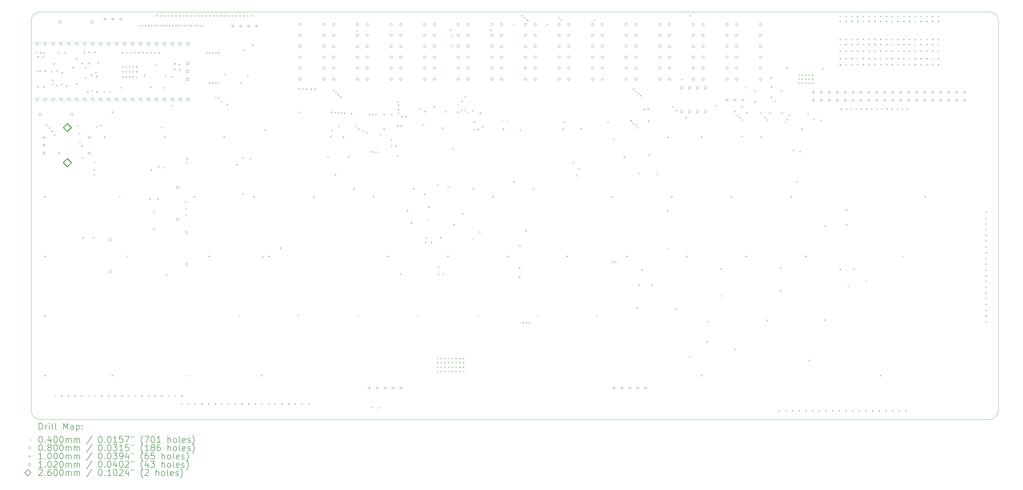
<source format=gbr>
%TF.GenerationSoftware,KiCad,Pcbnew,7.0.7*%
%TF.CreationDate,2023-09-04T20:14:23-04:00*%
%TF.ProjectId,MainBoard,4d61696e-426f-4617-9264-2e6b69636164,rev?*%
%TF.SameCoordinates,Original*%
%TF.FileFunction,Drillmap*%
%TF.FilePolarity,Positive*%
%FSLAX45Y45*%
G04 Gerber Fmt 4.5, Leading zero omitted, Abs format (unit mm)*
G04 Created by KiCad (PCBNEW 7.0.7) date 2023-09-04 20:14:23*
%MOMM*%
%LPD*%
G01*
G04 APERTURE LIST*
%ADD10C,0.100000*%
%ADD11C,0.200000*%
%ADD12C,0.040000*%
%ADD13C,0.080000*%
%ADD14C,0.102000*%
%ADD15C,0.260000*%
G04 APERTURE END LIST*
D10*
X0Y-1000000D02*
X0Y-13425000D01*
X300000Y-13725000D02*
X30580000Y-13725000D01*
X30580000Y-13725000D02*
G75*
G03*
X30880000Y-13425000I0J300000D01*
G01*
X300000Y-700000D02*
X30580000Y-700000D01*
X30880000Y-1000000D02*
G75*
G03*
X30580000Y-700000I-300000J0D01*
G01*
X30880000Y-1000000D02*
X30880000Y-13425000D01*
X0Y-13425000D02*
G75*
G03*
X300000Y-13725000I300000J0D01*
G01*
X300000Y-700000D02*
G75*
G03*
X0Y-1000000I0J-300000D01*
G01*
D11*
D12*
X150180Y-1981520D02*
X190180Y-2021520D01*
X190180Y-1981520D02*
X150180Y-2021520D01*
X165420Y-2570800D02*
X205420Y-2610800D01*
X205420Y-2570800D02*
X165420Y-2610800D01*
X185740Y-3071180D02*
X225740Y-3111180D01*
X225740Y-3071180D02*
X185740Y-3111180D01*
X198440Y-2111060D02*
X238440Y-2151060D01*
X238440Y-2111060D02*
X198440Y-2151060D01*
X256860Y-2575880D02*
X296860Y-2615880D01*
X296860Y-2575880D02*
X256860Y-2615880D01*
X287340Y-1986600D02*
X327340Y-2026600D01*
X327340Y-1986600D02*
X287340Y-2026600D01*
X373700Y-2118680D02*
X413700Y-2158680D01*
X413700Y-2118680D02*
X373700Y-2158680D01*
X383860Y-3081340D02*
X423860Y-3121340D01*
X423860Y-3081340D02*
X383860Y-3121340D01*
X394020Y-1999300D02*
X434020Y-2039300D01*
X434020Y-1999300D02*
X394020Y-2039300D01*
X424000Y-6583500D02*
X464000Y-6623500D01*
X464000Y-6583500D02*
X424000Y-6623500D01*
X424000Y-8488500D02*
X464000Y-8528500D01*
X464000Y-8488500D02*
X424000Y-8528500D01*
X424000Y-10393500D02*
X464000Y-10433500D01*
X464000Y-10393500D02*
X424000Y-10433500D01*
X424000Y-12298500D02*
X464000Y-12338500D01*
X464000Y-12298500D02*
X424000Y-12338500D01*
X429580Y-2563180D02*
X469580Y-2603180D01*
X469580Y-2563180D02*
X429580Y-2603180D01*
X482920Y-4295460D02*
X522920Y-4335460D01*
X522920Y-4295460D02*
X482920Y-4335460D01*
X561660Y-4389440D02*
X601660Y-4429440D01*
X601660Y-4389440D02*
X561660Y-4429440D01*
X642940Y-2591120D02*
X682940Y-2631120D01*
X682940Y-2591120D02*
X642940Y-2631120D01*
X642940Y-4493580D02*
X682940Y-4533580D01*
X682940Y-4493580D02*
X642940Y-4533580D01*
X670880Y-2862900D02*
X710880Y-2902900D01*
X710880Y-2862900D02*
X670880Y-2902900D01*
X678500Y-2997520D02*
X718500Y-3037520D01*
X718500Y-2997520D02*
X678500Y-3037520D01*
X714060Y-2337120D02*
X754060Y-2377120D01*
X754060Y-2337120D02*
X714060Y-2377120D01*
X729300Y-4605340D02*
X769300Y-4645340D01*
X769300Y-4605340D02*
X729300Y-4645340D01*
X740664Y-12941620D02*
X780664Y-12981620D01*
X780664Y-12941620D02*
X740664Y-12981620D01*
X797880Y-2558100D02*
X837880Y-2598100D01*
X837880Y-2558100D02*
X797880Y-2598100D01*
X797880Y-3033080D02*
X837880Y-3073080D01*
X837880Y-3033080D02*
X797880Y-3073080D01*
X861380Y-1981520D02*
X901380Y-2021520D01*
X901380Y-1981520D02*
X861380Y-2021520D01*
X871540Y-5187000D02*
X911540Y-5227000D01*
X911540Y-5187000D02*
X871540Y-5227000D01*
X953756Y-12941620D02*
X993756Y-12981620D01*
X993756Y-12941620D02*
X953756Y-12981620D01*
X955360Y-2997520D02*
X995360Y-3037520D01*
X995360Y-2997520D02*
X955360Y-3037520D01*
X975680Y-2621600D02*
X1015680Y-2661600D01*
X1015680Y-2621600D02*
X975680Y-2661600D01*
X1056960Y-1991680D02*
X1096960Y-2031680D01*
X1096960Y-1991680D02*
X1056960Y-2031680D01*
X1105220Y-3050860D02*
X1145220Y-3090860D01*
X1145220Y-3050860D02*
X1105220Y-3090860D01*
X1166849Y-12941620D02*
X1206849Y-12981620D01*
X1206849Y-12941620D02*
X1166849Y-12981620D01*
X1310960Y-2461580D02*
X1350960Y-2501580D01*
X1350960Y-2461580D02*
X1310960Y-2501580D01*
X1379941Y-12941620D02*
X1419941Y-12981620D01*
X1419941Y-12941620D02*
X1379941Y-12981620D01*
X1432880Y-2182180D02*
X1472880Y-2222180D01*
X1472880Y-2182180D02*
X1432880Y-2222180D01*
X1432880Y-2977200D02*
X1472880Y-3017200D01*
X1472880Y-2977200D02*
X1432880Y-3017200D01*
X1473520Y-4318320D02*
X1513520Y-4358320D01*
X1513520Y-4318320D02*
X1473520Y-4358320D01*
X1521780Y-4567240D02*
X1561780Y-4607240D01*
X1561780Y-4567240D02*
X1521780Y-4607240D01*
X1538230Y-4841560D02*
X1578230Y-4881560D01*
X1578230Y-4841560D02*
X1538230Y-4881560D01*
X1593034Y-12941620D02*
X1633034Y-12981620D01*
X1633034Y-12941620D02*
X1593034Y-12981620D01*
X1610680Y-2324420D02*
X1650680Y-2364420D01*
X1650680Y-2324420D02*
X1610680Y-2364420D01*
X1610680Y-4958400D02*
X1650680Y-4998400D01*
X1650680Y-4958400D02*
X1610680Y-4998400D01*
X1623380Y-5354640D02*
X1663380Y-5394640D01*
X1663380Y-5354640D02*
X1623380Y-5394640D01*
X1638620Y-7892100D02*
X1678620Y-7932100D01*
X1678620Y-7892100D02*
X1638620Y-7932100D01*
X1679260Y-1971360D02*
X1719260Y-2011360D01*
X1719260Y-1971360D02*
X1679260Y-2011360D01*
X1717790Y-2794750D02*
X1757790Y-2834750D01*
X1757790Y-2794750D02*
X1717790Y-2834750D01*
X1724980Y-2456500D02*
X1764980Y-2496500D01*
X1764980Y-2456500D02*
X1724980Y-2496500D01*
X1788480Y-3248980D02*
X1828480Y-3288980D01*
X1828480Y-3248980D02*
X1788480Y-3288980D01*
X1806127Y-12941620D02*
X1846127Y-12981620D01*
X1846127Y-12941620D02*
X1806127Y-12981620D01*
X1831660Y-2326960D02*
X1871660Y-2366960D01*
X1871660Y-2326960D02*
X1831660Y-2366960D01*
X1839280Y-1968820D02*
X1879280Y-2008820D01*
X1879280Y-1968820D02*
X1839280Y-2008820D01*
X1902780Y-2697800D02*
X1942780Y-2737800D01*
X1942780Y-2697800D02*
X1902780Y-2737800D01*
X1928180Y-3208340D02*
X1968180Y-3248340D01*
X1968180Y-3208340D02*
X1928180Y-3248340D01*
X1970150Y-7894640D02*
X2010150Y-7934640D01*
X2010150Y-7894640D02*
X1970150Y-7934640D01*
X1991680Y-5725480D02*
X2031680Y-5765480D01*
X2031680Y-5725480D02*
X1991680Y-5765480D01*
X1999300Y-5875340D02*
X2039300Y-5915340D01*
X2039300Y-5875340D02*
X1999300Y-5915340D01*
X2001840Y-5491800D02*
X2041840Y-5531800D01*
X2041840Y-5491800D02*
X2001840Y-5531800D01*
X2012000Y-1968820D02*
X2052000Y-2008820D01*
X2052000Y-1968820D02*
X2012000Y-2008820D01*
X2019219Y-12941620D02*
X2059219Y-12981620D01*
X2059219Y-12941620D02*
X2019219Y-12981620D01*
X2050100Y-2626680D02*
X2090100Y-2666680D01*
X2090100Y-2626680D02*
X2050100Y-2666680D01*
X2062800Y-2740980D02*
X2102800Y-2780980D01*
X2102800Y-2740980D02*
X2062800Y-2780980D01*
X2072960Y-4343720D02*
X2112960Y-4383720D01*
X2112960Y-4343720D02*
X2072960Y-4383720D01*
X2078040Y-3233740D02*
X2118040Y-3273740D01*
X2118040Y-3233740D02*
X2078040Y-3273740D01*
X2126550Y-2299020D02*
X2166550Y-2339020D01*
X2166550Y-2299020D02*
X2126550Y-2339020D01*
X2206941Y-4301870D02*
X2246941Y-4341870D01*
X2246941Y-4301870D02*
X2206941Y-4341870D01*
X2232312Y-12941620D02*
X2272312Y-12981620D01*
X2272312Y-12941620D02*
X2232312Y-12981620D01*
X2311720Y-3233740D02*
X2351720Y-3273740D01*
X2351720Y-3233740D02*
X2311720Y-3273740D01*
X2329000Y-4678500D02*
X2369000Y-4718500D01*
X2369000Y-4678500D02*
X2329000Y-4718500D01*
X2445404Y-12941620D02*
X2485404Y-12981620D01*
X2485404Y-12941620D02*
X2445404Y-12981620D01*
X2499680Y-3226120D02*
X2539680Y-3266120D01*
X2539680Y-3226120D02*
X2499680Y-3266120D01*
X2567125Y-12298500D02*
X2607125Y-12338500D01*
X2607125Y-12298500D02*
X2567125Y-12338500D01*
X2573340Y-3883980D02*
X2613340Y-3923980D01*
X2613340Y-3883980D02*
X2573340Y-3923980D01*
X2658497Y-12941620D02*
X2698497Y-12981620D01*
X2698497Y-12941620D02*
X2658497Y-12981620D01*
X2805250Y-6583500D02*
X2845250Y-6623500D01*
X2845250Y-6583500D02*
X2805250Y-6623500D01*
X2855280Y-3098950D02*
X2895280Y-3138950D01*
X2895280Y-3098950D02*
X2855280Y-3138950D01*
X2871590Y-12941620D02*
X2911590Y-12981620D01*
X2911590Y-12941620D02*
X2871590Y-12981620D01*
X2898460Y-1984060D02*
X2938460Y-2024060D01*
X2938460Y-1984060D02*
X2898460Y-2024060D01*
X2901000Y-2441260D02*
X2941000Y-2481260D01*
X2941000Y-2441260D02*
X2901000Y-2481260D01*
X2901000Y-2591120D02*
X2941000Y-2631120D01*
X2941000Y-2591120D02*
X2901000Y-2631120D01*
X2901000Y-2756220D02*
X2941000Y-2796220D01*
X2941000Y-2756220D02*
X2901000Y-2796220D01*
X3012760Y-2441260D02*
X3052760Y-2481260D01*
X3052760Y-2441260D02*
X3012760Y-2481260D01*
X3012760Y-2591120D02*
X3052760Y-2631120D01*
X3052760Y-2591120D02*
X3012760Y-2631120D01*
X3012760Y-2756220D02*
X3052760Y-2796220D01*
X3052760Y-2756220D02*
X3012760Y-2796220D01*
X3027435Y-1984060D02*
X3067435Y-2024060D01*
X3067435Y-1984060D02*
X3027435Y-2024060D01*
X3043375Y-8488500D02*
X3083375Y-8528500D01*
X3083375Y-8488500D02*
X3043375Y-8528500D01*
X3084682Y-12941620D02*
X3124682Y-12981620D01*
X3124682Y-12941620D02*
X3084682Y-12981620D01*
X3124520Y-2441260D02*
X3164520Y-2481260D01*
X3164520Y-2441260D02*
X3124520Y-2481260D01*
X3124520Y-2591120D02*
X3164520Y-2631120D01*
X3164520Y-2591120D02*
X3124520Y-2631120D01*
X3124520Y-2756220D02*
X3164520Y-2796220D01*
X3164520Y-2756220D02*
X3124520Y-2796220D01*
X3156411Y-1984060D02*
X3196411Y-2024060D01*
X3196411Y-1984060D02*
X3156411Y-2024060D01*
X3236280Y-2441260D02*
X3276280Y-2481260D01*
X3276280Y-2441260D02*
X3236280Y-2481260D01*
X3236280Y-2591120D02*
X3276280Y-2631120D01*
X3276280Y-2591120D02*
X3236280Y-2631120D01*
X3236280Y-2756220D02*
X3276280Y-2796220D01*
X3276280Y-2756220D02*
X3236280Y-2796220D01*
X3285386Y-1984060D02*
X3325386Y-2024060D01*
X3325386Y-1984060D02*
X3285386Y-2024060D01*
X3297775Y-12941620D02*
X3337775Y-12981620D01*
X3337775Y-12941620D02*
X3297775Y-12981620D01*
X3348040Y-2441260D02*
X3388040Y-2481260D01*
X3388040Y-2441260D02*
X3348040Y-2481260D01*
X3348040Y-2591120D02*
X3388040Y-2631120D01*
X3388040Y-2591120D02*
X3348040Y-2631120D01*
X3348040Y-2756220D02*
X3388040Y-2796220D01*
X3388040Y-2756220D02*
X3348040Y-2796220D01*
X3414362Y-1984060D02*
X3454362Y-2024060D01*
X3454362Y-1984060D02*
X3414362Y-2024060D01*
X3439480Y-1120460D02*
X3479480Y-1160460D01*
X3479480Y-1120460D02*
X3439480Y-1160460D01*
X3510867Y-12941620D02*
X3550867Y-12981620D01*
X3550867Y-12941620D02*
X3510867Y-12981620D01*
X3536242Y-1120460D02*
X3576242Y-1160460D01*
X3576242Y-1120460D02*
X3536242Y-1160460D01*
X3543337Y-1984060D02*
X3583337Y-2024060D01*
X3583337Y-1984060D02*
X3543337Y-2024060D01*
X3594420Y-2713040D02*
X3634420Y-2753040D01*
X3634420Y-2713040D02*
X3594420Y-2753040D01*
X3633004Y-1120460D02*
X3673004Y-1160460D01*
X3673004Y-1120460D02*
X3633004Y-1160460D01*
X3672313Y-1984060D02*
X3712313Y-2024060D01*
X3712313Y-1984060D02*
X3672313Y-2024060D01*
X3723960Y-12941620D02*
X3763960Y-12981620D01*
X3763960Y-12941620D02*
X3723960Y-12981620D01*
X3729766Y-1120460D02*
X3769766Y-1160460D01*
X3769766Y-1120460D02*
X3729766Y-1160460D01*
X3777300Y-6660200D02*
X3817300Y-6700200D01*
X3817300Y-6660200D02*
X3777300Y-6700200D01*
X3797620Y-3081340D02*
X3837620Y-3121340D01*
X3837620Y-3081340D02*
X3797620Y-3121340D01*
X3801288Y-1984060D02*
X3841288Y-2024060D01*
X3841288Y-1984060D02*
X3801288Y-2024060D01*
X3812860Y-5735640D02*
X3852860Y-5775640D01*
X3852860Y-5735640D02*
X3812860Y-5775640D01*
X3826528Y-1120460D02*
X3866528Y-1160460D01*
X3866528Y-1120460D02*
X3826528Y-1160460D01*
X3896750Y-7053900D02*
X3936750Y-7093900D01*
X3936750Y-7053900D02*
X3896750Y-7093900D01*
X3896750Y-7622860D02*
X3936750Y-7662860D01*
X3936750Y-7622860D02*
X3896750Y-7662860D01*
X3923289Y-1120460D02*
X3963289Y-1160460D01*
X3963289Y-1120460D02*
X3923289Y-1160460D01*
X3930264Y-1984060D02*
X3970264Y-2024060D01*
X3970264Y-1984060D02*
X3930264Y-2024060D01*
X3937053Y-12941620D02*
X3977053Y-12981620D01*
X3977053Y-12941620D02*
X3937053Y-12981620D01*
X3963950Y-2378040D02*
X4003950Y-2418040D01*
X4003950Y-2378040D02*
X3963950Y-2418040D01*
X4000820Y-805500D02*
X4040820Y-845500D01*
X4040820Y-805500D02*
X4000820Y-845500D01*
X4020051Y-1120460D02*
X4060051Y-1160460D01*
X4060051Y-1120460D02*
X4020051Y-1160460D01*
X4028760Y-6660200D02*
X4068760Y-6700200D01*
X4068760Y-6660200D02*
X4028760Y-6700200D01*
X4049080Y-5626420D02*
X4089080Y-5666420D01*
X4089080Y-5626420D02*
X4049080Y-5666420D01*
X4059240Y-1984060D02*
X4099240Y-2024060D01*
X4099240Y-1984060D02*
X4059240Y-2024060D01*
X4116813Y-1120460D02*
X4156813Y-1160460D01*
X4156813Y-1120460D02*
X4116813Y-1160460D01*
X4121318Y-805500D02*
X4161318Y-845500D01*
X4161318Y-805500D02*
X4121318Y-845500D01*
X4145265Y-4371325D02*
X4185265Y-4411325D01*
X4185265Y-4371325D02*
X4145265Y-4411325D01*
X4150145Y-12941620D02*
X4190145Y-12981620D01*
X4190145Y-12941620D02*
X4150145Y-12981620D01*
X4213575Y-1120460D02*
X4253575Y-1160460D01*
X4253575Y-1120460D02*
X4213575Y-1160460D01*
X4223130Y-5659440D02*
X4263130Y-5699440D01*
X4263130Y-5659440D02*
X4223130Y-5699440D01*
X4231960Y-3098950D02*
X4271960Y-3138950D01*
X4271960Y-3098950D02*
X4231960Y-3138950D01*
X4234000Y-4678500D02*
X4274000Y-4718500D01*
X4274000Y-4678500D02*
X4234000Y-4718500D01*
X4241815Y-805500D02*
X4281815Y-845500D01*
X4281815Y-805500D02*
X4241815Y-845500D01*
X4276450Y-2713040D02*
X4316450Y-2753040D01*
X4316450Y-2713040D02*
X4276450Y-2753040D01*
X4308160Y-9088440D02*
X4348160Y-9128440D01*
X4348160Y-9088440D02*
X4308160Y-9128440D01*
X4310337Y-1120460D02*
X4350337Y-1160460D01*
X4350337Y-1120460D02*
X4310337Y-1160460D01*
X4362313Y-805500D02*
X4402313Y-845500D01*
X4402313Y-805500D02*
X4362313Y-845500D01*
X4363238Y-12941620D02*
X4403238Y-12981620D01*
X4403238Y-12941620D02*
X4363238Y-12981620D01*
X4407099Y-1120460D02*
X4447099Y-1160460D01*
X4447099Y-1120460D02*
X4407099Y-1160460D01*
X4470720Y-2751140D02*
X4510720Y-2791140D01*
X4510720Y-2751140D02*
X4470720Y-2791140D01*
X4480880Y-3678240D02*
X4520880Y-3718240D01*
X4520880Y-3678240D02*
X4480880Y-3718240D01*
X4482810Y-805500D02*
X4522810Y-845500D01*
X4522810Y-805500D02*
X4482810Y-845500D01*
X4503861Y-1120460D02*
X4543861Y-1160460D01*
X4543861Y-1120460D02*
X4503861Y-1160460D01*
X4552000Y-2520000D02*
X4592000Y-2560000D01*
X4592000Y-2520000D02*
X4552000Y-2560000D01*
X4576330Y-12941620D02*
X4616330Y-12981620D01*
X4616330Y-12941620D02*
X4576330Y-12981620D01*
X4579940Y-2334580D02*
X4619940Y-2374580D01*
X4619940Y-2334580D02*
X4579940Y-2374580D01*
X4600623Y-1120460D02*
X4640623Y-1160460D01*
X4640623Y-1120460D02*
X4600623Y-1160460D01*
X4603308Y-805500D02*
X4643308Y-845500D01*
X4643308Y-805500D02*
X4603308Y-845500D01*
X4697385Y-1120460D02*
X4737385Y-1160460D01*
X4737385Y-1120460D02*
X4697385Y-1160460D01*
X4712020Y-2365060D02*
X4752020Y-2405060D01*
X4752020Y-2365060D02*
X4712020Y-2405060D01*
X4723806Y-805500D02*
X4763806Y-845500D01*
X4763806Y-805500D02*
X4723806Y-845500D01*
X4729800Y-2535240D02*
X4769800Y-2575240D01*
X4769800Y-2535240D02*
X4729800Y-2575240D01*
X4789424Y-12941620D02*
X4829424Y-12981620D01*
X4829424Y-12941620D02*
X4789424Y-12981620D01*
X4790760Y-13200700D02*
X4830760Y-13240700D01*
X4830760Y-13200700D02*
X4790760Y-13240700D01*
X4794147Y-1120460D02*
X4834147Y-1160460D01*
X4834147Y-1120460D02*
X4794147Y-1160460D01*
X4844303Y-805500D02*
X4884303Y-845500D01*
X4884303Y-805500D02*
X4844303Y-845500D01*
X4890909Y-1120460D02*
X4930909Y-1160460D01*
X4930909Y-1120460D02*
X4890909Y-1160460D01*
X4907600Y-6751640D02*
X4947600Y-6791640D01*
X4947600Y-6751640D02*
X4907600Y-6791640D01*
X4925380Y-6975160D02*
X4965380Y-7015160D01*
X4965380Y-6975160D02*
X4925380Y-7015160D01*
X4935540Y-7183440D02*
X4975540Y-7223440D01*
X4975540Y-7183440D02*
X4935540Y-7223440D01*
X4948375Y-12298500D02*
X4988375Y-12338500D01*
X4988375Y-12298500D02*
X4948375Y-12338500D01*
X4953320Y-5496880D02*
X4993320Y-5536880D01*
X4993320Y-5496880D02*
X4953320Y-5536880D01*
X4958400Y-5364800D02*
X4998400Y-5404800D01*
X4998400Y-5364800D02*
X4958400Y-5404800D01*
X4964801Y-805500D02*
X5004801Y-845500D01*
X5004801Y-805500D02*
X4964801Y-845500D01*
X4987670Y-1120460D02*
X5027670Y-1160460D01*
X5027670Y-1120460D02*
X4987670Y-1160460D01*
X5003853Y-13200700D02*
X5043853Y-13240700D01*
X5043853Y-13200700D02*
X5003853Y-13240700D01*
X5084432Y-1120460D02*
X5124432Y-1160460D01*
X5124432Y-1120460D02*
X5084432Y-1160460D01*
X5085298Y-805500D02*
X5125298Y-845500D01*
X5125298Y-805500D02*
X5085298Y-845500D01*
X5181194Y-1120460D02*
X5221194Y-1160460D01*
X5221194Y-1120460D02*
X5181194Y-1160460D01*
X5186500Y-6583500D02*
X5226500Y-6623500D01*
X5226500Y-6583500D02*
X5186500Y-6623500D01*
X5205796Y-805500D02*
X5245796Y-845500D01*
X5245796Y-805500D02*
X5205796Y-845500D01*
X5216945Y-13200700D02*
X5256945Y-13240700D01*
X5256945Y-13200700D02*
X5216945Y-13240700D01*
X5277956Y-1120460D02*
X5317956Y-1160460D01*
X5317956Y-1120460D02*
X5277956Y-1160460D01*
X5326294Y-805500D02*
X5366294Y-845500D01*
X5366294Y-805500D02*
X5326294Y-845500D01*
X5374718Y-1120460D02*
X5414718Y-1160460D01*
X5414718Y-1120460D02*
X5374718Y-1160460D01*
X5430038Y-13200700D02*
X5470038Y-13240700D01*
X5470038Y-13200700D02*
X5430038Y-13240700D01*
X5446791Y-805500D02*
X5486791Y-845500D01*
X5486791Y-805500D02*
X5446791Y-845500D01*
X5471480Y-1125540D02*
X5511480Y-1165540D01*
X5511480Y-1125540D02*
X5471480Y-1165540D01*
X5567289Y-805500D02*
X5607289Y-845500D01*
X5607289Y-805500D02*
X5567289Y-845500D01*
X5593400Y-1989140D02*
X5633400Y-2029140D01*
X5633400Y-1989140D02*
X5593400Y-2029140D01*
X5643130Y-13200700D02*
X5683130Y-13240700D01*
X5683130Y-13200700D02*
X5643130Y-13240700D01*
X5662750Y-8488500D02*
X5702750Y-8528500D01*
X5702750Y-8488500D02*
X5662750Y-8528500D01*
X5669600Y-2949990D02*
X5709600Y-2989990D01*
X5709600Y-2949990D02*
X5669600Y-2989990D01*
X5687786Y-805500D02*
X5727786Y-845500D01*
X5727786Y-805500D02*
X5687786Y-845500D01*
X5688015Y-1989140D02*
X5728015Y-2029140D01*
X5728015Y-1989140D02*
X5688015Y-2029140D01*
X5773740Y-2951800D02*
X5813740Y-2991800D01*
X5813740Y-2951800D02*
X5773740Y-2991800D01*
X5782630Y-1989140D02*
X5822630Y-2029140D01*
X5822630Y-1989140D02*
X5782630Y-2029140D01*
X5808284Y-805500D02*
X5848284Y-845500D01*
X5848284Y-805500D02*
X5808284Y-845500D01*
X5856223Y-13200700D02*
X5896223Y-13240700D01*
X5896223Y-13200700D02*
X5856223Y-13240700D01*
X5876990Y-2949990D02*
X5916990Y-2989990D01*
X5916990Y-2949990D02*
X5876990Y-2989990D01*
X5876990Y-3423946D02*
X5916990Y-3463946D01*
X5916990Y-3423946D02*
X5876990Y-3463946D01*
X5877245Y-1989140D02*
X5917245Y-2029140D01*
X5917245Y-1989140D02*
X5877245Y-2029140D01*
X5928782Y-805500D02*
X5968782Y-845500D01*
X5968782Y-805500D02*
X5928782Y-845500D01*
X5971860Y-1989140D02*
X6011860Y-2029140D01*
X6011860Y-1989140D02*
X5971860Y-2029140D01*
X5976940Y-2949990D02*
X6016940Y-2989990D01*
X6016940Y-2949990D02*
X5976940Y-2989990D01*
X5976940Y-3424240D02*
X6016940Y-3464240D01*
X6016940Y-3424240D02*
X5976940Y-3464240D01*
X6049279Y-805500D02*
X6089279Y-845500D01*
X6089279Y-805500D02*
X6049279Y-845500D01*
X6049814Y-3539325D02*
X6089814Y-3579325D01*
X6089814Y-3539325D02*
X6049814Y-3579325D01*
X6069316Y-13200700D02*
X6109316Y-13240700D01*
X6109316Y-13200700D02*
X6069316Y-13240700D01*
X6139000Y-4678500D02*
X6179000Y-4718500D01*
X6179000Y-4678500D02*
X6139000Y-4718500D01*
X6162360Y-2674940D02*
X6202360Y-2714940D01*
X6202360Y-2674940D02*
X6162360Y-2714940D01*
X6169777Y-805500D02*
X6209777Y-845500D01*
X6209777Y-805500D02*
X6169777Y-845500D01*
X6243284Y-3630336D02*
X6283284Y-3670336D01*
X6283284Y-3630336D02*
X6243284Y-3670336D01*
X6282408Y-13200700D02*
X6322408Y-13240700D01*
X6322408Y-13200700D02*
X6282408Y-13240700D01*
X6290274Y-805500D02*
X6330274Y-845500D01*
X6330274Y-805500D02*
X6290274Y-845500D01*
X6410772Y-805500D02*
X6450772Y-845500D01*
X6450772Y-805500D02*
X6410772Y-845500D01*
X6495501Y-13200700D02*
X6535501Y-13240700D01*
X6535501Y-13200700D02*
X6495501Y-13240700D01*
X6531270Y-805500D02*
X6571270Y-845500D01*
X6571270Y-805500D02*
X6531270Y-845500D01*
X6551650Y-5560380D02*
X6591650Y-5600380D01*
X6591650Y-5560380D02*
X6551650Y-5600380D01*
X6615250Y-10393500D02*
X6655250Y-10433500D01*
X6655250Y-10393500D02*
X6615250Y-10433500D01*
X6651767Y-805500D02*
X6691767Y-845500D01*
X6691767Y-805500D02*
X6651767Y-845500D01*
X6672900Y-2949990D02*
X6712900Y-2989990D01*
X6712900Y-2949990D02*
X6672900Y-2989990D01*
X6708593Y-13200700D02*
X6748593Y-13240700D01*
X6748593Y-13200700D02*
X6708593Y-13240700D01*
X6746910Y-6494750D02*
X6786910Y-6534750D01*
X6786910Y-6494750D02*
X6746910Y-6534750D01*
X6749100Y-5352100D02*
X6789100Y-5392100D01*
X6789100Y-5352100D02*
X6749100Y-5392100D01*
X6772265Y-805500D02*
X6812265Y-845500D01*
X6812265Y-805500D02*
X6772265Y-845500D01*
X6780000Y-1890000D02*
X6820000Y-1930000D01*
X6820000Y-1890000D02*
X6780000Y-1930000D01*
X6892762Y-805500D02*
X6932762Y-845500D01*
X6932762Y-805500D02*
X6892762Y-845500D01*
X6893880Y-2730090D02*
X6933880Y-2770090D01*
X6933880Y-2730090D02*
X6893880Y-2770090D01*
X6921686Y-13200700D02*
X6961686Y-13240700D01*
X6961686Y-13200700D02*
X6921686Y-13240700D01*
X6985320Y-5359825D02*
X7025320Y-5399825D01*
X7025320Y-5359825D02*
X6985320Y-5399825D01*
X7013260Y-805500D02*
X7053260Y-845500D01*
X7053260Y-805500D02*
X7013260Y-845500D01*
X7060000Y-1740000D02*
X7100000Y-1780000D01*
X7100000Y-1740000D02*
X7060000Y-1780000D01*
X7091500Y-6583500D02*
X7131500Y-6623500D01*
X7131500Y-6583500D02*
X7091500Y-6623500D01*
X7134779Y-13200700D02*
X7174779Y-13240700D01*
X7174779Y-13200700D02*
X7134779Y-13240700D01*
X7329625Y-12298500D02*
X7369625Y-12338500D01*
X7369625Y-12298500D02*
X7329625Y-12338500D01*
X7347871Y-13200700D02*
X7387871Y-13240700D01*
X7387871Y-13200700D02*
X7347871Y-13240700D01*
X7380300Y-8499160D02*
X7420300Y-8539160D01*
X7420300Y-8499160D02*
X7380300Y-8539160D01*
X7452180Y-4444980D02*
X7492180Y-4484980D01*
X7492180Y-4444980D02*
X7452180Y-4484980D01*
X7560964Y-13200700D02*
X7600964Y-13240700D01*
X7600964Y-13200700D02*
X7560964Y-13240700D01*
X7567750Y-8488500D02*
X7607750Y-8528500D01*
X7607750Y-8488500D02*
X7567750Y-8528500D01*
X7774056Y-13200700D02*
X7814056Y-13240700D01*
X7814056Y-13200700D02*
X7774056Y-13240700D01*
X7937820Y-8224840D02*
X7977820Y-8264840D01*
X7977820Y-8224840D02*
X7937820Y-8264840D01*
X7987149Y-13200700D02*
X8027149Y-13240700D01*
X8027149Y-13200700D02*
X7987149Y-13240700D01*
X8200242Y-13200700D02*
X8240242Y-13240700D01*
X8240242Y-13200700D02*
X8200242Y-13240700D01*
X8413334Y-13200700D02*
X8453334Y-13240700D01*
X8453334Y-13200700D02*
X8413334Y-13240700D01*
X8498420Y-10371670D02*
X8538420Y-10411670D01*
X8538420Y-10371670D02*
X8498420Y-10411670D01*
X8529640Y-3142300D02*
X8569640Y-3182300D01*
X8569640Y-3142300D02*
X8529640Y-3182300D01*
X8542340Y-3886970D02*
X8582340Y-3926970D01*
X8582340Y-3886970D02*
X8542340Y-3926970D01*
X8626427Y-13200700D02*
X8666427Y-13240700D01*
X8666427Y-13200700D02*
X8626427Y-13240700D01*
X8651560Y-3144840D02*
X8691560Y-3184840D01*
X8691560Y-3144840D02*
X8651560Y-3184840D01*
X8781100Y-3147380D02*
X8821100Y-3187380D01*
X8821100Y-3147380D02*
X8781100Y-3187380D01*
X8839520Y-13200700D02*
X8879520Y-13240700D01*
X8879520Y-13200700D02*
X8839520Y-13240700D01*
X8918260Y-3149920D02*
X8958260Y-3189920D01*
X8958260Y-3149920D02*
X8918260Y-3189920D01*
X8996500Y-6583500D02*
X9036500Y-6623500D01*
X9036500Y-6583500D02*
X8996500Y-6623500D01*
X9037640Y-3149920D02*
X9077640Y-3189920D01*
X9077640Y-3149920D02*
X9037640Y-3189920D01*
X9456938Y-5317750D02*
X9496938Y-5357750D01*
X9496938Y-5317750D02*
X9456938Y-5357750D01*
X9538020Y-4658680D02*
X9578020Y-4698680D01*
X9578020Y-4658680D02*
X9538020Y-4698680D01*
X9573150Y-4472830D02*
X9613150Y-4512830D01*
X9613150Y-4472830D02*
X9573150Y-4512830D01*
X9578660Y-3886520D02*
X9618660Y-3926520D01*
X9618660Y-3886520D02*
X9578660Y-3926520D01*
X9642087Y-3187445D02*
X9682087Y-3227445D01*
X9682087Y-3187445D02*
X9642087Y-3227445D01*
X9693307Y-3895693D02*
X9733307Y-3935693D01*
X9733307Y-3895693D02*
X9693307Y-3935693D01*
X9695000Y-5885000D02*
X9735000Y-5925000D01*
X9735000Y-5885000D02*
X9695000Y-5925000D01*
X9711388Y-3259468D02*
X9751388Y-3299468D01*
X9751388Y-3259468D02*
X9711388Y-3299468D01*
X9781293Y-3330905D02*
X9821293Y-3370905D01*
X9821293Y-3330905D02*
X9781293Y-3370905D01*
X9792940Y-3903652D02*
X9832940Y-3943652D01*
X9832940Y-3903652D02*
X9792940Y-3943652D01*
X9802180Y-4336100D02*
X9842180Y-4376100D01*
X9842180Y-4336100D02*
X9802180Y-4376100D01*
X9853820Y-3399680D02*
X9893820Y-3439680D01*
X9893820Y-3399680D02*
X9853820Y-3439680D01*
X9892401Y-3913530D02*
X9932401Y-3953530D01*
X9932401Y-3913530D02*
X9892401Y-3953530D01*
X9949000Y-4678500D02*
X9989000Y-4718500D01*
X9989000Y-4678500D02*
X9949000Y-4718500D01*
X9992314Y-3916244D02*
X10032314Y-3956244D01*
X10032314Y-3916244D02*
X9992314Y-3956244D01*
X10109185Y-5304715D02*
X10149185Y-5344715D01*
X10149185Y-5304715D02*
X10109185Y-5344715D01*
X10204806Y-3931970D02*
X10244806Y-3971970D01*
X10244806Y-3931970D02*
X10204806Y-3971970D01*
X10289200Y-6329500D02*
X10329200Y-6369500D01*
X10329200Y-6329500D02*
X10289200Y-6369500D01*
X10338120Y-4338520D02*
X10378120Y-4378520D01*
X10378120Y-4338520D02*
X10338120Y-4378520D01*
X10390000Y-1280000D02*
X10430000Y-1320000D01*
X10430000Y-1280000D02*
X10390000Y-1320000D01*
X10425250Y-10393500D02*
X10465250Y-10433500D01*
X10465250Y-10393500D02*
X10425250Y-10433500D01*
X10446200Y-4410970D02*
X10486200Y-4450970D01*
X10486200Y-4410970D02*
X10446200Y-4450970D01*
X10569260Y-4483420D02*
X10609260Y-4523420D01*
X10609260Y-4483420D02*
X10569260Y-4523420D01*
X10683560Y-4542050D02*
X10723560Y-4582050D01*
X10723560Y-4542050D02*
X10683560Y-4582050D01*
X10782620Y-3952450D02*
X10822620Y-3992450D01*
X10822620Y-3952450D02*
X10782620Y-3992450D01*
X10849728Y-5148784D02*
X10889728Y-5188784D01*
X10889728Y-5148784D02*
X10849728Y-5188784D01*
X10860000Y-13310000D02*
X10900000Y-13350000D01*
X10900000Y-13310000D02*
X10860000Y-13350000D01*
X10885939Y-3952411D02*
X10925939Y-3992411D01*
X10925939Y-3952411D02*
X10885939Y-3992411D01*
X10901500Y-6583500D02*
X10941500Y-6623500D01*
X10941500Y-6583500D02*
X10901500Y-6623500D01*
X10949370Y-5156627D02*
X10989370Y-5196627D01*
X10989370Y-5156627D02*
X10949370Y-5196627D01*
X10988360Y-3952450D02*
X11028360Y-3992450D01*
X11028360Y-3952450D02*
X10988360Y-3992450D01*
X11049320Y-5156627D02*
X11089320Y-5196627D01*
X11089320Y-5156627D02*
X11049320Y-5196627D01*
X11080000Y-13330000D02*
X11120000Y-13370000D01*
X11120000Y-13330000D02*
X11080000Y-13370000D01*
X11141190Y-4615070D02*
X11181190Y-4655070D01*
X11181190Y-4615070D02*
X11141190Y-4655070D01*
X11241700Y-4424500D02*
X11281700Y-4464500D01*
X11281700Y-4424500D02*
X11241700Y-4464500D01*
X11252520Y-3952450D02*
X11292520Y-3992450D01*
X11292520Y-3952450D02*
X11252520Y-3992450D01*
X11377750Y-8488500D02*
X11417750Y-8528500D01*
X11417750Y-8488500D02*
X11377750Y-8528500D01*
X11478580Y-4770440D02*
X11518580Y-4810440D01*
X11518580Y-4770440D02*
X11478580Y-4810440D01*
X11488740Y-4960940D02*
X11528740Y-5000940D01*
X11528740Y-4960940D02*
X11488740Y-5000940D01*
X11488812Y-3957568D02*
X11528812Y-3997568D01*
X11528812Y-3957568D02*
X11488812Y-3997568D01*
X11628440Y-4963480D02*
X11668440Y-5003480D01*
X11668440Y-4963480D02*
X11628440Y-5003480D01*
X11679240Y-4318320D02*
X11719240Y-4358320D01*
X11719240Y-4318320D02*
X11679240Y-4358320D01*
X11681780Y-3556320D02*
X11721780Y-3596320D01*
X11721780Y-3556320D02*
X11681780Y-3596320D01*
X11684320Y-5286060D02*
X11724320Y-5326060D01*
X11724320Y-5286060D02*
X11684320Y-5326060D01*
X11704640Y-3802700D02*
X11744640Y-3842700D01*
X11744640Y-3802700D02*
X11704640Y-3842700D01*
X11707180Y-3911920D02*
X11747180Y-3951920D01*
X11747180Y-3911920D02*
X11707180Y-3951920D01*
X11718007Y-3649474D02*
X11758007Y-3689474D01*
X11758007Y-3649474D02*
X11718007Y-3689474D01*
X11775700Y-9057635D02*
X11815700Y-9097635D01*
X11815700Y-9057635D02*
X11775700Y-9097635D01*
X11803700Y-4323400D02*
X11843700Y-4363400D01*
X11843700Y-4323400D02*
X11803700Y-4363400D01*
X11815566Y-4021970D02*
X11855566Y-4061970D01*
X11855566Y-4021970D02*
X11815566Y-4061970D01*
X11938888Y-4017458D02*
X11978888Y-4057458D01*
X11978888Y-4017458D02*
X11938888Y-4057458D01*
X11993000Y-7028500D02*
X12033000Y-7068500D01*
X12033000Y-7028500D02*
X11993000Y-7068500D01*
X12119570Y-7428910D02*
X12159570Y-7468910D01*
X12159570Y-7428910D02*
X12119570Y-7468910D01*
X12194200Y-6329500D02*
X12234200Y-6369500D01*
X12234200Y-6329500D02*
X12194200Y-6369500D01*
X12330250Y-10393500D02*
X12370250Y-10433500D01*
X12370250Y-10393500D02*
X12330250Y-10433500D01*
X12390440Y-3782380D02*
X12430440Y-3822380D01*
X12430440Y-3782380D02*
X12390440Y-3822380D01*
X12504740Y-4282760D02*
X12544740Y-4322760D01*
X12544740Y-4282760D02*
X12504740Y-4322760D01*
X12540300Y-6507800D02*
X12580300Y-6547800D01*
X12580300Y-6507800D02*
X12540300Y-6547800D01*
X12560620Y-3863830D02*
X12600620Y-3903830D01*
X12600620Y-3863830D02*
X12560620Y-3903830D01*
X12568240Y-8044500D02*
X12608240Y-8084500D01*
X12608240Y-8044500D02*
X12568240Y-8084500D01*
X12598000Y-7907340D02*
X12638000Y-7947340D01*
X12638000Y-7907340D02*
X12598000Y-7947340D01*
X12670450Y-6916740D02*
X12710450Y-6956740D01*
X12710450Y-6916740D02*
X12670450Y-6956740D01*
X12670450Y-7302820D02*
X12710450Y-7342820D01*
X12710450Y-7302820D02*
X12670450Y-7342820D01*
X12753660Y-8044500D02*
X12793660Y-8084500D01*
X12793660Y-8044500D02*
X12753660Y-8084500D01*
X12847640Y-3711225D02*
X12887640Y-3751225D01*
X12887640Y-3711225D02*
X12847640Y-3751225D01*
X12952510Y-11752840D02*
X12992510Y-11792840D01*
X12992510Y-11752840D02*
X12952510Y-11792840D01*
X12952510Y-12029700D02*
X12992510Y-12069700D01*
X12992510Y-12029700D02*
X12952510Y-12069700D01*
X12953780Y-11890000D02*
X12993780Y-11930000D01*
X12993780Y-11890000D02*
X12953780Y-11930000D01*
X12953780Y-12166860D02*
X12993780Y-12206860D01*
X12993780Y-12166860D02*
X12953780Y-12206860D01*
X12954450Y-6223320D02*
X12994450Y-6263320D01*
X12994450Y-6223320D02*
X12954450Y-6263320D01*
X12986010Y-8829360D02*
X13026010Y-8869360D01*
X13026010Y-8829360D02*
X12986010Y-8869360D01*
X12986010Y-9057960D02*
X13026010Y-9097960D01*
X13026010Y-9057960D02*
X12986010Y-9097960D01*
X13058460Y-7894640D02*
X13098460Y-7934640D01*
X13098460Y-7894640D02*
X13058460Y-7934640D01*
X13070620Y-11752840D02*
X13110620Y-11792840D01*
X13110620Y-11752840D02*
X13070620Y-11792840D01*
X13070620Y-12029700D02*
X13110620Y-12069700D01*
X13110620Y-12029700D02*
X13070620Y-12069700D01*
X13071890Y-11890000D02*
X13111890Y-11930000D01*
X13111890Y-11890000D02*
X13071890Y-11930000D01*
X13071890Y-12166860D02*
X13111890Y-12206860D01*
X13111890Y-12166860D02*
X13071890Y-12206860D01*
X13112156Y-4389956D02*
X13152156Y-4429956D01*
X13152156Y-4389956D02*
X13112156Y-4429956D01*
X13130910Y-9060500D02*
X13170910Y-9100500D01*
X13170910Y-9060500D02*
X13130910Y-9100500D01*
X13188730Y-11752840D02*
X13228730Y-11792840D01*
X13228730Y-11752840D02*
X13188730Y-11792840D01*
X13188730Y-12029700D02*
X13228730Y-12069700D01*
X13228730Y-12029700D02*
X13188730Y-12069700D01*
X13190000Y-11890000D02*
X13230000Y-11930000D01*
X13230000Y-11890000D02*
X13190000Y-11930000D01*
X13190000Y-12166860D02*
X13230000Y-12206860D01*
X13230000Y-12166860D02*
X13190000Y-12206860D01*
X13205780Y-3863830D02*
X13245780Y-3903830D01*
X13245780Y-3863830D02*
X13205780Y-3903830D01*
X13282750Y-8488500D02*
X13322750Y-8528500D01*
X13322750Y-8488500D02*
X13282750Y-8528500D01*
X13294680Y-6269040D02*
X13334680Y-6309040D01*
X13334680Y-6269040D02*
X13294680Y-6309040D01*
X13306840Y-11752840D02*
X13346840Y-11792840D01*
X13346840Y-11752840D02*
X13306840Y-11792840D01*
X13306840Y-12029700D02*
X13346840Y-12069700D01*
X13346840Y-12029700D02*
X13306840Y-12069700D01*
X13308110Y-11890000D02*
X13348110Y-11930000D01*
X13348110Y-11890000D02*
X13308110Y-11930000D01*
X13308110Y-12166860D02*
X13348110Y-12206860D01*
X13348110Y-12166860D02*
X13308110Y-12206860D01*
X13360720Y-1267780D02*
X13400720Y-1307780D01*
X13400720Y-1267780D02*
X13360720Y-1307780D01*
X13400000Y-1430000D02*
X13440000Y-1470000D01*
X13440000Y-1430000D02*
X13400000Y-1470000D01*
X13400000Y-1780000D02*
X13440000Y-1820000D01*
X13440000Y-1780000D02*
X13400000Y-1820000D01*
X13424950Y-11752840D02*
X13464950Y-11792840D01*
X13464950Y-11752840D02*
X13424950Y-11792840D01*
X13424950Y-12029700D02*
X13464950Y-12069700D01*
X13464950Y-12029700D02*
X13424950Y-12069700D01*
X13426220Y-11890000D02*
X13466220Y-11930000D01*
X13466220Y-11890000D02*
X13426220Y-11930000D01*
X13426220Y-12166860D02*
X13466220Y-12206860D01*
X13466220Y-12166860D02*
X13426220Y-12206860D01*
X13445870Y-5044760D02*
X13485870Y-5084760D01*
X13485870Y-5044760D02*
X13445870Y-5084760D01*
X13480100Y-7473000D02*
X13520100Y-7513000D01*
X13520100Y-7473000D02*
X13480100Y-7513000D01*
X13543060Y-11752840D02*
X13583060Y-11792840D01*
X13583060Y-11752840D02*
X13543060Y-11792840D01*
X13543060Y-12029700D02*
X13583060Y-12069700D01*
X13583060Y-12029700D02*
X13543060Y-12069700D01*
X13544330Y-11890000D02*
X13584330Y-11930000D01*
X13584330Y-11890000D02*
X13544330Y-11930000D01*
X13544330Y-12166860D02*
X13584330Y-12206860D01*
X13584330Y-12166860D02*
X13544330Y-12206860D01*
X13599480Y-3883980D02*
X13639480Y-3923980D01*
X13639480Y-3883980D02*
X13599480Y-3923980D01*
X13617260Y-3655380D02*
X13657260Y-3695380D01*
X13657260Y-3655380D02*
X13617260Y-3695380D01*
X13661170Y-11752840D02*
X13701170Y-11792840D01*
X13701170Y-11752840D02*
X13661170Y-11792840D01*
X13661170Y-12029700D02*
X13701170Y-12069700D01*
X13701170Y-12029700D02*
X13661170Y-12069700D01*
X13662440Y-11890000D02*
X13702440Y-11930000D01*
X13702440Y-11890000D02*
X13662440Y-11930000D01*
X13662440Y-12166860D02*
X13702440Y-12206860D01*
X13702440Y-12166860D02*
X13662440Y-12206860D01*
X13708700Y-3820480D02*
X13748700Y-3860480D01*
X13748700Y-3820480D02*
X13708700Y-3860480D01*
X13729020Y-3538540D02*
X13769020Y-3578540D01*
X13769020Y-3538540D02*
X13729020Y-3578540D01*
X13752500Y-7119940D02*
X13792500Y-7159940D01*
X13792500Y-7119940D02*
X13752500Y-7159940D01*
X13779280Y-11752840D02*
X13819280Y-11792840D01*
X13819280Y-11752840D02*
X13779280Y-11792840D01*
X13779280Y-12029700D02*
X13819280Y-12069700D01*
X13819280Y-12029700D02*
X13779280Y-12069700D01*
X13780550Y-11890000D02*
X13820550Y-11930000D01*
X13820550Y-11890000D02*
X13780550Y-11930000D01*
X13780550Y-12166860D02*
X13820550Y-12206860D01*
X13820550Y-12166860D02*
X13780550Y-12206860D01*
X13825540Y-3830640D02*
X13865540Y-3870640D01*
X13865540Y-3830640D02*
X13825540Y-3870640D01*
X13833160Y-3386140D02*
X13873160Y-3426140D01*
X13873160Y-3386140D02*
X13833160Y-3426140D01*
X13914440Y-3908830D02*
X13954440Y-3948830D01*
X13954440Y-3908830D02*
X13914440Y-3948830D01*
X14069380Y-3836380D02*
X14109380Y-3876380D01*
X14109380Y-3836380D02*
X14069380Y-3876380D01*
X14092240Y-7922580D02*
X14132240Y-7962580D01*
X14132240Y-7922580D02*
X14092240Y-7962580D01*
X14099200Y-6329500D02*
X14139200Y-6369500D01*
X14139200Y-6329500D02*
X14099200Y-6369500D01*
X14132880Y-4188780D02*
X14172880Y-4228780D01*
X14172880Y-4188780D02*
X14132880Y-4228780D01*
X14143040Y-4442780D02*
X14183040Y-4482780D01*
X14183040Y-4442780D02*
X14143040Y-4482780D01*
X14235250Y-10393500D02*
X14275250Y-10433500D01*
X14275250Y-10393500D02*
X14235250Y-10433500D01*
X14246340Y-4441940D02*
X14286340Y-4481940D01*
X14286340Y-4441940D02*
X14246340Y-4481940D01*
X14301850Y-7711760D02*
X14341850Y-7751760D01*
X14341850Y-7711760D02*
X14301850Y-7751760D01*
X14319370Y-3908830D02*
X14359370Y-3948830D01*
X14359370Y-3908830D02*
X14319370Y-3948830D01*
X14391960Y-4348800D02*
X14431960Y-4388800D01*
X14431960Y-4348800D02*
X14391960Y-4388800D01*
X14650000Y-1260000D02*
X14690000Y-1300000D01*
X14690000Y-1260000D02*
X14650000Y-1300000D01*
X14711500Y-6583500D02*
X14751500Y-6623500D01*
X14751500Y-6583500D02*
X14711500Y-6623500D01*
X15024420Y-4162050D02*
X15064420Y-4202050D01*
X15064420Y-4162050D02*
X15024420Y-4202050D01*
X15051700Y-4424500D02*
X15091700Y-4464500D01*
X15091700Y-4424500D02*
X15051700Y-4464500D01*
X15176820Y-4162100D02*
X15216820Y-4202100D01*
X15216820Y-4162100D02*
X15176820Y-4202100D01*
X15187750Y-8488500D02*
X15227750Y-8528500D01*
X15227750Y-8488500D02*
X15187750Y-8528500D01*
X15380000Y-1080000D02*
X15420000Y-1120000D01*
X15420000Y-1080000D02*
X15380000Y-1120000D01*
X15391450Y-6101400D02*
X15431450Y-6141400D01*
X15431450Y-6101400D02*
X15391450Y-6141400D01*
X15572950Y-8857300D02*
X15612950Y-8897300D01*
X15612950Y-8857300D02*
X15572950Y-8897300D01*
X15572950Y-9154480D02*
X15612950Y-9194480D01*
X15612950Y-9154480D02*
X15572950Y-9194480D01*
X15583220Y-8148640D02*
X15623220Y-8188640D01*
X15623220Y-8148640D02*
X15583220Y-8188640D01*
X15593380Y-4455480D02*
X15633380Y-4495480D01*
X15633380Y-4455480D02*
X15593380Y-4495480D01*
X15646720Y-794130D02*
X15686720Y-834130D01*
X15686720Y-794130D02*
X15646720Y-834130D01*
X15684820Y-10609900D02*
X15724820Y-10649900D01*
X15724820Y-10609900D02*
X15684820Y-10649900D01*
X15728245Y-866580D02*
X15768245Y-906580D01*
X15768245Y-866580D02*
X15728245Y-906580D01*
X15777700Y-7660960D02*
X15817700Y-7700960D01*
X15817700Y-7660960D02*
X15777700Y-7700960D01*
X15784770Y-10609900D02*
X15824770Y-10649900D01*
X15824770Y-10609900D02*
X15784770Y-10649900D01*
X15827124Y-939584D02*
X15867124Y-979584D01*
X15867124Y-939584D02*
X15827124Y-979584D01*
X15884685Y-10612554D02*
X15924685Y-10652554D01*
X15924685Y-10612554D02*
X15884685Y-10652554D01*
X16007400Y-6342700D02*
X16047400Y-6382700D01*
X16047400Y-6342700D02*
X16007400Y-6382700D01*
X16140250Y-10393500D02*
X16180250Y-10433500D01*
X16180250Y-10393500D02*
X16140250Y-10433500D01*
X16456980Y-1087440D02*
X16496980Y-1127440D01*
X16496980Y-1087440D02*
X16456980Y-1127440D01*
X16825280Y-866580D02*
X16865280Y-906580D01*
X16865280Y-866580D02*
X16825280Y-906580D01*
X16896795Y-939030D02*
X16936795Y-979030D01*
X16936795Y-939030D02*
X16896795Y-979030D01*
X16956700Y-4424500D02*
X16996700Y-4464500D01*
X16996700Y-4424500D02*
X16956700Y-4464500D01*
X17010700Y-4191320D02*
X17050700Y-4231320D01*
X17050700Y-4191320D02*
X17010700Y-4231320D01*
X17092750Y-8488500D02*
X17132750Y-8528500D01*
X17132750Y-8488500D02*
X17092750Y-8528500D01*
X17279940Y-5489260D02*
X17319940Y-5529260D01*
X17319940Y-5489260D02*
X17279940Y-5529260D01*
X17396350Y-5908790D02*
X17436350Y-5948790D01*
X17436350Y-5908790D02*
X17396350Y-5948790D01*
X17457740Y-5700080D02*
X17497740Y-5740080D01*
X17497740Y-5700080D02*
X17457740Y-5740080D01*
X17531400Y-4407220D02*
X17571400Y-4447220D01*
X17571400Y-4407220D02*
X17531400Y-4447220D01*
X17968280Y-939030D02*
X18008280Y-979030D01*
X18008280Y-939030D02*
X17968280Y-979030D01*
X18045250Y-10393500D02*
X18085250Y-10433500D01*
X18085250Y-10393500D02*
X18045250Y-10433500D01*
X18398950Y-4209100D02*
X18438950Y-4249100D01*
X18438950Y-4209100D02*
X18398950Y-4249100D01*
X18521500Y-6583500D02*
X18561500Y-6623500D01*
X18561500Y-6583500D02*
X18521500Y-6623500D01*
X18544860Y-8671880D02*
X18584860Y-8711880D01*
X18584860Y-8671880D02*
X18544860Y-8711880D01*
X18577880Y-4742500D02*
X18617880Y-4782500D01*
X18617880Y-4742500D02*
X18577880Y-4782500D01*
X18644603Y-8665445D02*
X18684603Y-8705445D01*
X18684603Y-8665445D02*
X18644603Y-8705445D01*
X18910500Y-5316420D02*
X18950500Y-5356420D01*
X18950500Y-5316420D02*
X18910500Y-5356420D01*
X18997750Y-8488500D02*
X19037750Y-8528500D01*
X19037750Y-8488500D02*
X18997750Y-8528500D01*
X19130150Y-4160840D02*
X19170150Y-4200840D01*
X19170150Y-4160840D02*
X19130150Y-4200840D01*
X19202600Y-4231960D02*
X19242600Y-4271960D01*
X19242600Y-4231960D02*
X19202600Y-4271960D01*
X19219095Y-3144557D02*
X19259095Y-3184557D01*
X19259095Y-3144557D02*
X19219095Y-3184557D01*
X19275050Y-4301878D02*
X19315050Y-4341878D01*
X19315050Y-4301878D02*
X19275050Y-4341878D01*
X19284448Y-3220181D02*
X19324448Y-3260181D01*
X19324448Y-3220181D02*
X19284448Y-3260181D01*
X19337950Y-10139500D02*
X19377950Y-10179500D01*
X19377950Y-10139500D02*
X19337950Y-10179500D01*
X19344960Y-4376740D02*
X19384960Y-4416740D01*
X19384960Y-4376740D02*
X19344960Y-4416740D01*
X19359692Y-3285972D02*
X19399692Y-3325972D01*
X19399692Y-3285972D02*
X19359692Y-3325972D01*
X19382950Y-9405940D02*
X19422950Y-9445940D01*
X19422950Y-9405940D02*
X19382950Y-9445940D01*
X19388140Y-5844860D02*
X19428140Y-5884860D01*
X19428140Y-5844860D02*
X19388140Y-5884860D01*
X19428780Y-3358200D02*
X19468780Y-3398200D01*
X19468780Y-3358200D02*
X19428780Y-3398200D01*
X19469420Y-8918260D02*
X19509420Y-8958260D01*
X19509420Y-8918260D02*
X19469420Y-8958260D01*
X19545450Y-3792710D02*
X19585450Y-3832710D01*
X19585450Y-3792710D02*
X19545450Y-3832710D01*
X19672620Y-3787460D02*
X19712620Y-3827460D01*
X19712620Y-3787460D02*
X19672620Y-3827460D01*
X19695480Y-4163380D02*
X19735480Y-4203380D01*
X19735480Y-4163380D02*
X19695480Y-4203380D01*
X19703100Y-5242880D02*
X19743100Y-5282880D01*
X19743100Y-5242880D02*
X19703100Y-5282880D01*
X19799620Y-9400860D02*
X19839620Y-9440860D01*
X19839620Y-9400860D02*
X19799620Y-9440860D01*
X19974200Y-5867720D02*
X20014200Y-5907720D01*
X20014200Y-5867720D02*
X19974200Y-5907720D01*
X20289840Y-7043740D02*
X20329840Y-7083740D01*
X20329840Y-7043740D02*
X20289840Y-7083740D01*
X20290450Y-8234500D02*
X20330450Y-8274500D01*
X20330450Y-8234500D02*
X20290450Y-8274500D01*
X20310160Y-4686620D02*
X20350160Y-4726620D01*
X20350160Y-4686620D02*
X20310160Y-4726620D01*
X20426500Y-6583500D02*
X20466500Y-6623500D01*
X20466500Y-6583500D02*
X20426500Y-6623500D01*
X20471140Y-3720460D02*
X20511140Y-3760460D01*
X20511140Y-3720460D02*
X20471140Y-3760460D01*
X20556540Y-10175560D02*
X20596540Y-10215560D01*
X20596540Y-10175560D02*
X20556540Y-10215560D01*
X20581940Y-3830640D02*
X20621940Y-3870640D01*
X20621940Y-3830640D02*
X20581940Y-3870640D01*
X20760000Y-2840000D02*
X20800000Y-2880000D01*
X20800000Y-2840000D02*
X20760000Y-2880000D01*
X20886000Y-4060450D02*
X20926000Y-4100450D01*
X20926000Y-4060450D02*
X20886000Y-4100450D01*
X20902750Y-8488500D02*
X20942750Y-8528500D01*
X20942750Y-8488500D02*
X20902750Y-8528500D01*
X20995675Y-11694765D02*
X21035675Y-11734765D01*
X21035675Y-11694765D02*
X20995675Y-11734765D01*
X21023900Y-794130D02*
X21063900Y-834130D01*
X21063900Y-794130D02*
X21023900Y-834130D01*
X21379000Y-4678500D02*
X21419000Y-4718500D01*
X21419000Y-4678500D02*
X21379000Y-4718500D01*
X21379000Y-12298500D02*
X21419000Y-12338500D01*
X21419000Y-12298500D02*
X21379000Y-12338500D01*
X21552220Y-11216960D02*
X21592220Y-11256960D01*
X21592220Y-11216960D02*
X21552220Y-11256960D01*
X21575080Y-10574340D02*
X21615080Y-10614340D01*
X21615080Y-10574340D02*
X21575080Y-10614340D01*
X21829080Y-3678240D02*
X21869080Y-3718240D01*
X21869080Y-3678240D02*
X21829080Y-3718240D01*
X22009420Y-9751380D02*
X22049420Y-9791380D01*
X22049420Y-9751380D02*
X22009420Y-9791380D01*
X22011960Y-8895400D02*
X22051960Y-8935400D01*
X22051960Y-8895400D02*
X22011960Y-8935400D01*
X22331500Y-6583500D02*
X22371500Y-6623500D01*
X22371500Y-6583500D02*
X22331500Y-6623500D01*
X22436140Y-3866200D02*
X22476140Y-3906200D01*
X22476140Y-3866200D02*
X22436140Y-3906200D01*
X22451380Y-11458260D02*
X22491380Y-11498260D01*
X22491380Y-11458260D02*
X22451380Y-11498260D01*
X22536320Y-3988000D02*
X22576320Y-4028000D01*
X22576320Y-3988000D02*
X22536320Y-4028000D01*
X22606433Y-4060450D02*
X22646433Y-4100450D01*
X22646433Y-4060450D02*
X22606433Y-4100450D01*
X22671700Y-4658020D02*
X22711700Y-4698020D01*
X22711700Y-4658020D02*
X22671700Y-4698020D01*
X22682520Y-3713800D02*
X22722520Y-3753800D01*
X22722520Y-3713800D02*
X22682520Y-3753800D01*
X22682520Y-4130360D02*
X22722520Y-4170360D01*
X22722520Y-4130360D02*
X22682520Y-4170360D01*
X22771420Y-3096580D02*
X22811420Y-3136580D01*
X22811420Y-3096580D02*
X22771420Y-3136580D01*
X22807750Y-8488500D02*
X22847750Y-8528500D01*
X22847750Y-8488500D02*
X22807750Y-8528500D01*
X22824760Y-3899220D02*
X22864760Y-3939220D01*
X22864760Y-3899220D02*
X22824760Y-3939220D01*
X23086380Y-3210880D02*
X23126380Y-3250880D01*
X23126380Y-3210880D02*
X23086380Y-3250880D01*
X23086380Y-3561400D02*
X23126380Y-3601400D01*
X23126380Y-3561400D02*
X23086380Y-3601400D01*
X23284000Y-4678500D02*
X23324000Y-4718500D01*
X23324000Y-4678500D02*
X23284000Y-4718500D01*
X23289580Y-3902970D02*
X23329580Y-3942970D01*
X23329580Y-3902970D02*
X23289580Y-3942970D01*
X23401340Y-4057910D02*
X23441340Y-4097910D01*
X23441340Y-4057910D02*
X23401340Y-4097910D01*
X23472460Y-10531160D02*
X23512460Y-10571160D01*
X23512460Y-10531160D02*
X23472460Y-10571160D01*
X23475000Y-4130360D02*
X23515000Y-4170360D01*
X23515000Y-4130360D02*
X23475000Y-4170360D01*
X23551200Y-3902970D02*
X23591200Y-3942970D01*
X23591200Y-3902970D02*
X23551200Y-3942970D01*
X23609620Y-2789240D02*
X23649620Y-2829240D01*
X23649620Y-2789240D02*
X23609620Y-2829240D01*
X23609620Y-3083880D02*
X23649620Y-3123880D01*
X23649620Y-3083880D02*
X23609620Y-3123880D01*
X23609620Y-3407670D02*
X23649620Y-3447670D01*
X23649620Y-3407670D02*
X23609620Y-3447670D01*
X23734080Y-3541080D02*
X23774080Y-3581080D01*
X23774080Y-3541080D02*
X23734080Y-3581080D01*
X23858352Y-13420000D02*
X23898352Y-13460000D01*
X23898352Y-13420000D02*
X23858352Y-13460000D01*
X23899180Y-8870000D02*
X23939180Y-8910000D01*
X23939180Y-8870000D02*
X23899180Y-8910000D01*
X23899250Y-9584701D02*
X23939250Y-9624701D01*
X23939250Y-9584701D02*
X23899250Y-9624701D01*
X23924580Y-3210880D02*
X23964580Y-3250880D01*
X23964580Y-3210880D02*
X23924580Y-3250880D01*
X23960140Y-3902970D02*
X24000140Y-3942970D01*
X24000140Y-3902970D02*
X23960140Y-3942970D01*
X24049040Y-4196400D02*
X24089040Y-4236400D01*
X24089040Y-4196400D02*
X24049040Y-4236400D01*
X24071444Y-13420000D02*
X24111444Y-13460000D01*
X24111444Y-13420000D02*
X24071444Y-13460000D01*
X24110000Y-2476820D02*
X24150000Y-2516820D01*
X24150000Y-2476820D02*
X24110000Y-2516820D01*
X24119715Y-4123950D02*
X24159715Y-4163950D01*
X24159715Y-4123950D02*
X24119715Y-4163950D01*
X24188740Y-3977960D02*
X24228740Y-4017960D01*
X24228740Y-3977960D02*
X24188740Y-4017960D01*
X24236500Y-6583500D02*
X24276500Y-6623500D01*
X24276500Y-6583500D02*
X24236500Y-6623500D01*
X24284537Y-13420000D02*
X24324537Y-13460000D01*
X24324537Y-13420000D02*
X24284537Y-13460000D01*
X24312000Y-5106920D02*
X24352000Y-5146920D01*
X24352000Y-5106920D02*
X24312000Y-5146920D01*
X24426561Y-6104879D02*
X24466561Y-6144879D01*
X24466561Y-6104879D02*
X24426561Y-6144879D01*
X24497630Y-13420000D02*
X24537630Y-13460000D01*
X24537630Y-13420000D02*
X24497630Y-13460000D01*
X24501160Y-2700340D02*
X24541160Y-2740340D01*
X24541160Y-2700340D02*
X24501160Y-2740340D01*
X24501160Y-2829880D02*
X24541160Y-2869880D01*
X24541160Y-2829880D02*
X24501160Y-2869880D01*
X24501160Y-2956880D02*
X24541160Y-2996880D01*
X24541160Y-2956880D02*
X24501160Y-2996880D01*
X24526560Y-5138740D02*
X24566560Y-5178740D01*
X24566560Y-5138740D02*
X24526560Y-5178740D01*
X24576700Y-4424500D02*
X24616700Y-4464500D01*
X24616700Y-4424500D02*
X24576700Y-4464500D01*
X24605935Y-2700340D02*
X24645935Y-2740340D01*
X24645935Y-2700340D02*
X24605935Y-2740340D01*
X24605935Y-2829880D02*
X24645935Y-2869880D01*
X24645935Y-2829880D02*
X24605935Y-2869880D01*
X24605935Y-2956880D02*
X24645935Y-2996880D01*
X24645935Y-2956880D02*
X24605935Y-2996880D01*
X24710710Y-2700340D02*
X24750710Y-2740340D01*
X24750710Y-2700340D02*
X24710710Y-2740340D01*
X24710710Y-2829880D02*
X24750710Y-2869880D01*
X24750710Y-2829880D02*
X24710710Y-2869880D01*
X24710710Y-2956880D02*
X24750710Y-2996880D01*
X24750710Y-2956880D02*
X24710710Y-2996880D01*
X24710722Y-13420000D02*
X24750722Y-13460000D01*
X24750722Y-13420000D02*
X24710722Y-13460000D01*
X24712750Y-8488500D02*
X24752750Y-8528500D01*
X24752750Y-8488500D02*
X24712750Y-8528500D01*
X24780560Y-3948690D02*
X24820560Y-3988690D01*
X24820560Y-3948690D02*
X24780560Y-3988690D01*
X24815485Y-2700340D02*
X24855485Y-2740340D01*
X24855485Y-2700340D02*
X24815485Y-2740340D01*
X24815485Y-2829880D02*
X24855485Y-2869880D01*
X24855485Y-2829880D02*
X24815485Y-2869880D01*
X24815485Y-2956880D02*
X24855485Y-2996880D01*
X24855485Y-2956880D02*
X24815485Y-2996880D01*
X24817950Y-11809500D02*
X24857950Y-11849500D01*
X24857950Y-11809500D02*
X24817950Y-11849500D01*
X24920260Y-2700340D02*
X24960260Y-2740340D01*
X24960260Y-2700340D02*
X24920260Y-2740340D01*
X24920260Y-2829880D02*
X24960260Y-2869880D01*
X24960260Y-2829880D02*
X24920260Y-2869880D01*
X24920260Y-2956880D02*
X24960260Y-2996880D01*
X24960260Y-2956880D02*
X24920260Y-2996880D01*
X24923815Y-13420000D02*
X24963815Y-13460000D01*
X24963815Y-13420000D02*
X24923815Y-13460000D01*
X24968520Y-4097340D02*
X25008520Y-4137340D01*
X25008520Y-4097340D02*
X24968520Y-4137340D01*
X25136907Y-13420000D02*
X25176907Y-13460000D01*
X25176907Y-13420000D02*
X25136907Y-13460000D01*
X25189500Y-4140520D02*
X25229500Y-4180520D01*
X25229500Y-4140520D02*
X25189500Y-4180520D01*
X25265700Y-2484440D02*
X25305700Y-2524440D01*
X25305700Y-2484440D02*
X25265700Y-2524440D01*
X25319040Y-10523540D02*
X25359040Y-10563540D01*
X25359040Y-10523540D02*
X25319040Y-10563540D01*
X25328000Y-7528880D02*
X25368000Y-7568880D01*
X25368000Y-7528880D02*
X25328000Y-7568880D01*
X25350000Y-13420000D02*
X25390000Y-13460000D01*
X25390000Y-13420000D02*
X25350000Y-13460000D01*
X25563093Y-13420000D02*
X25603093Y-13460000D01*
X25603093Y-13420000D02*
X25563093Y-13460000D01*
X25776185Y-13420000D02*
X25816185Y-13460000D01*
X25816185Y-13420000D02*
X25776185Y-13460000D01*
X25804180Y-8903020D02*
X25844180Y-8943020D01*
X25844180Y-8903020D02*
X25804180Y-8943020D01*
X25806720Y-1557340D02*
X25846720Y-1597340D01*
X25846720Y-1557340D02*
X25806720Y-1597340D01*
X25806720Y-1933260D02*
X25846720Y-1973260D01*
X25846720Y-1933260D02*
X25806720Y-1973260D01*
X25806720Y-2172020D02*
X25846720Y-2212020D01*
X25846720Y-2172020D02*
X25806720Y-2212020D01*
X25806878Y-820000D02*
X25846878Y-860000D01*
X25846878Y-820000D02*
X25806878Y-860000D01*
X25809260Y-1724980D02*
X25849260Y-1764980D01*
X25849260Y-1724980D02*
X25809260Y-1764980D01*
X25809260Y-2365060D02*
X25849260Y-2405060D01*
X25849260Y-2365060D02*
X25809260Y-2405060D01*
X25809418Y-987640D02*
X25849418Y-1027640D01*
X25849418Y-987640D02*
X25809418Y-1027640D01*
X25834660Y-3787460D02*
X25874660Y-3827460D01*
X25874660Y-3787460D02*
X25834660Y-3827460D01*
X25989278Y-13420000D02*
X26029278Y-13460000D01*
X26029278Y-13420000D02*
X25989278Y-13460000D01*
X25991094Y-1557340D02*
X26031094Y-1597340D01*
X26031094Y-1557340D02*
X25991094Y-1597340D01*
X25991094Y-1933260D02*
X26031094Y-1973260D01*
X26031094Y-1933260D02*
X25991094Y-1973260D01*
X25991094Y-2172020D02*
X26031094Y-2212020D01*
X26031094Y-2172020D02*
X25991094Y-2212020D01*
X25991252Y-820000D02*
X26031252Y-860000D01*
X26031252Y-820000D02*
X25991252Y-860000D01*
X25993634Y-1724980D02*
X26033634Y-1764980D01*
X26033634Y-1724980D02*
X25993634Y-1764980D01*
X25993634Y-2365060D02*
X26033634Y-2405060D01*
X26033634Y-2365060D02*
X25993634Y-2405060D01*
X25993792Y-987640D02*
X26033792Y-1027640D01*
X26033792Y-987640D02*
X25993792Y-1027640D01*
X25997415Y-3787460D02*
X26037415Y-3827460D01*
X26037415Y-3787460D02*
X25997415Y-3827460D01*
X26005450Y-7000560D02*
X26045450Y-7040560D01*
X26045450Y-7000560D02*
X26005450Y-7040560D01*
X26005450Y-7475540D02*
X26045450Y-7515540D01*
X26045450Y-7475540D02*
X26005450Y-7515540D01*
X26068283Y-9439017D02*
X26108283Y-9479017D01*
X26108283Y-9439017D02*
X26068283Y-9479017D01*
X26160171Y-3787460D02*
X26200171Y-3827460D01*
X26200171Y-3787460D02*
X26160171Y-3827460D01*
X26175468Y-1557340D02*
X26215468Y-1597340D01*
X26215468Y-1557340D02*
X26175468Y-1597340D01*
X26175468Y-1933260D02*
X26215468Y-1973260D01*
X26215468Y-1933260D02*
X26175468Y-1973260D01*
X26175468Y-2172020D02*
X26215468Y-2212020D01*
X26215468Y-2172020D02*
X26175468Y-2212020D01*
X26175626Y-820000D02*
X26215626Y-860000D01*
X26215626Y-820000D02*
X26175626Y-860000D01*
X26178008Y-1724980D02*
X26218008Y-1764980D01*
X26218008Y-1724980D02*
X26178008Y-1764980D01*
X26178008Y-2365060D02*
X26218008Y-2405060D01*
X26218008Y-2365060D02*
X26178008Y-2405060D01*
X26178166Y-987640D02*
X26218166Y-1027640D01*
X26218166Y-987640D02*
X26178166Y-1027640D01*
X26202370Y-13420000D02*
X26242370Y-13460000D01*
X26242370Y-13420000D02*
X26202370Y-13460000D01*
X26255073Y-8891547D02*
X26295073Y-8931547D01*
X26295073Y-8891547D02*
X26255073Y-8931547D01*
X26322926Y-3787460D02*
X26362926Y-3827460D01*
X26362926Y-3787460D02*
X26322926Y-3827460D01*
X26359842Y-1557340D02*
X26399842Y-1597340D01*
X26399842Y-1557340D02*
X26359842Y-1597340D01*
X26359842Y-1933260D02*
X26399842Y-1973260D01*
X26399842Y-1933260D02*
X26359842Y-1973260D01*
X26359842Y-2172020D02*
X26399842Y-2212020D01*
X26399842Y-2172020D02*
X26359842Y-2212020D01*
X26360000Y-820000D02*
X26400000Y-860000D01*
X26400000Y-820000D02*
X26360000Y-860000D01*
X26362382Y-1724980D02*
X26402382Y-1764980D01*
X26402382Y-1724980D02*
X26362382Y-1764980D01*
X26362382Y-2365060D02*
X26402382Y-2405060D01*
X26402382Y-2365060D02*
X26362382Y-2405060D01*
X26362540Y-987640D02*
X26402540Y-1027640D01*
X26402540Y-987640D02*
X26362540Y-1027640D01*
X26415463Y-13420000D02*
X26455463Y-13460000D01*
X26455463Y-13420000D02*
X26415463Y-13460000D01*
X26485681Y-3787460D02*
X26525681Y-3827460D01*
X26525681Y-3787460D02*
X26485681Y-3827460D01*
X26544216Y-1557340D02*
X26584216Y-1597340D01*
X26584216Y-1557340D02*
X26544216Y-1597340D01*
X26544216Y-1933260D02*
X26584216Y-1973260D01*
X26584216Y-1933260D02*
X26544216Y-1973260D01*
X26544216Y-2172020D02*
X26584216Y-2212020D01*
X26584216Y-2172020D02*
X26544216Y-2212020D01*
X26544374Y-820000D02*
X26584374Y-860000D01*
X26584374Y-820000D02*
X26544374Y-860000D01*
X26546756Y-1724980D02*
X26586756Y-1764980D01*
X26586756Y-1724980D02*
X26546756Y-1764980D01*
X26546756Y-2365060D02*
X26586756Y-2405060D01*
X26586756Y-2365060D02*
X26546756Y-2405060D01*
X26546914Y-987640D02*
X26586914Y-1027640D01*
X26586914Y-987640D02*
X26546914Y-1027640D01*
X26628556Y-13420000D02*
X26668556Y-13460000D01*
X26668556Y-13420000D02*
X26628556Y-13460000D01*
X26648436Y-3787460D02*
X26688436Y-3827460D01*
X26688436Y-3787460D02*
X26648436Y-3827460D01*
X26648773Y-9285247D02*
X26688773Y-9325247D01*
X26688773Y-9285247D02*
X26648773Y-9325247D01*
X26728590Y-1557340D02*
X26768590Y-1597340D01*
X26768590Y-1557340D02*
X26728590Y-1597340D01*
X26728590Y-1933260D02*
X26768590Y-1973260D01*
X26768590Y-1933260D02*
X26728590Y-1973260D01*
X26728590Y-2172020D02*
X26768590Y-2212020D01*
X26768590Y-2172020D02*
X26728590Y-2212020D01*
X26728748Y-820000D02*
X26768748Y-860000D01*
X26768748Y-820000D02*
X26728748Y-860000D01*
X26731130Y-1724980D02*
X26771130Y-1764980D01*
X26771130Y-1724980D02*
X26731130Y-1764980D01*
X26731130Y-2365060D02*
X26771130Y-2405060D01*
X26771130Y-2365060D02*
X26731130Y-2405060D01*
X26731288Y-987640D02*
X26771288Y-1027640D01*
X26771288Y-987640D02*
X26731288Y-1027640D01*
X26811192Y-3787460D02*
X26851192Y-3827460D01*
X26851192Y-3787460D02*
X26811192Y-3827460D01*
X26841648Y-13420000D02*
X26881648Y-13460000D01*
X26881648Y-13420000D02*
X26841648Y-13460000D01*
X26912965Y-1557340D02*
X26952965Y-1597340D01*
X26952965Y-1557340D02*
X26912965Y-1597340D01*
X26912965Y-1933260D02*
X26952965Y-1973260D01*
X26952965Y-1933260D02*
X26912965Y-1973260D01*
X26912965Y-2172020D02*
X26952965Y-2212020D01*
X26952965Y-2172020D02*
X26912965Y-2212020D01*
X26913122Y-820000D02*
X26953122Y-860000D01*
X26953122Y-820000D02*
X26913122Y-860000D01*
X26915505Y-1724980D02*
X26955505Y-1764980D01*
X26955505Y-1724980D02*
X26915505Y-1764980D01*
X26915505Y-2365060D02*
X26955505Y-2405060D01*
X26955505Y-2365060D02*
X26915505Y-2405060D01*
X26915662Y-987640D02*
X26955662Y-1027640D01*
X26955662Y-987640D02*
X26915662Y-1027640D01*
X26973947Y-3787460D02*
X27013947Y-3827460D01*
X27013947Y-3787460D02*
X26973947Y-3827460D01*
X27054741Y-13420000D02*
X27094741Y-13460000D01*
X27094741Y-13420000D02*
X27054741Y-13460000D01*
X27094000Y-12298500D02*
X27134000Y-12338500D01*
X27134000Y-12298500D02*
X27094000Y-12338500D01*
X27097339Y-1557340D02*
X27137339Y-1597340D01*
X27137339Y-1557340D02*
X27097339Y-1597340D01*
X27097339Y-1933260D02*
X27137339Y-1973260D01*
X27137339Y-1933260D02*
X27097339Y-1973260D01*
X27097339Y-2172020D02*
X27137339Y-2212020D01*
X27137339Y-2172020D02*
X27097339Y-2212020D01*
X27097496Y-820000D02*
X27137496Y-860000D01*
X27137496Y-820000D02*
X27097496Y-860000D01*
X27099879Y-1724980D02*
X27139879Y-1764980D01*
X27139879Y-1724980D02*
X27099879Y-1764980D01*
X27099879Y-2365060D02*
X27139879Y-2405060D01*
X27139879Y-2365060D02*
X27099879Y-2405060D01*
X27100036Y-987640D02*
X27140036Y-1027640D01*
X27140036Y-987640D02*
X27100036Y-1027640D01*
X27136702Y-3787460D02*
X27176702Y-3827460D01*
X27176702Y-3787460D02*
X27136702Y-3827460D01*
X27267833Y-13420000D02*
X27307833Y-13460000D01*
X27307833Y-13420000D02*
X27267833Y-13460000D01*
X27281713Y-1557340D02*
X27321713Y-1597340D01*
X27321713Y-1557340D02*
X27281713Y-1597340D01*
X27281713Y-1933260D02*
X27321713Y-1973260D01*
X27321713Y-1933260D02*
X27281713Y-1973260D01*
X27281713Y-2172020D02*
X27321713Y-2212020D01*
X27321713Y-2172020D02*
X27281713Y-2212020D01*
X27281870Y-820000D02*
X27321870Y-860000D01*
X27321870Y-820000D02*
X27281870Y-860000D01*
X27284253Y-1724980D02*
X27324253Y-1764980D01*
X27324253Y-1724980D02*
X27284253Y-1764980D01*
X27284253Y-2365060D02*
X27324253Y-2405060D01*
X27324253Y-2365060D02*
X27284253Y-2405060D01*
X27284410Y-987640D02*
X27324410Y-1027640D01*
X27324410Y-987640D02*
X27284410Y-1027640D01*
X27299458Y-3787460D02*
X27339458Y-3827460D01*
X27339458Y-3787460D02*
X27299458Y-3827460D01*
X27462213Y-3787460D02*
X27502213Y-3827460D01*
X27502213Y-3787460D02*
X27462213Y-3827460D01*
X27466087Y-1557340D02*
X27506087Y-1597340D01*
X27506087Y-1557340D02*
X27466087Y-1597340D01*
X27466087Y-1933260D02*
X27506087Y-1973260D01*
X27506087Y-1933260D02*
X27466087Y-1973260D01*
X27466087Y-2172020D02*
X27506087Y-2212020D01*
X27506087Y-2172020D02*
X27466087Y-2212020D01*
X27466245Y-820000D02*
X27506245Y-860000D01*
X27506245Y-820000D02*
X27466245Y-860000D01*
X27468627Y-1724980D02*
X27508627Y-1764980D01*
X27508627Y-1724980D02*
X27468627Y-1764980D01*
X27468627Y-2365060D02*
X27508627Y-2405060D01*
X27508627Y-2365060D02*
X27468627Y-2405060D01*
X27468785Y-987640D02*
X27508785Y-1027640D01*
X27508785Y-987640D02*
X27468785Y-1027640D01*
X27480926Y-13420000D02*
X27520926Y-13460000D01*
X27520926Y-13420000D02*
X27480926Y-13460000D01*
X27624968Y-3787460D02*
X27664968Y-3827460D01*
X27664968Y-3787460D02*
X27624968Y-3827460D01*
X27650461Y-1557340D02*
X27690461Y-1597340D01*
X27690461Y-1557340D02*
X27650461Y-1597340D01*
X27650461Y-1933260D02*
X27690461Y-1973260D01*
X27690461Y-1933260D02*
X27650461Y-1973260D01*
X27650461Y-2172020D02*
X27690461Y-2212020D01*
X27690461Y-2172020D02*
X27650461Y-2212020D01*
X27650619Y-820000D02*
X27690619Y-860000D01*
X27690619Y-820000D02*
X27650619Y-860000D01*
X27653001Y-1724980D02*
X27693001Y-1764980D01*
X27693001Y-1724980D02*
X27653001Y-1764980D01*
X27653001Y-2365060D02*
X27693001Y-2405060D01*
X27693001Y-2365060D02*
X27653001Y-2405060D01*
X27653159Y-987640D02*
X27693159Y-1027640D01*
X27693159Y-987640D02*
X27653159Y-1027640D01*
X27694019Y-13420000D02*
X27734019Y-13460000D01*
X27734019Y-13420000D02*
X27694019Y-13460000D01*
X27787724Y-3787460D02*
X27827724Y-3827460D01*
X27827724Y-3787460D02*
X27787724Y-3827460D01*
X27808375Y-8488500D02*
X27848375Y-8528500D01*
X27848375Y-8488500D02*
X27808375Y-8528500D01*
X27834835Y-1557340D02*
X27874835Y-1597340D01*
X27874835Y-1557340D02*
X27834835Y-1597340D01*
X27834835Y-1933260D02*
X27874835Y-1973260D01*
X27874835Y-1933260D02*
X27834835Y-1973260D01*
X27834835Y-2172020D02*
X27874835Y-2212020D01*
X27874835Y-2172020D02*
X27834835Y-2212020D01*
X27834993Y-820000D02*
X27874993Y-860000D01*
X27874993Y-820000D02*
X27834993Y-860000D01*
X27837375Y-1724980D02*
X27877375Y-1764980D01*
X27877375Y-1724980D02*
X27837375Y-1764980D01*
X27837375Y-2365060D02*
X27877375Y-2405060D01*
X27877375Y-2365060D02*
X27837375Y-2405060D01*
X27837533Y-987640D02*
X27877533Y-1027640D01*
X27877533Y-987640D02*
X27837533Y-1027640D01*
X27907112Y-13420000D02*
X27947112Y-13460000D01*
X27947112Y-13420000D02*
X27907112Y-13460000D01*
X27950480Y-3787460D02*
X27990480Y-3827460D01*
X27990480Y-3787460D02*
X27950480Y-3827460D01*
X28019209Y-1557340D02*
X28059209Y-1597340D01*
X28059209Y-1557340D02*
X28019209Y-1597340D01*
X28019209Y-1933260D02*
X28059209Y-1973260D01*
X28059209Y-1933260D02*
X28019209Y-1973260D01*
X28019209Y-2172020D02*
X28059209Y-2212020D01*
X28059209Y-2172020D02*
X28019209Y-2212020D01*
X28019367Y-820000D02*
X28059367Y-860000D01*
X28059367Y-820000D02*
X28019367Y-860000D01*
X28021749Y-1724980D02*
X28061749Y-1764980D01*
X28061749Y-1724980D02*
X28021749Y-1764980D01*
X28021749Y-2365060D02*
X28061749Y-2405060D01*
X28061749Y-2365060D02*
X28021749Y-2405060D01*
X28021907Y-987640D02*
X28061907Y-1027640D01*
X28061907Y-987640D02*
X28021907Y-1027640D01*
X28203583Y-1557340D02*
X28243583Y-1597340D01*
X28243583Y-1557340D02*
X28203583Y-1597340D01*
X28203583Y-1933260D02*
X28243583Y-1973260D01*
X28243583Y-1933260D02*
X28203583Y-1973260D01*
X28203583Y-2172020D02*
X28243583Y-2212020D01*
X28243583Y-2172020D02*
X28203583Y-2212020D01*
X28203741Y-820000D02*
X28243741Y-860000D01*
X28243741Y-820000D02*
X28203741Y-860000D01*
X28206123Y-1724980D02*
X28246123Y-1764980D01*
X28246123Y-1724980D02*
X28206123Y-1764980D01*
X28206123Y-2365060D02*
X28246123Y-2405060D01*
X28246123Y-2365060D02*
X28206123Y-2405060D01*
X28206281Y-987640D02*
X28246281Y-1027640D01*
X28246281Y-987640D02*
X28206281Y-1027640D01*
X28387957Y-1557340D02*
X28427957Y-1597340D01*
X28427957Y-1557340D02*
X28387957Y-1597340D01*
X28387957Y-1933260D02*
X28427957Y-1973260D01*
X28427957Y-1933260D02*
X28387957Y-1973260D01*
X28387957Y-2172020D02*
X28427957Y-2212020D01*
X28427957Y-2172020D02*
X28387957Y-2212020D01*
X28388115Y-820000D02*
X28428115Y-860000D01*
X28428115Y-820000D02*
X28388115Y-860000D01*
X28390497Y-1724980D02*
X28430497Y-1764980D01*
X28430497Y-1724980D02*
X28390497Y-1764980D01*
X28390497Y-2365060D02*
X28430497Y-2405060D01*
X28430497Y-2365060D02*
X28390497Y-2405060D01*
X28390655Y-987640D02*
X28430655Y-1027640D01*
X28430655Y-987640D02*
X28390655Y-1027640D01*
X28522750Y-6583500D02*
X28562750Y-6623500D01*
X28562750Y-6583500D02*
X28522750Y-6623500D01*
X28572331Y-1557340D02*
X28612331Y-1597340D01*
X28612331Y-1557340D02*
X28572331Y-1597340D01*
X28572331Y-1933260D02*
X28612331Y-1973260D01*
X28612331Y-1933260D02*
X28572331Y-1973260D01*
X28572331Y-2172020D02*
X28612331Y-2212020D01*
X28612331Y-2172020D02*
X28572331Y-2212020D01*
X28572489Y-820000D02*
X28612489Y-860000D01*
X28612489Y-820000D02*
X28572489Y-860000D01*
X28574871Y-1724980D02*
X28614871Y-1764980D01*
X28614871Y-1724980D02*
X28574871Y-1764980D01*
X28574871Y-2365060D02*
X28614871Y-2405060D01*
X28614871Y-2365060D02*
X28574871Y-2405060D01*
X28575029Y-987640D02*
X28615029Y-1027640D01*
X28615029Y-987640D02*
X28575029Y-1027640D01*
X28756706Y-1557340D02*
X28796706Y-1597340D01*
X28796706Y-1557340D02*
X28756706Y-1597340D01*
X28756706Y-1933260D02*
X28796706Y-1973260D01*
X28796706Y-1933260D02*
X28756706Y-1973260D01*
X28756706Y-2172020D02*
X28796706Y-2212020D01*
X28796706Y-2172020D02*
X28756706Y-2212020D01*
X28756863Y-820000D02*
X28796863Y-860000D01*
X28796863Y-820000D02*
X28756863Y-860000D01*
X28759246Y-1724980D02*
X28799246Y-1764980D01*
X28799246Y-1724980D02*
X28759246Y-1764980D01*
X28759246Y-2365060D02*
X28799246Y-2405060D01*
X28799246Y-2365060D02*
X28759246Y-2405060D01*
X28759403Y-987640D02*
X28799403Y-1027640D01*
X28799403Y-987640D02*
X28759403Y-1027640D01*
X28941080Y-1557340D02*
X28981080Y-1597340D01*
X28981080Y-1557340D02*
X28941080Y-1597340D01*
X28941080Y-1933260D02*
X28981080Y-1973260D01*
X28981080Y-1933260D02*
X28941080Y-1973260D01*
X28941080Y-2172020D02*
X28981080Y-2212020D01*
X28981080Y-2172020D02*
X28941080Y-2212020D01*
X28941238Y-820000D02*
X28981238Y-860000D01*
X28981238Y-820000D02*
X28941238Y-860000D01*
X28943620Y-1724980D02*
X28983620Y-1764980D01*
X28983620Y-1724980D02*
X28943620Y-1764980D01*
X28943620Y-2365060D02*
X28983620Y-2405060D01*
X28983620Y-2365060D02*
X28943620Y-2405060D01*
X28943778Y-987640D02*
X28983778Y-1027640D01*
X28983778Y-987640D02*
X28943778Y-1027640D01*
X30465080Y-7084380D02*
X30505080Y-7124380D01*
X30505080Y-7084380D02*
X30465080Y-7124380D01*
X30465080Y-7268196D02*
X30505080Y-7308196D01*
X30505080Y-7268196D02*
X30465080Y-7308196D01*
X30465080Y-7452011D02*
X30505080Y-7492011D01*
X30505080Y-7452011D02*
X30465080Y-7492011D01*
X30465080Y-7635827D02*
X30505080Y-7675827D01*
X30505080Y-7635827D02*
X30465080Y-7675827D01*
X30465080Y-7819643D02*
X30505080Y-7859643D01*
X30505080Y-7819643D02*
X30465080Y-7859643D01*
X30465080Y-8003458D02*
X30505080Y-8043458D01*
X30505080Y-8003458D02*
X30465080Y-8043458D01*
X30465080Y-8187274D02*
X30505080Y-8227274D01*
X30505080Y-8187274D02*
X30465080Y-8227274D01*
X30465080Y-8371090D02*
X30505080Y-8411090D01*
X30505080Y-8371090D02*
X30465080Y-8411090D01*
X30465080Y-8554906D02*
X30505080Y-8594906D01*
X30505080Y-8554906D02*
X30465080Y-8594906D01*
X30465080Y-8738721D02*
X30505080Y-8778721D01*
X30505080Y-8738721D02*
X30465080Y-8778721D01*
X30465080Y-8922537D02*
X30505080Y-8962537D01*
X30505080Y-8922537D02*
X30465080Y-8962537D01*
X30465080Y-9106353D02*
X30505080Y-9146353D01*
X30505080Y-9106353D02*
X30465080Y-9146353D01*
X30465080Y-9290168D02*
X30505080Y-9330168D01*
X30505080Y-9290168D02*
X30465080Y-9330168D01*
X30465080Y-9473984D02*
X30505080Y-9513984D01*
X30505080Y-9473984D02*
X30465080Y-9513984D01*
X30465080Y-9657800D02*
X30505080Y-9697800D01*
X30505080Y-9657800D02*
X30465080Y-9697800D01*
X30465080Y-9841616D02*
X30505080Y-9881616D01*
X30505080Y-9841616D02*
X30465080Y-9881616D01*
X30465080Y-10025431D02*
X30505080Y-10065431D01*
X30505080Y-10025431D02*
X30465080Y-10065431D01*
X30465080Y-10209247D02*
X30505080Y-10249247D01*
X30505080Y-10209247D02*
X30465080Y-10249247D01*
X30465080Y-10393063D02*
X30505080Y-10433063D01*
X30505080Y-10393063D02*
X30465080Y-10433063D01*
X30465080Y-10576880D02*
X30505080Y-10616880D01*
X30505080Y-10576880D02*
X30465080Y-10616880D01*
D13*
X327020Y-3975100D02*
G75*
G03*
X327020Y-3975100I-40000J0D01*
G01*
X962020Y-1023620D02*
G75*
G03*
X962020Y-1023620I-40000J0D01*
G01*
X1343020Y-3975100D02*
G75*
G03*
X1343020Y-3975100I-40000J0D01*
G01*
X1978020Y-1023620D02*
G75*
G03*
X1978020Y-1023620I-40000J0D01*
G01*
X2567300Y-7980680D02*
G75*
G03*
X2567300Y-7980680I-40000J0D01*
G01*
X2567300Y-8996680D02*
G75*
G03*
X2567300Y-8996680I-40000J0D01*
G01*
X4718680Y-6311900D02*
G75*
G03*
X4718680Y-6311900I-40000J0D01*
G01*
X4718680Y-7327900D02*
G75*
G03*
X4718680Y-7327900I-40000J0D01*
G01*
X5005700Y-7749540D02*
G75*
G03*
X5005700Y-7749540I-40000J0D01*
G01*
X5005700Y-8765540D02*
G75*
G03*
X5005700Y-8765540I-40000J0D01*
G01*
X8626000Y-1100000D02*
G75*
G03*
X8626000Y-1100000I-40000J0D01*
G01*
X8626000Y-1450000D02*
G75*
G03*
X8626000Y-1450000I-40000J0D01*
G01*
X8626000Y-1800000D02*
G75*
G03*
X8626000Y-1800000I-40000J0D01*
G01*
X8626000Y-2150000D02*
G75*
G03*
X8626000Y-2150000I-40000J0D01*
G01*
X8626000Y-2500000D02*
G75*
G03*
X8626000Y-2500000I-40000J0D01*
G01*
X8626000Y-2850000D02*
G75*
G03*
X8626000Y-2850000I-40000J0D01*
G01*
X9388000Y-1100000D02*
G75*
G03*
X9388000Y-1100000I-40000J0D01*
G01*
X9388000Y-1450000D02*
G75*
G03*
X9388000Y-1450000I-40000J0D01*
G01*
X9388000Y-1800000D02*
G75*
G03*
X9388000Y-1800000I-40000J0D01*
G01*
X9388000Y-2150000D02*
G75*
G03*
X9388000Y-2150000I-40000J0D01*
G01*
X9388000Y-2500000D02*
G75*
G03*
X9388000Y-2500000I-40000J0D01*
G01*
X9388000Y-2850000D02*
G75*
G03*
X9388000Y-2850000I-40000J0D01*
G01*
X9698000Y-1100000D02*
G75*
G03*
X9698000Y-1100000I-40000J0D01*
G01*
X9698000Y-1450000D02*
G75*
G03*
X9698000Y-1450000I-40000J0D01*
G01*
X9698000Y-1800000D02*
G75*
G03*
X9698000Y-1800000I-40000J0D01*
G01*
X9698000Y-2150000D02*
G75*
G03*
X9698000Y-2150000I-40000J0D01*
G01*
X9698000Y-2500000D02*
G75*
G03*
X9698000Y-2500000I-40000J0D01*
G01*
X9698000Y-2850000D02*
G75*
G03*
X9698000Y-2850000I-40000J0D01*
G01*
X10460000Y-1100000D02*
G75*
G03*
X10460000Y-1100000I-40000J0D01*
G01*
X10460000Y-1450000D02*
G75*
G03*
X10460000Y-1450000I-40000J0D01*
G01*
X10460000Y-1800000D02*
G75*
G03*
X10460000Y-1800000I-40000J0D01*
G01*
X10460000Y-2150000D02*
G75*
G03*
X10460000Y-2150000I-40000J0D01*
G01*
X10460000Y-2500000D02*
G75*
G03*
X10460000Y-2500000I-40000J0D01*
G01*
X10460000Y-2850000D02*
G75*
G03*
X10460000Y-2850000I-40000J0D01*
G01*
X10770000Y-1100000D02*
G75*
G03*
X10770000Y-1100000I-40000J0D01*
G01*
X10770000Y-1450000D02*
G75*
G03*
X10770000Y-1450000I-40000J0D01*
G01*
X10770000Y-1800000D02*
G75*
G03*
X10770000Y-1800000I-40000J0D01*
G01*
X10770000Y-2150000D02*
G75*
G03*
X10770000Y-2150000I-40000J0D01*
G01*
X10770000Y-2500000D02*
G75*
G03*
X10770000Y-2500000I-40000J0D01*
G01*
X10770000Y-2850000D02*
G75*
G03*
X10770000Y-2850000I-40000J0D01*
G01*
X11532000Y-1100000D02*
G75*
G03*
X11532000Y-1100000I-40000J0D01*
G01*
X11532000Y-1450000D02*
G75*
G03*
X11532000Y-1450000I-40000J0D01*
G01*
X11532000Y-1800000D02*
G75*
G03*
X11532000Y-1800000I-40000J0D01*
G01*
X11532000Y-2150000D02*
G75*
G03*
X11532000Y-2150000I-40000J0D01*
G01*
X11532000Y-2500000D02*
G75*
G03*
X11532000Y-2500000I-40000J0D01*
G01*
X11532000Y-2850000D02*
G75*
G03*
X11532000Y-2850000I-40000J0D01*
G01*
X11842000Y-1100000D02*
G75*
G03*
X11842000Y-1100000I-40000J0D01*
G01*
X11842000Y-1450000D02*
G75*
G03*
X11842000Y-1450000I-40000J0D01*
G01*
X11842000Y-1800000D02*
G75*
G03*
X11842000Y-1800000I-40000J0D01*
G01*
X11842000Y-2150000D02*
G75*
G03*
X11842000Y-2150000I-40000J0D01*
G01*
X11842000Y-2500000D02*
G75*
G03*
X11842000Y-2500000I-40000J0D01*
G01*
X11842000Y-2850000D02*
G75*
G03*
X11842000Y-2850000I-40000J0D01*
G01*
X12604000Y-1100000D02*
G75*
G03*
X12604000Y-1100000I-40000J0D01*
G01*
X12604000Y-1450000D02*
G75*
G03*
X12604000Y-1450000I-40000J0D01*
G01*
X12604000Y-1800000D02*
G75*
G03*
X12604000Y-1800000I-40000J0D01*
G01*
X12604000Y-2150000D02*
G75*
G03*
X12604000Y-2150000I-40000J0D01*
G01*
X12604000Y-2500000D02*
G75*
G03*
X12604000Y-2500000I-40000J0D01*
G01*
X12604000Y-2850000D02*
G75*
G03*
X12604000Y-2850000I-40000J0D01*
G01*
X12914000Y-1100000D02*
G75*
G03*
X12914000Y-1100000I-40000J0D01*
G01*
X12914000Y-1450000D02*
G75*
G03*
X12914000Y-1450000I-40000J0D01*
G01*
X12914000Y-1800000D02*
G75*
G03*
X12914000Y-1800000I-40000J0D01*
G01*
X12914000Y-2150000D02*
G75*
G03*
X12914000Y-2150000I-40000J0D01*
G01*
X12914000Y-2500000D02*
G75*
G03*
X12914000Y-2500000I-40000J0D01*
G01*
X12914000Y-2850000D02*
G75*
G03*
X12914000Y-2850000I-40000J0D01*
G01*
X13676000Y-1100000D02*
G75*
G03*
X13676000Y-1100000I-40000J0D01*
G01*
X13676000Y-1450000D02*
G75*
G03*
X13676000Y-1450000I-40000J0D01*
G01*
X13676000Y-1800000D02*
G75*
G03*
X13676000Y-1800000I-40000J0D01*
G01*
X13676000Y-2150000D02*
G75*
G03*
X13676000Y-2150000I-40000J0D01*
G01*
X13676000Y-2500000D02*
G75*
G03*
X13676000Y-2500000I-40000J0D01*
G01*
X13676000Y-2850000D02*
G75*
G03*
X13676000Y-2850000I-40000J0D01*
G01*
X13986000Y-1100000D02*
G75*
G03*
X13986000Y-1100000I-40000J0D01*
G01*
X13986000Y-1450000D02*
G75*
G03*
X13986000Y-1450000I-40000J0D01*
G01*
X13986000Y-1800000D02*
G75*
G03*
X13986000Y-1800000I-40000J0D01*
G01*
X13986000Y-2150000D02*
G75*
G03*
X13986000Y-2150000I-40000J0D01*
G01*
X13986000Y-2500000D02*
G75*
G03*
X13986000Y-2500000I-40000J0D01*
G01*
X13986000Y-2850000D02*
G75*
G03*
X13986000Y-2850000I-40000J0D01*
G01*
X14748000Y-1100000D02*
G75*
G03*
X14748000Y-1100000I-40000J0D01*
G01*
X14748000Y-1450000D02*
G75*
G03*
X14748000Y-1450000I-40000J0D01*
G01*
X14748000Y-1800000D02*
G75*
G03*
X14748000Y-1800000I-40000J0D01*
G01*
X14748000Y-2150000D02*
G75*
G03*
X14748000Y-2150000I-40000J0D01*
G01*
X14748000Y-2500000D02*
G75*
G03*
X14748000Y-2500000I-40000J0D01*
G01*
X14748000Y-2850000D02*
G75*
G03*
X14748000Y-2850000I-40000J0D01*
G01*
X15058000Y-1100000D02*
G75*
G03*
X15058000Y-1100000I-40000J0D01*
G01*
X15058000Y-1450000D02*
G75*
G03*
X15058000Y-1450000I-40000J0D01*
G01*
X15058000Y-1800000D02*
G75*
G03*
X15058000Y-1800000I-40000J0D01*
G01*
X15058000Y-2150000D02*
G75*
G03*
X15058000Y-2150000I-40000J0D01*
G01*
X15058000Y-2500000D02*
G75*
G03*
X15058000Y-2500000I-40000J0D01*
G01*
X15058000Y-2850000D02*
G75*
G03*
X15058000Y-2850000I-40000J0D01*
G01*
X15820000Y-1100000D02*
G75*
G03*
X15820000Y-1100000I-40000J0D01*
G01*
X15820000Y-1450000D02*
G75*
G03*
X15820000Y-1450000I-40000J0D01*
G01*
X15820000Y-1800000D02*
G75*
G03*
X15820000Y-1800000I-40000J0D01*
G01*
X15820000Y-2150000D02*
G75*
G03*
X15820000Y-2150000I-40000J0D01*
G01*
X15820000Y-2500000D02*
G75*
G03*
X15820000Y-2500000I-40000J0D01*
G01*
X15820000Y-2850000D02*
G75*
G03*
X15820000Y-2850000I-40000J0D01*
G01*
X16130000Y-1100000D02*
G75*
G03*
X16130000Y-1100000I-40000J0D01*
G01*
X16130000Y-1450000D02*
G75*
G03*
X16130000Y-1450000I-40000J0D01*
G01*
X16130000Y-1800000D02*
G75*
G03*
X16130000Y-1800000I-40000J0D01*
G01*
X16130000Y-2150000D02*
G75*
G03*
X16130000Y-2150000I-40000J0D01*
G01*
X16130000Y-2500000D02*
G75*
G03*
X16130000Y-2500000I-40000J0D01*
G01*
X16130000Y-2850000D02*
G75*
G03*
X16130000Y-2850000I-40000J0D01*
G01*
X16892000Y-1100000D02*
G75*
G03*
X16892000Y-1100000I-40000J0D01*
G01*
X16892000Y-1450000D02*
G75*
G03*
X16892000Y-1450000I-40000J0D01*
G01*
X16892000Y-1800000D02*
G75*
G03*
X16892000Y-1800000I-40000J0D01*
G01*
X16892000Y-2150000D02*
G75*
G03*
X16892000Y-2150000I-40000J0D01*
G01*
X16892000Y-2500000D02*
G75*
G03*
X16892000Y-2500000I-40000J0D01*
G01*
X16892000Y-2850000D02*
G75*
G03*
X16892000Y-2850000I-40000J0D01*
G01*
X17202000Y-1100000D02*
G75*
G03*
X17202000Y-1100000I-40000J0D01*
G01*
X17202000Y-1450000D02*
G75*
G03*
X17202000Y-1450000I-40000J0D01*
G01*
X17202000Y-1800000D02*
G75*
G03*
X17202000Y-1800000I-40000J0D01*
G01*
X17202000Y-2150000D02*
G75*
G03*
X17202000Y-2150000I-40000J0D01*
G01*
X17202000Y-2500000D02*
G75*
G03*
X17202000Y-2500000I-40000J0D01*
G01*
X17202000Y-2850000D02*
G75*
G03*
X17202000Y-2850000I-40000J0D01*
G01*
X17964000Y-1100000D02*
G75*
G03*
X17964000Y-1100000I-40000J0D01*
G01*
X17964000Y-1450000D02*
G75*
G03*
X17964000Y-1450000I-40000J0D01*
G01*
X17964000Y-1800000D02*
G75*
G03*
X17964000Y-1800000I-40000J0D01*
G01*
X17964000Y-2150000D02*
G75*
G03*
X17964000Y-2150000I-40000J0D01*
G01*
X17964000Y-2500000D02*
G75*
G03*
X17964000Y-2500000I-40000J0D01*
G01*
X17964000Y-2850000D02*
G75*
G03*
X17964000Y-2850000I-40000J0D01*
G01*
X18274000Y-1100000D02*
G75*
G03*
X18274000Y-1100000I-40000J0D01*
G01*
X18274000Y-1450000D02*
G75*
G03*
X18274000Y-1450000I-40000J0D01*
G01*
X18274000Y-1800000D02*
G75*
G03*
X18274000Y-1800000I-40000J0D01*
G01*
X18274000Y-2150000D02*
G75*
G03*
X18274000Y-2150000I-40000J0D01*
G01*
X18274000Y-2500000D02*
G75*
G03*
X18274000Y-2500000I-40000J0D01*
G01*
X18274000Y-2850000D02*
G75*
G03*
X18274000Y-2850000I-40000J0D01*
G01*
X19036000Y-1100000D02*
G75*
G03*
X19036000Y-1100000I-40000J0D01*
G01*
X19036000Y-1450000D02*
G75*
G03*
X19036000Y-1450000I-40000J0D01*
G01*
X19036000Y-1800000D02*
G75*
G03*
X19036000Y-1800000I-40000J0D01*
G01*
X19036000Y-2150000D02*
G75*
G03*
X19036000Y-2150000I-40000J0D01*
G01*
X19036000Y-2500000D02*
G75*
G03*
X19036000Y-2500000I-40000J0D01*
G01*
X19036000Y-2850000D02*
G75*
G03*
X19036000Y-2850000I-40000J0D01*
G01*
X19346000Y-1100000D02*
G75*
G03*
X19346000Y-1100000I-40000J0D01*
G01*
X19346000Y-1450000D02*
G75*
G03*
X19346000Y-1450000I-40000J0D01*
G01*
X19346000Y-1800000D02*
G75*
G03*
X19346000Y-1800000I-40000J0D01*
G01*
X19346000Y-2150000D02*
G75*
G03*
X19346000Y-2150000I-40000J0D01*
G01*
X19346000Y-2500000D02*
G75*
G03*
X19346000Y-2500000I-40000J0D01*
G01*
X19346000Y-2850000D02*
G75*
G03*
X19346000Y-2850000I-40000J0D01*
G01*
X20108000Y-1100000D02*
G75*
G03*
X20108000Y-1100000I-40000J0D01*
G01*
X20108000Y-1450000D02*
G75*
G03*
X20108000Y-1450000I-40000J0D01*
G01*
X20108000Y-1800000D02*
G75*
G03*
X20108000Y-1800000I-40000J0D01*
G01*
X20108000Y-2150000D02*
G75*
G03*
X20108000Y-2150000I-40000J0D01*
G01*
X20108000Y-2500000D02*
G75*
G03*
X20108000Y-2500000I-40000J0D01*
G01*
X20108000Y-2850000D02*
G75*
G03*
X20108000Y-2850000I-40000J0D01*
G01*
X20418000Y-1100000D02*
G75*
G03*
X20418000Y-1100000I-40000J0D01*
G01*
X20418000Y-1450000D02*
G75*
G03*
X20418000Y-1450000I-40000J0D01*
G01*
X20418000Y-1800000D02*
G75*
G03*
X20418000Y-1800000I-40000J0D01*
G01*
X20418000Y-2150000D02*
G75*
G03*
X20418000Y-2150000I-40000J0D01*
G01*
X20418000Y-2500000D02*
G75*
G03*
X20418000Y-2500000I-40000J0D01*
G01*
X20418000Y-2850000D02*
G75*
G03*
X20418000Y-2850000I-40000J0D01*
G01*
X20804500Y-3129280D02*
G75*
G03*
X20804500Y-3129280I-40000J0D01*
G01*
X20804500Y-3891280D02*
G75*
G03*
X20804500Y-3891280I-40000J0D01*
G01*
X21058500Y-3129280D02*
G75*
G03*
X21058500Y-3129280I-40000J0D01*
G01*
X21058500Y-3891280D02*
G75*
G03*
X21058500Y-3891280I-40000J0D01*
G01*
X21180000Y-1100000D02*
G75*
G03*
X21180000Y-1100000I-40000J0D01*
G01*
X21180000Y-1450000D02*
G75*
G03*
X21180000Y-1450000I-40000J0D01*
G01*
X21180000Y-1800000D02*
G75*
G03*
X21180000Y-1800000I-40000J0D01*
G01*
X21180000Y-2150000D02*
G75*
G03*
X21180000Y-2150000I-40000J0D01*
G01*
X21180000Y-2500000D02*
G75*
G03*
X21180000Y-2500000I-40000J0D01*
G01*
X21180000Y-2850000D02*
G75*
G03*
X21180000Y-2850000I-40000J0D01*
G01*
X21312500Y-3129280D02*
G75*
G03*
X21312500Y-3129280I-40000J0D01*
G01*
X21312500Y-3891280D02*
G75*
G03*
X21312500Y-3891280I-40000J0D01*
G01*
X21490000Y-1100000D02*
G75*
G03*
X21490000Y-1100000I-40000J0D01*
G01*
X21490000Y-1450000D02*
G75*
G03*
X21490000Y-1450000I-40000J0D01*
G01*
X21490000Y-1800000D02*
G75*
G03*
X21490000Y-1800000I-40000J0D01*
G01*
X21490000Y-2150000D02*
G75*
G03*
X21490000Y-2150000I-40000J0D01*
G01*
X21490000Y-2500000D02*
G75*
G03*
X21490000Y-2500000I-40000J0D01*
G01*
X21490000Y-2850000D02*
G75*
G03*
X21490000Y-2850000I-40000J0D01*
G01*
X21566500Y-3129280D02*
G75*
G03*
X21566500Y-3129280I-40000J0D01*
G01*
X21566500Y-3891280D02*
G75*
G03*
X21566500Y-3891280I-40000J0D01*
G01*
X22252000Y-1100000D02*
G75*
G03*
X22252000Y-1100000I-40000J0D01*
G01*
X22252000Y-1450000D02*
G75*
G03*
X22252000Y-1450000I-40000J0D01*
G01*
X22252000Y-1800000D02*
G75*
G03*
X22252000Y-1800000I-40000J0D01*
G01*
X22252000Y-2150000D02*
G75*
G03*
X22252000Y-2150000I-40000J0D01*
G01*
X22252000Y-2500000D02*
G75*
G03*
X22252000Y-2500000I-40000J0D01*
G01*
X22252000Y-2850000D02*
G75*
G03*
X22252000Y-2850000I-40000J0D01*
G01*
X22562000Y-1100000D02*
G75*
G03*
X22562000Y-1100000I-40000J0D01*
G01*
X22562000Y-1450000D02*
G75*
G03*
X22562000Y-1450000I-40000J0D01*
G01*
X22562000Y-1800000D02*
G75*
G03*
X22562000Y-1800000I-40000J0D01*
G01*
X22562000Y-2150000D02*
G75*
G03*
X22562000Y-2150000I-40000J0D01*
G01*
X22562000Y-2500000D02*
G75*
G03*
X22562000Y-2500000I-40000J0D01*
G01*
X22562000Y-2850000D02*
G75*
G03*
X22562000Y-2850000I-40000J0D01*
G01*
X23324000Y-1100000D02*
G75*
G03*
X23324000Y-1100000I-40000J0D01*
G01*
X23324000Y-1450000D02*
G75*
G03*
X23324000Y-1450000I-40000J0D01*
G01*
X23324000Y-1800000D02*
G75*
G03*
X23324000Y-1800000I-40000J0D01*
G01*
X23324000Y-2150000D02*
G75*
G03*
X23324000Y-2150000I-40000J0D01*
G01*
X23324000Y-2500000D02*
G75*
G03*
X23324000Y-2500000I-40000J0D01*
G01*
X23324000Y-2850000D02*
G75*
G03*
X23324000Y-2850000I-40000J0D01*
G01*
D10*
X404500Y-4654500D02*
X404500Y-4754500D01*
X354500Y-4704500D02*
X454500Y-4704500D01*
X404500Y-4904500D02*
X404500Y-5004500D01*
X354500Y-4954500D02*
X454500Y-4954500D01*
X404500Y-5154500D02*
X404500Y-5254500D01*
X354500Y-5204500D02*
X454500Y-5204500D01*
X1854500Y-4654500D02*
X1854500Y-4754500D01*
X1804500Y-4704500D02*
X1904500Y-4704500D01*
X1854500Y-5154500D02*
X1854500Y-5254500D01*
X1804500Y-5204500D02*
X1904500Y-5204500D01*
X2352040Y-884720D02*
X2352040Y-984720D01*
X2302040Y-934720D02*
X2402040Y-934720D01*
X2606040Y-884720D02*
X2606040Y-984720D01*
X2556040Y-934720D02*
X2656040Y-934720D01*
X2860040Y-884720D02*
X2860040Y-984720D01*
X2810040Y-934720D02*
X2910040Y-934720D01*
X6422000Y-1100000D02*
X6422000Y-1200000D01*
X6372000Y-1150000D02*
X6472000Y-1150000D01*
X6676000Y-1100000D02*
X6676000Y-1200000D01*
X6626000Y-1150000D02*
X6726000Y-1150000D01*
X6930000Y-1100000D02*
X6930000Y-1200000D01*
X6880000Y-1150000D02*
X6980000Y-1150000D01*
X7184000Y-1100000D02*
X7184000Y-1200000D01*
X7134000Y-1150000D02*
X7234000Y-1150000D01*
X10788875Y-12666000D02*
X10788875Y-12766000D01*
X10738875Y-12716000D02*
X10838875Y-12716000D01*
X11042875Y-12666000D02*
X11042875Y-12766000D01*
X10992875Y-12716000D02*
X11092875Y-12716000D01*
X11296875Y-12666000D02*
X11296875Y-12766000D01*
X11246875Y-12716000D02*
X11346875Y-12716000D01*
X11550875Y-12666000D02*
X11550875Y-12766000D01*
X11500875Y-12716000D02*
X11600875Y-12716000D01*
X11804875Y-12666000D02*
X11804875Y-12766000D01*
X11754875Y-12716000D02*
X11854875Y-12716000D01*
X18598875Y-12666000D02*
X18598875Y-12766000D01*
X18548875Y-12716000D02*
X18648875Y-12716000D01*
X18852875Y-12666000D02*
X18852875Y-12766000D01*
X18802875Y-12716000D02*
X18902875Y-12716000D01*
X19106875Y-12666000D02*
X19106875Y-12766000D01*
X19056875Y-12716000D02*
X19156875Y-12716000D01*
X19360875Y-12666000D02*
X19360875Y-12766000D01*
X19310875Y-12716000D02*
X19410875Y-12716000D01*
X19614875Y-12666000D02*
X19614875Y-12766000D01*
X19564875Y-12716000D02*
X19664875Y-12716000D01*
X22207220Y-3452660D02*
X22207220Y-3552660D01*
X22157220Y-3502660D02*
X22257220Y-3502660D01*
X22461220Y-3452660D02*
X22461220Y-3552660D01*
X22411220Y-3502660D02*
X22511220Y-3502660D01*
X22715220Y-3452660D02*
X22715220Y-3552660D01*
X22665220Y-3502660D02*
X22765220Y-3502660D01*
X24967000Y-3218000D02*
X24967000Y-3318000D01*
X24917000Y-3268000D02*
X25017000Y-3268000D01*
X24967000Y-3472000D02*
X24967000Y-3572000D01*
X24917000Y-3522000D02*
X25017000Y-3522000D01*
X25221000Y-3218000D02*
X25221000Y-3318000D01*
X25171000Y-3268000D02*
X25271000Y-3268000D01*
X25221000Y-3472000D02*
X25221000Y-3572000D01*
X25171000Y-3522000D02*
X25271000Y-3522000D01*
X25475000Y-3218000D02*
X25475000Y-3318000D01*
X25425000Y-3268000D02*
X25525000Y-3268000D01*
X25475000Y-3472000D02*
X25475000Y-3572000D01*
X25425000Y-3522000D02*
X25525000Y-3522000D01*
X25729000Y-3218000D02*
X25729000Y-3318000D01*
X25679000Y-3268000D02*
X25779000Y-3268000D01*
X25729000Y-3472000D02*
X25729000Y-3572000D01*
X25679000Y-3522000D02*
X25779000Y-3522000D01*
X25983000Y-3218000D02*
X25983000Y-3318000D01*
X25933000Y-3268000D02*
X26033000Y-3268000D01*
X25983000Y-3472000D02*
X25983000Y-3572000D01*
X25933000Y-3522000D02*
X26033000Y-3522000D01*
X26237000Y-3218000D02*
X26237000Y-3318000D01*
X26187000Y-3268000D02*
X26287000Y-3268000D01*
X26237000Y-3472000D02*
X26237000Y-3572000D01*
X26187000Y-3522000D02*
X26287000Y-3522000D01*
X26491000Y-3218000D02*
X26491000Y-3318000D01*
X26441000Y-3268000D02*
X26541000Y-3268000D01*
X26491000Y-3472000D02*
X26491000Y-3572000D01*
X26441000Y-3522000D02*
X26541000Y-3522000D01*
X26745000Y-3218000D02*
X26745000Y-3318000D01*
X26695000Y-3268000D02*
X26795000Y-3268000D01*
X26745000Y-3472000D02*
X26745000Y-3572000D01*
X26695000Y-3522000D02*
X26795000Y-3522000D01*
X26999000Y-3218000D02*
X26999000Y-3318000D01*
X26949000Y-3268000D02*
X27049000Y-3268000D01*
X26999000Y-3472000D02*
X26999000Y-3572000D01*
X26949000Y-3522000D02*
X27049000Y-3522000D01*
X27253000Y-3218000D02*
X27253000Y-3318000D01*
X27203000Y-3268000D02*
X27303000Y-3268000D01*
X27253000Y-3472000D02*
X27253000Y-3572000D01*
X27203000Y-3522000D02*
X27303000Y-3522000D01*
X27507000Y-3218000D02*
X27507000Y-3318000D01*
X27457000Y-3268000D02*
X27557000Y-3268000D01*
X27507000Y-3472000D02*
X27507000Y-3572000D01*
X27457000Y-3522000D02*
X27557000Y-3522000D01*
X27761000Y-3218000D02*
X27761000Y-3318000D01*
X27711000Y-3268000D02*
X27811000Y-3268000D01*
X27761000Y-3472000D02*
X27761000Y-3572000D01*
X27711000Y-3522000D02*
X27811000Y-3522000D01*
X28015000Y-3218000D02*
X28015000Y-3318000D01*
X27965000Y-3268000D02*
X28065000Y-3268000D01*
X28015000Y-3472000D02*
X28015000Y-3572000D01*
X27965000Y-3522000D02*
X28065000Y-3522000D01*
X28269000Y-3218000D02*
X28269000Y-3318000D01*
X28219000Y-3268000D02*
X28319000Y-3268000D01*
X28269000Y-3472000D02*
X28269000Y-3572000D01*
X28219000Y-3522000D02*
X28319000Y-3522000D01*
X28523000Y-3218000D02*
X28523000Y-3318000D01*
X28473000Y-3268000D02*
X28573000Y-3268000D01*
X28523000Y-3472000D02*
X28523000Y-3572000D01*
X28473000Y-3522000D02*
X28573000Y-3522000D01*
X28777000Y-3218000D02*
X28777000Y-3318000D01*
X28727000Y-3268000D02*
X28827000Y-3268000D01*
X28777000Y-3472000D02*
X28777000Y-3572000D01*
X28727000Y-3522000D02*
X28827000Y-3522000D01*
X29031000Y-3218000D02*
X29031000Y-3318000D01*
X28981000Y-3268000D02*
X29081000Y-3268000D01*
X29031000Y-3472000D02*
X29031000Y-3572000D01*
X28981000Y-3522000D02*
X29081000Y-3522000D01*
X29285000Y-3218000D02*
X29285000Y-3318000D01*
X29235000Y-3268000D02*
X29335000Y-3268000D01*
X29285000Y-3472000D02*
X29285000Y-3572000D01*
X29235000Y-3522000D02*
X29335000Y-3522000D01*
X29539000Y-3218000D02*
X29539000Y-3318000D01*
X29489000Y-3268000D02*
X29589000Y-3268000D01*
X29539000Y-3472000D02*
X29539000Y-3572000D01*
X29489000Y-3522000D02*
X29589000Y-3522000D01*
X29793000Y-3218000D02*
X29793000Y-3318000D01*
X29743000Y-3268000D02*
X29843000Y-3268000D01*
X29793000Y-3472000D02*
X29793000Y-3572000D01*
X29743000Y-3522000D02*
X29843000Y-3522000D01*
D14*
X223063Y-1747063D02*
X223063Y-1674937D01*
X150937Y-1674937D01*
X150937Y-1747063D01*
X223063Y-1747063D01*
X223063Y-3525063D02*
X223063Y-3452937D01*
X150937Y-3452937D01*
X150937Y-3525063D01*
X223063Y-3525063D01*
X477063Y-1747063D02*
X477063Y-1674937D01*
X404937Y-1674937D01*
X404937Y-1747063D01*
X477063Y-1747063D01*
X477063Y-3525063D02*
X477063Y-3452937D01*
X404937Y-3452937D01*
X404937Y-3525063D01*
X477063Y-3525063D01*
X731063Y-1747063D02*
X731063Y-1674937D01*
X658937Y-1674937D01*
X658937Y-1747063D01*
X731063Y-1747063D01*
X731063Y-3525063D02*
X731063Y-3452937D01*
X658937Y-3452937D01*
X658937Y-3525063D01*
X731063Y-3525063D01*
X985063Y-1747063D02*
X985063Y-1674937D01*
X912937Y-1674937D01*
X912937Y-1747063D01*
X985063Y-1747063D01*
X985063Y-3525063D02*
X985063Y-3452937D01*
X912937Y-3452937D01*
X912937Y-3525063D01*
X985063Y-3525063D01*
X1239063Y-1747063D02*
X1239063Y-1674937D01*
X1166937Y-1674937D01*
X1166937Y-1747063D01*
X1239063Y-1747063D01*
X1239063Y-3525063D02*
X1239063Y-3452937D01*
X1166937Y-3452937D01*
X1166937Y-3525063D01*
X1239063Y-3525063D01*
X1493063Y-1747063D02*
X1493063Y-1674937D01*
X1420937Y-1674937D01*
X1420937Y-1747063D01*
X1493063Y-1747063D01*
X1493063Y-3525063D02*
X1493063Y-3452937D01*
X1420937Y-3452937D01*
X1420937Y-3525063D01*
X1493063Y-3525063D01*
X1747063Y-1747063D02*
X1747063Y-1674937D01*
X1674937Y-1674937D01*
X1674937Y-1747063D01*
X1747063Y-1747063D01*
X1747063Y-3525063D02*
X1747063Y-3452937D01*
X1674937Y-3452937D01*
X1674937Y-3525063D01*
X1747063Y-3525063D01*
X2001063Y-1747063D02*
X2001063Y-1674937D01*
X1928937Y-1674937D01*
X1928937Y-1747063D01*
X2001063Y-1747063D01*
X2001063Y-3525063D02*
X2001063Y-3452937D01*
X1928937Y-3452937D01*
X1928937Y-3525063D01*
X2001063Y-3525063D01*
X2255063Y-1747063D02*
X2255063Y-1674937D01*
X2182937Y-1674937D01*
X2182937Y-1747063D01*
X2255063Y-1747063D01*
X2255063Y-3525063D02*
X2255063Y-3452937D01*
X2182937Y-3452937D01*
X2182937Y-3525063D01*
X2255063Y-3525063D01*
X2509063Y-1747063D02*
X2509063Y-1674937D01*
X2436937Y-1674937D01*
X2436937Y-1747063D01*
X2509063Y-1747063D01*
X2509063Y-3525063D02*
X2509063Y-3452937D01*
X2436937Y-3452937D01*
X2436937Y-3525063D01*
X2509063Y-3525063D01*
X2763063Y-1747063D02*
X2763063Y-1674937D01*
X2690937Y-1674937D01*
X2690937Y-1747063D01*
X2763063Y-1747063D01*
X2763063Y-3525063D02*
X2763063Y-3452937D01*
X2690937Y-3452937D01*
X2690937Y-3525063D01*
X2763063Y-3525063D01*
X3017063Y-1747063D02*
X3017063Y-1674937D01*
X2944937Y-1674937D01*
X2944937Y-1747063D01*
X3017063Y-1747063D01*
X3017063Y-3525063D02*
X3017063Y-3452937D01*
X2944937Y-3452937D01*
X2944937Y-3525063D01*
X3017063Y-3525063D01*
X3271063Y-1747063D02*
X3271063Y-1674937D01*
X3198937Y-1674937D01*
X3198937Y-1747063D01*
X3271063Y-1747063D01*
X3271063Y-3525063D02*
X3271063Y-3452937D01*
X3198937Y-3452937D01*
X3198937Y-3525063D01*
X3271063Y-3525063D01*
X3525063Y-1747063D02*
X3525063Y-1674937D01*
X3452937Y-1674937D01*
X3452937Y-1747063D01*
X3525063Y-1747063D01*
X3525063Y-3525063D02*
X3525063Y-3452937D01*
X3452937Y-3452937D01*
X3452937Y-3525063D01*
X3525063Y-3525063D01*
X3779063Y-1747063D02*
X3779063Y-1674937D01*
X3706937Y-1674937D01*
X3706937Y-1747063D01*
X3779063Y-1747063D01*
X3779063Y-3525063D02*
X3779063Y-3452937D01*
X3706937Y-3452937D01*
X3706937Y-3525063D01*
X3779063Y-3525063D01*
X4033063Y-1747063D02*
X4033063Y-1674937D01*
X3960937Y-1674937D01*
X3960937Y-1747063D01*
X4033063Y-1747063D01*
X4033063Y-3525063D02*
X4033063Y-3452937D01*
X3960937Y-3452937D01*
X3960937Y-3525063D01*
X4033063Y-3525063D01*
X4287063Y-1747063D02*
X4287063Y-1674937D01*
X4214937Y-1674937D01*
X4214937Y-1747063D01*
X4287063Y-1747063D01*
X4287063Y-3525063D02*
X4287063Y-3452937D01*
X4214937Y-3452937D01*
X4214937Y-3525063D01*
X4287063Y-3525063D01*
X4541063Y-1747063D02*
X4541063Y-1674937D01*
X4468937Y-1674937D01*
X4468937Y-1747063D01*
X4541063Y-1747063D01*
X4541063Y-3525063D02*
X4541063Y-3452937D01*
X4468937Y-3452937D01*
X4468937Y-3525063D01*
X4541063Y-3525063D01*
X4795063Y-1747063D02*
X4795063Y-1674937D01*
X4722937Y-1674937D01*
X4722937Y-1747063D01*
X4795063Y-1747063D01*
X4795063Y-3525063D02*
X4795063Y-3452937D01*
X4722937Y-3452937D01*
X4722937Y-3525063D01*
X4795063Y-3525063D01*
X5026063Y-2382063D02*
X5026063Y-2309937D01*
X4953937Y-2309937D01*
X4953937Y-2382063D01*
X5026063Y-2382063D01*
X5026063Y-2636063D02*
X5026063Y-2563937D01*
X4953937Y-2563937D01*
X4953937Y-2636063D01*
X5026063Y-2636063D01*
X5026063Y-2890063D02*
X5026063Y-2817937D01*
X4953937Y-2817937D01*
X4953937Y-2890063D01*
X5026063Y-2890063D01*
X5049063Y-1747063D02*
X5049063Y-1674937D01*
X4976937Y-1674937D01*
X4976937Y-1747063D01*
X5049063Y-1747063D01*
X5049063Y-3525063D02*
X5049063Y-3452937D01*
X4976937Y-3452937D01*
X4976937Y-3525063D01*
X5049063Y-3525063D01*
D15*
X1154500Y-4524500D02*
X1284500Y-4394500D01*
X1154500Y-4264500D01*
X1024500Y-4394500D01*
X1154500Y-4524500D01*
X1154500Y-5644500D02*
X1284500Y-5514500D01*
X1154500Y-5384500D01*
X1024500Y-5514500D01*
X1154500Y-5644500D01*
D11*
X255777Y-14041484D02*
X255777Y-13841484D01*
X255777Y-13841484D02*
X303396Y-13841484D01*
X303396Y-13841484D02*
X331967Y-13851008D01*
X331967Y-13851008D02*
X351015Y-13870055D01*
X351015Y-13870055D02*
X360539Y-13889103D01*
X360539Y-13889103D02*
X370062Y-13927198D01*
X370062Y-13927198D02*
X370062Y-13955769D01*
X370062Y-13955769D02*
X360539Y-13993865D01*
X360539Y-13993865D02*
X351015Y-14012912D01*
X351015Y-14012912D02*
X331967Y-14031960D01*
X331967Y-14031960D02*
X303396Y-14041484D01*
X303396Y-14041484D02*
X255777Y-14041484D01*
X455777Y-14041484D02*
X455777Y-13908150D01*
X455777Y-13946246D02*
X465301Y-13927198D01*
X465301Y-13927198D02*
X474824Y-13917674D01*
X474824Y-13917674D02*
X493872Y-13908150D01*
X493872Y-13908150D02*
X512920Y-13908150D01*
X579586Y-14041484D02*
X579586Y-13908150D01*
X579586Y-13841484D02*
X570063Y-13851008D01*
X570063Y-13851008D02*
X579586Y-13860531D01*
X579586Y-13860531D02*
X589110Y-13851008D01*
X589110Y-13851008D02*
X579586Y-13841484D01*
X579586Y-13841484D02*
X579586Y-13860531D01*
X703396Y-14041484D02*
X684348Y-14031960D01*
X684348Y-14031960D02*
X674824Y-14012912D01*
X674824Y-14012912D02*
X674824Y-13841484D01*
X808158Y-14041484D02*
X789110Y-14031960D01*
X789110Y-14031960D02*
X779586Y-14012912D01*
X779586Y-14012912D02*
X779586Y-13841484D01*
X1036729Y-14041484D02*
X1036729Y-13841484D01*
X1036729Y-13841484D02*
X1103396Y-13984341D01*
X1103396Y-13984341D02*
X1170063Y-13841484D01*
X1170063Y-13841484D02*
X1170063Y-14041484D01*
X1351015Y-14041484D02*
X1351015Y-13936722D01*
X1351015Y-13936722D02*
X1341491Y-13917674D01*
X1341491Y-13917674D02*
X1322444Y-13908150D01*
X1322444Y-13908150D02*
X1284348Y-13908150D01*
X1284348Y-13908150D02*
X1265301Y-13917674D01*
X1351015Y-14031960D02*
X1331967Y-14041484D01*
X1331967Y-14041484D02*
X1284348Y-14041484D01*
X1284348Y-14041484D02*
X1265301Y-14031960D01*
X1265301Y-14031960D02*
X1255777Y-14012912D01*
X1255777Y-14012912D02*
X1255777Y-13993865D01*
X1255777Y-13993865D02*
X1265301Y-13974817D01*
X1265301Y-13974817D02*
X1284348Y-13965293D01*
X1284348Y-13965293D02*
X1331967Y-13965293D01*
X1331967Y-13965293D02*
X1351015Y-13955769D01*
X1446253Y-13908150D02*
X1446253Y-14108150D01*
X1446253Y-13917674D02*
X1465301Y-13908150D01*
X1465301Y-13908150D02*
X1503396Y-13908150D01*
X1503396Y-13908150D02*
X1522443Y-13917674D01*
X1522443Y-13917674D02*
X1531967Y-13927198D01*
X1531967Y-13927198D02*
X1541491Y-13946246D01*
X1541491Y-13946246D02*
X1541491Y-14003388D01*
X1541491Y-14003388D02*
X1531967Y-14022436D01*
X1531967Y-14022436D02*
X1522443Y-14031960D01*
X1522443Y-14031960D02*
X1503396Y-14041484D01*
X1503396Y-14041484D02*
X1465301Y-14041484D01*
X1465301Y-14041484D02*
X1446253Y-14031960D01*
X1627205Y-14022436D02*
X1636729Y-14031960D01*
X1636729Y-14031960D02*
X1627205Y-14041484D01*
X1627205Y-14041484D02*
X1617682Y-14031960D01*
X1617682Y-14031960D02*
X1627205Y-14022436D01*
X1627205Y-14022436D02*
X1627205Y-14041484D01*
X1627205Y-13917674D02*
X1636729Y-13927198D01*
X1636729Y-13927198D02*
X1627205Y-13936722D01*
X1627205Y-13936722D02*
X1617682Y-13927198D01*
X1617682Y-13927198D02*
X1627205Y-13917674D01*
X1627205Y-13917674D02*
X1627205Y-13936722D01*
D12*
X-45000Y-14350000D02*
X-5000Y-14390000D01*
X-5000Y-14350000D02*
X-45000Y-14390000D01*
D11*
X293872Y-14261484D02*
X312920Y-14261484D01*
X312920Y-14261484D02*
X331967Y-14271008D01*
X331967Y-14271008D02*
X341491Y-14280531D01*
X341491Y-14280531D02*
X351015Y-14299579D01*
X351015Y-14299579D02*
X360539Y-14337674D01*
X360539Y-14337674D02*
X360539Y-14385293D01*
X360539Y-14385293D02*
X351015Y-14423388D01*
X351015Y-14423388D02*
X341491Y-14442436D01*
X341491Y-14442436D02*
X331967Y-14451960D01*
X331967Y-14451960D02*
X312920Y-14461484D01*
X312920Y-14461484D02*
X293872Y-14461484D01*
X293872Y-14461484D02*
X274824Y-14451960D01*
X274824Y-14451960D02*
X265301Y-14442436D01*
X265301Y-14442436D02*
X255777Y-14423388D01*
X255777Y-14423388D02*
X246253Y-14385293D01*
X246253Y-14385293D02*
X246253Y-14337674D01*
X246253Y-14337674D02*
X255777Y-14299579D01*
X255777Y-14299579D02*
X265301Y-14280531D01*
X265301Y-14280531D02*
X274824Y-14271008D01*
X274824Y-14271008D02*
X293872Y-14261484D01*
X446253Y-14442436D02*
X455777Y-14451960D01*
X455777Y-14451960D02*
X446253Y-14461484D01*
X446253Y-14461484D02*
X436729Y-14451960D01*
X436729Y-14451960D02*
X446253Y-14442436D01*
X446253Y-14442436D02*
X446253Y-14461484D01*
X627205Y-14328150D02*
X627205Y-14461484D01*
X579586Y-14251960D02*
X531967Y-14394817D01*
X531967Y-14394817D02*
X655777Y-14394817D01*
X770062Y-14261484D02*
X789110Y-14261484D01*
X789110Y-14261484D02*
X808158Y-14271008D01*
X808158Y-14271008D02*
X817682Y-14280531D01*
X817682Y-14280531D02*
X827205Y-14299579D01*
X827205Y-14299579D02*
X836729Y-14337674D01*
X836729Y-14337674D02*
X836729Y-14385293D01*
X836729Y-14385293D02*
X827205Y-14423388D01*
X827205Y-14423388D02*
X817682Y-14442436D01*
X817682Y-14442436D02*
X808158Y-14451960D01*
X808158Y-14451960D02*
X789110Y-14461484D01*
X789110Y-14461484D02*
X770062Y-14461484D01*
X770062Y-14461484D02*
X751015Y-14451960D01*
X751015Y-14451960D02*
X741491Y-14442436D01*
X741491Y-14442436D02*
X731967Y-14423388D01*
X731967Y-14423388D02*
X722443Y-14385293D01*
X722443Y-14385293D02*
X722443Y-14337674D01*
X722443Y-14337674D02*
X731967Y-14299579D01*
X731967Y-14299579D02*
X741491Y-14280531D01*
X741491Y-14280531D02*
X751015Y-14271008D01*
X751015Y-14271008D02*
X770062Y-14261484D01*
X960539Y-14261484D02*
X979586Y-14261484D01*
X979586Y-14261484D02*
X998634Y-14271008D01*
X998634Y-14271008D02*
X1008158Y-14280531D01*
X1008158Y-14280531D02*
X1017682Y-14299579D01*
X1017682Y-14299579D02*
X1027205Y-14337674D01*
X1027205Y-14337674D02*
X1027205Y-14385293D01*
X1027205Y-14385293D02*
X1017682Y-14423388D01*
X1017682Y-14423388D02*
X1008158Y-14442436D01*
X1008158Y-14442436D02*
X998634Y-14451960D01*
X998634Y-14451960D02*
X979586Y-14461484D01*
X979586Y-14461484D02*
X960539Y-14461484D01*
X960539Y-14461484D02*
X941491Y-14451960D01*
X941491Y-14451960D02*
X931967Y-14442436D01*
X931967Y-14442436D02*
X922443Y-14423388D01*
X922443Y-14423388D02*
X912920Y-14385293D01*
X912920Y-14385293D02*
X912920Y-14337674D01*
X912920Y-14337674D02*
X922443Y-14299579D01*
X922443Y-14299579D02*
X931967Y-14280531D01*
X931967Y-14280531D02*
X941491Y-14271008D01*
X941491Y-14271008D02*
X960539Y-14261484D01*
X1112920Y-14461484D02*
X1112920Y-14328150D01*
X1112920Y-14347198D02*
X1122444Y-14337674D01*
X1122444Y-14337674D02*
X1141491Y-14328150D01*
X1141491Y-14328150D02*
X1170063Y-14328150D01*
X1170063Y-14328150D02*
X1189110Y-14337674D01*
X1189110Y-14337674D02*
X1198634Y-14356722D01*
X1198634Y-14356722D02*
X1198634Y-14461484D01*
X1198634Y-14356722D02*
X1208158Y-14337674D01*
X1208158Y-14337674D02*
X1227205Y-14328150D01*
X1227205Y-14328150D02*
X1255777Y-14328150D01*
X1255777Y-14328150D02*
X1274825Y-14337674D01*
X1274825Y-14337674D02*
X1284348Y-14356722D01*
X1284348Y-14356722D02*
X1284348Y-14461484D01*
X1379586Y-14461484D02*
X1379586Y-14328150D01*
X1379586Y-14347198D02*
X1389110Y-14337674D01*
X1389110Y-14337674D02*
X1408158Y-14328150D01*
X1408158Y-14328150D02*
X1436729Y-14328150D01*
X1436729Y-14328150D02*
X1455777Y-14337674D01*
X1455777Y-14337674D02*
X1465301Y-14356722D01*
X1465301Y-14356722D02*
X1465301Y-14461484D01*
X1465301Y-14356722D02*
X1474824Y-14337674D01*
X1474824Y-14337674D02*
X1493872Y-14328150D01*
X1493872Y-14328150D02*
X1522443Y-14328150D01*
X1522443Y-14328150D02*
X1541491Y-14337674D01*
X1541491Y-14337674D02*
X1551015Y-14356722D01*
X1551015Y-14356722D02*
X1551015Y-14461484D01*
X1941491Y-14251960D02*
X1770063Y-14509103D01*
X2198634Y-14261484D02*
X2217682Y-14261484D01*
X2217682Y-14261484D02*
X2236729Y-14271008D01*
X2236729Y-14271008D02*
X2246253Y-14280531D01*
X2246253Y-14280531D02*
X2255777Y-14299579D01*
X2255777Y-14299579D02*
X2265301Y-14337674D01*
X2265301Y-14337674D02*
X2265301Y-14385293D01*
X2265301Y-14385293D02*
X2255777Y-14423388D01*
X2255777Y-14423388D02*
X2246253Y-14442436D01*
X2246253Y-14442436D02*
X2236729Y-14451960D01*
X2236729Y-14451960D02*
X2217682Y-14461484D01*
X2217682Y-14461484D02*
X2198634Y-14461484D01*
X2198634Y-14461484D02*
X2179587Y-14451960D01*
X2179587Y-14451960D02*
X2170063Y-14442436D01*
X2170063Y-14442436D02*
X2160539Y-14423388D01*
X2160539Y-14423388D02*
X2151015Y-14385293D01*
X2151015Y-14385293D02*
X2151015Y-14337674D01*
X2151015Y-14337674D02*
X2160539Y-14299579D01*
X2160539Y-14299579D02*
X2170063Y-14280531D01*
X2170063Y-14280531D02*
X2179587Y-14271008D01*
X2179587Y-14271008D02*
X2198634Y-14261484D01*
X2351015Y-14442436D02*
X2360539Y-14451960D01*
X2360539Y-14451960D02*
X2351015Y-14461484D01*
X2351015Y-14461484D02*
X2341491Y-14451960D01*
X2341491Y-14451960D02*
X2351015Y-14442436D01*
X2351015Y-14442436D02*
X2351015Y-14461484D01*
X2484348Y-14261484D02*
X2503396Y-14261484D01*
X2503396Y-14261484D02*
X2522444Y-14271008D01*
X2522444Y-14271008D02*
X2531968Y-14280531D01*
X2531968Y-14280531D02*
X2541491Y-14299579D01*
X2541491Y-14299579D02*
X2551015Y-14337674D01*
X2551015Y-14337674D02*
X2551015Y-14385293D01*
X2551015Y-14385293D02*
X2541491Y-14423388D01*
X2541491Y-14423388D02*
X2531968Y-14442436D01*
X2531968Y-14442436D02*
X2522444Y-14451960D01*
X2522444Y-14451960D02*
X2503396Y-14461484D01*
X2503396Y-14461484D02*
X2484348Y-14461484D01*
X2484348Y-14461484D02*
X2465301Y-14451960D01*
X2465301Y-14451960D02*
X2455777Y-14442436D01*
X2455777Y-14442436D02*
X2446253Y-14423388D01*
X2446253Y-14423388D02*
X2436729Y-14385293D01*
X2436729Y-14385293D02*
X2436729Y-14337674D01*
X2436729Y-14337674D02*
X2446253Y-14299579D01*
X2446253Y-14299579D02*
X2455777Y-14280531D01*
X2455777Y-14280531D02*
X2465301Y-14271008D01*
X2465301Y-14271008D02*
X2484348Y-14261484D01*
X2741491Y-14461484D02*
X2627206Y-14461484D01*
X2684348Y-14461484D02*
X2684348Y-14261484D01*
X2684348Y-14261484D02*
X2665301Y-14290055D01*
X2665301Y-14290055D02*
X2646253Y-14309103D01*
X2646253Y-14309103D02*
X2627206Y-14318627D01*
X2922444Y-14261484D02*
X2827206Y-14261484D01*
X2827206Y-14261484D02*
X2817682Y-14356722D01*
X2817682Y-14356722D02*
X2827206Y-14347198D01*
X2827206Y-14347198D02*
X2846253Y-14337674D01*
X2846253Y-14337674D02*
X2893872Y-14337674D01*
X2893872Y-14337674D02*
X2912920Y-14347198D01*
X2912920Y-14347198D02*
X2922444Y-14356722D01*
X2922444Y-14356722D02*
X2931967Y-14375769D01*
X2931967Y-14375769D02*
X2931967Y-14423388D01*
X2931967Y-14423388D02*
X2922444Y-14442436D01*
X2922444Y-14442436D02*
X2912920Y-14451960D01*
X2912920Y-14451960D02*
X2893872Y-14461484D01*
X2893872Y-14461484D02*
X2846253Y-14461484D01*
X2846253Y-14461484D02*
X2827206Y-14451960D01*
X2827206Y-14451960D02*
X2817682Y-14442436D01*
X2998634Y-14261484D02*
X3131967Y-14261484D01*
X3131967Y-14261484D02*
X3046253Y-14461484D01*
X3198634Y-14261484D02*
X3198634Y-14299579D01*
X3274825Y-14261484D02*
X3274825Y-14299579D01*
X3570063Y-14537674D02*
X3560539Y-14528150D01*
X3560539Y-14528150D02*
X3541491Y-14499579D01*
X3541491Y-14499579D02*
X3531968Y-14480531D01*
X3531968Y-14480531D02*
X3522444Y-14451960D01*
X3522444Y-14451960D02*
X3512920Y-14404341D01*
X3512920Y-14404341D02*
X3512920Y-14366246D01*
X3512920Y-14366246D02*
X3522444Y-14318627D01*
X3522444Y-14318627D02*
X3531968Y-14290055D01*
X3531968Y-14290055D02*
X3541491Y-14271008D01*
X3541491Y-14271008D02*
X3560539Y-14242436D01*
X3560539Y-14242436D02*
X3570063Y-14232912D01*
X3627206Y-14261484D02*
X3760539Y-14261484D01*
X3760539Y-14261484D02*
X3674825Y-14461484D01*
X3874825Y-14261484D02*
X3893872Y-14261484D01*
X3893872Y-14261484D02*
X3912920Y-14271008D01*
X3912920Y-14271008D02*
X3922444Y-14280531D01*
X3922444Y-14280531D02*
X3931968Y-14299579D01*
X3931968Y-14299579D02*
X3941491Y-14337674D01*
X3941491Y-14337674D02*
X3941491Y-14385293D01*
X3941491Y-14385293D02*
X3931968Y-14423388D01*
X3931968Y-14423388D02*
X3922444Y-14442436D01*
X3922444Y-14442436D02*
X3912920Y-14451960D01*
X3912920Y-14451960D02*
X3893872Y-14461484D01*
X3893872Y-14461484D02*
X3874825Y-14461484D01*
X3874825Y-14461484D02*
X3855777Y-14451960D01*
X3855777Y-14451960D02*
X3846253Y-14442436D01*
X3846253Y-14442436D02*
X3836729Y-14423388D01*
X3836729Y-14423388D02*
X3827206Y-14385293D01*
X3827206Y-14385293D02*
X3827206Y-14337674D01*
X3827206Y-14337674D02*
X3836729Y-14299579D01*
X3836729Y-14299579D02*
X3846253Y-14280531D01*
X3846253Y-14280531D02*
X3855777Y-14271008D01*
X3855777Y-14271008D02*
X3874825Y-14261484D01*
X4131968Y-14461484D02*
X4017682Y-14461484D01*
X4074825Y-14461484D02*
X4074825Y-14261484D01*
X4074825Y-14261484D02*
X4055777Y-14290055D01*
X4055777Y-14290055D02*
X4036729Y-14309103D01*
X4036729Y-14309103D02*
X4017682Y-14318627D01*
X4370063Y-14461484D02*
X4370063Y-14261484D01*
X4455777Y-14461484D02*
X4455777Y-14356722D01*
X4455777Y-14356722D02*
X4446253Y-14337674D01*
X4446253Y-14337674D02*
X4427206Y-14328150D01*
X4427206Y-14328150D02*
X4398634Y-14328150D01*
X4398634Y-14328150D02*
X4379587Y-14337674D01*
X4379587Y-14337674D02*
X4370063Y-14347198D01*
X4579587Y-14461484D02*
X4560539Y-14451960D01*
X4560539Y-14451960D02*
X4551015Y-14442436D01*
X4551015Y-14442436D02*
X4541492Y-14423388D01*
X4541492Y-14423388D02*
X4541492Y-14366246D01*
X4541492Y-14366246D02*
X4551015Y-14347198D01*
X4551015Y-14347198D02*
X4560539Y-14337674D01*
X4560539Y-14337674D02*
X4579587Y-14328150D01*
X4579587Y-14328150D02*
X4608158Y-14328150D01*
X4608158Y-14328150D02*
X4627206Y-14337674D01*
X4627206Y-14337674D02*
X4636730Y-14347198D01*
X4636730Y-14347198D02*
X4646253Y-14366246D01*
X4646253Y-14366246D02*
X4646253Y-14423388D01*
X4646253Y-14423388D02*
X4636730Y-14442436D01*
X4636730Y-14442436D02*
X4627206Y-14451960D01*
X4627206Y-14451960D02*
X4608158Y-14461484D01*
X4608158Y-14461484D02*
X4579587Y-14461484D01*
X4760539Y-14461484D02*
X4741492Y-14451960D01*
X4741492Y-14451960D02*
X4731968Y-14432912D01*
X4731968Y-14432912D02*
X4731968Y-14261484D01*
X4912920Y-14451960D02*
X4893873Y-14461484D01*
X4893873Y-14461484D02*
X4855777Y-14461484D01*
X4855777Y-14461484D02*
X4836730Y-14451960D01*
X4836730Y-14451960D02*
X4827206Y-14432912D01*
X4827206Y-14432912D02*
X4827206Y-14356722D01*
X4827206Y-14356722D02*
X4836730Y-14337674D01*
X4836730Y-14337674D02*
X4855777Y-14328150D01*
X4855777Y-14328150D02*
X4893873Y-14328150D01*
X4893873Y-14328150D02*
X4912920Y-14337674D01*
X4912920Y-14337674D02*
X4922444Y-14356722D01*
X4922444Y-14356722D02*
X4922444Y-14375769D01*
X4922444Y-14375769D02*
X4827206Y-14394817D01*
X4998634Y-14451960D02*
X5017682Y-14461484D01*
X5017682Y-14461484D02*
X5055777Y-14461484D01*
X5055777Y-14461484D02*
X5074825Y-14451960D01*
X5074825Y-14451960D02*
X5084349Y-14432912D01*
X5084349Y-14432912D02*
X5084349Y-14423388D01*
X5084349Y-14423388D02*
X5074825Y-14404341D01*
X5074825Y-14404341D02*
X5055777Y-14394817D01*
X5055777Y-14394817D02*
X5027206Y-14394817D01*
X5027206Y-14394817D02*
X5008158Y-14385293D01*
X5008158Y-14385293D02*
X4998634Y-14366246D01*
X4998634Y-14366246D02*
X4998634Y-14356722D01*
X4998634Y-14356722D02*
X5008158Y-14337674D01*
X5008158Y-14337674D02*
X5027206Y-14328150D01*
X5027206Y-14328150D02*
X5055777Y-14328150D01*
X5055777Y-14328150D02*
X5074825Y-14337674D01*
X5151015Y-14537674D02*
X5160539Y-14528150D01*
X5160539Y-14528150D02*
X5179587Y-14499579D01*
X5179587Y-14499579D02*
X5189111Y-14480531D01*
X5189111Y-14480531D02*
X5198634Y-14451960D01*
X5198634Y-14451960D02*
X5208158Y-14404341D01*
X5208158Y-14404341D02*
X5208158Y-14366246D01*
X5208158Y-14366246D02*
X5198634Y-14318627D01*
X5198634Y-14318627D02*
X5189111Y-14290055D01*
X5189111Y-14290055D02*
X5179587Y-14271008D01*
X5179587Y-14271008D02*
X5160539Y-14242436D01*
X5160539Y-14242436D02*
X5151015Y-14232912D01*
D13*
X-5000Y-14634000D02*
G75*
G03*
X-5000Y-14634000I-40000J0D01*
G01*
D11*
X293872Y-14525484D02*
X312920Y-14525484D01*
X312920Y-14525484D02*
X331967Y-14535008D01*
X331967Y-14535008D02*
X341491Y-14544531D01*
X341491Y-14544531D02*
X351015Y-14563579D01*
X351015Y-14563579D02*
X360539Y-14601674D01*
X360539Y-14601674D02*
X360539Y-14649293D01*
X360539Y-14649293D02*
X351015Y-14687388D01*
X351015Y-14687388D02*
X341491Y-14706436D01*
X341491Y-14706436D02*
X331967Y-14715960D01*
X331967Y-14715960D02*
X312920Y-14725484D01*
X312920Y-14725484D02*
X293872Y-14725484D01*
X293872Y-14725484D02*
X274824Y-14715960D01*
X274824Y-14715960D02*
X265301Y-14706436D01*
X265301Y-14706436D02*
X255777Y-14687388D01*
X255777Y-14687388D02*
X246253Y-14649293D01*
X246253Y-14649293D02*
X246253Y-14601674D01*
X246253Y-14601674D02*
X255777Y-14563579D01*
X255777Y-14563579D02*
X265301Y-14544531D01*
X265301Y-14544531D02*
X274824Y-14535008D01*
X274824Y-14535008D02*
X293872Y-14525484D01*
X446253Y-14706436D02*
X455777Y-14715960D01*
X455777Y-14715960D02*
X446253Y-14725484D01*
X446253Y-14725484D02*
X436729Y-14715960D01*
X436729Y-14715960D02*
X446253Y-14706436D01*
X446253Y-14706436D02*
X446253Y-14725484D01*
X570063Y-14611198D02*
X551015Y-14601674D01*
X551015Y-14601674D02*
X541491Y-14592150D01*
X541491Y-14592150D02*
X531967Y-14573103D01*
X531967Y-14573103D02*
X531967Y-14563579D01*
X531967Y-14563579D02*
X541491Y-14544531D01*
X541491Y-14544531D02*
X551015Y-14535008D01*
X551015Y-14535008D02*
X570063Y-14525484D01*
X570063Y-14525484D02*
X608158Y-14525484D01*
X608158Y-14525484D02*
X627205Y-14535008D01*
X627205Y-14535008D02*
X636729Y-14544531D01*
X636729Y-14544531D02*
X646253Y-14563579D01*
X646253Y-14563579D02*
X646253Y-14573103D01*
X646253Y-14573103D02*
X636729Y-14592150D01*
X636729Y-14592150D02*
X627205Y-14601674D01*
X627205Y-14601674D02*
X608158Y-14611198D01*
X608158Y-14611198D02*
X570063Y-14611198D01*
X570063Y-14611198D02*
X551015Y-14620722D01*
X551015Y-14620722D02*
X541491Y-14630246D01*
X541491Y-14630246D02*
X531967Y-14649293D01*
X531967Y-14649293D02*
X531967Y-14687388D01*
X531967Y-14687388D02*
X541491Y-14706436D01*
X541491Y-14706436D02*
X551015Y-14715960D01*
X551015Y-14715960D02*
X570063Y-14725484D01*
X570063Y-14725484D02*
X608158Y-14725484D01*
X608158Y-14725484D02*
X627205Y-14715960D01*
X627205Y-14715960D02*
X636729Y-14706436D01*
X636729Y-14706436D02*
X646253Y-14687388D01*
X646253Y-14687388D02*
X646253Y-14649293D01*
X646253Y-14649293D02*
X636729Y-14630246D01*
X636729Y-14630246D02*
X627205Y-14620722D01*
X627205Y-14620722D02*
X608158Y-14611198D01*
X770062Y-14525484D02*
X789110Y-14525484D01*
X789110Y-14525484D02*
X808158Y-14535008D01*
X808158Y-14535008D02*
X817682Y-14544531D01*
X817682Y-14544531D02*
X827205Y-14563579D01*
X827205Y-14563579D02*
X836729Y-14601674D01*
X836729Y-14601674D02*
X836729Y-14649293D01*
X836729Y-14649293D02*
X827205Y-14687388D01*
X827205Y-14687388D02*
X817682Y-14706436D01*
X817682Y-14706436D02*
X808158Y-14715960D01*
X808158Y-14715960D02*
X789110Y-14725484D01*
X789110Y-14725484D02*
X770062Y-14725484D01*
X770062Y-14725484D02*
X751015Y-14715960D01*
X751015Y-14715960D02*
X741491Y-14706436D01*
X741491Y-14706436D02*
X731967Y-14687388D01*
X731967Y-14687388D02*
X722443Y-14649293D01*
X722443Y-14649293D02*
X722443Y-14601674D01*
X722443Y-14601674D02*
X731967Y-14563579D01*
X731967Y-14563579D02*
X741491Y-14544531D01*
X741491Y-14544531D02*
X751015Y-14535008D01*
X751015Y-14535008D02*
X770062Y-14525484D01*
X960539Y-14525484D02*
X979586Y-14525484D01*
X979586Y-14525484D02*
X998634Y-14535008D01*
X998634Y-14535008D02*
X1008158Y-14544531D01*
X1008158Y-14544531D02*
X1017682Y-14563579D01*
X1017682Y-14563579D02*
X1027205Y-14601674D01*
X1027205Y-14601674D02*
X1027205Y-14649293D01*
X1027205Y-14649293D02*
X1017682Y-14687388D01*
X1017682Y-14687388D02*
X1008158Y-14706436D01*
X1008158Y-14706436D02*
X998634Y-14715960D01*
X998634Y-14715960D02*
X979586Y-14725484D01*
X979586Y-14725484D02*
X960539Y-14725484D01*
X960539Y-14725484D02*
X941491Y-14715960D01*
X941491Y-14715960D02*
X931967Y-14706436D01*
X931967Y-14706436D02*
X922443Y-14687388D01*
X922443Y-14687388D02*
X912920Y-14649293D01*
X912920Y-14649293D02*
X912920Y-14601674D01*
X912920Y-14601674D02*
X922443Y-14563579D01*
X922443Y-14563579D02*
X931967Y-14544531D01*
X931967Y-14544531D02*
X941491Y-14535008D01*
X941491Y-14535008D02*
X960539Y-14525484D01*
X1112920Y-14725484D02*
X1112920Y-14592150D01*
X1112920Y-14611198D02*
X1122444Y-14601674D01*
X1122444Y-14601674D02*
X1141491Y-14592150D01*
X1141491Y-14592150D02*
X1170063Y-14592150D01*
X1170063Y-14592150D02*
X1189110Y-14601674D01*
X1189110Y-14601674D02*
X1198634Y-14620722D01*
X1198634Y-14620722D02*
X1198634Y-14725484D01*
X1198634Y-14620722D02*
X1208158Y-14601674D01*
X1208158Y-14601674D02*
X1227205Y-14592150D01*
X1227205Y-14592150D02*
X1255777Y-14592150D01*
X1255777Y-14592150D02*
X1274825Y-14601674D01*
X1274825Y-14601674D02*
X1284348Y-14620722D01*
X1284348Y-14620722D02*
X1284348Y-14725484D01*
X1379586Y-14725484D02*
X1379586Y-14592150D01*
X1379586Y-14611198D02*
X1389110Y-14601674D01*
X1389110Y-14601674D02*
X1408158Y-14592150D01*
X1408158Y-14592150D02*
X1436729Y-14592150D01*
X1436729Y-14592150D02*
X1455777Y-14601674D01*
X1455777Y-14601674D02*
X1465301Y-14620722D01*
X1465301Y-14620722D02*
X1465301Y-14725484D01*
X1465301Y-14620722D02*
X1474824Y-14601674D01*
X1474824Y-14601674D02*
X1493872Y-14592150D01*
X1493872Y-14592150D02*
X1522443Y-14592150D01*
X1522443Y-14592150D02*
X1541491Y-14601674D01*
X1541491Y-14601674D02*
X1551015Y-14620722D01*
X1551015Y-14620722D02*
X1551015Y-14725484D01*
X1941491Y-14515960D02*
X1770063Y-14773103D01*
X2198634Y-14525484D02*
X2217682Y-14525484D01*
X2217682Y-14525484D02*
X2236729Y-14535008D01*
X2236729Y-14535008D02*
X2246253Y-14544531D01*
X2246253Y-14544531D02*
X2255777Y-14563579D01*
X2255777Y-14563579D02*
X2265301Y-14601674D01*
X2265301Y-14601674D02*
X2265301Y-14649293D01*
X2265301Y-14649293D02*
X2255777Y-14687388D01*
X2255777Y-14687388D02*
X2246253Y-14706436D01*
X2246253Y-14706436D02*
X2236729Y-14715960D01*
X2236729Y-14715960D02*
X2217682Y-14725484D01*
X2217682Y-14725484D02*
X2198634Y-14725484D01*
X2198634Y-14725484D02*
X2179587Y-14715960D01*
X2179587Y-14715960D02*
X2170063Y-14706436D01*
X2170063Y-14706436D02*
X2160539Y-14687388D01*
X2160539Y-14687388D02*
X2151015Y-14649293D01*
X2151015Y-14649293D02*
X2151015Y-14601674D01*
X2151015Y-14601674D02*
X2160539Y-14563579D01*
X2160539Y-14563579D02*
X2170063Y-14544531D01*
X2170063Y-14544531D02*
X2179587Y-14535008D01*
X2179587Y-14535008D02*
X2198634Y-14525484D01*
X2351015Y-14706436D02*
X2360539Y-14715960D01*
X2360539Y-14715960D02*
X2351015Y-14725484D01*
X2351015Y-14725484D02*
X2341491Y-14715960D01*
X2341491Y-14715960D02*
X2351015Y-14706436D01*
X2351015Y-14706436D02*
X2351015Y-14725484D01*
X2484348Y-14525484D02*
X2503396Y-14525484D01*
X2503396Y-14525484D02*
X2522444Y-14535008D01*
X2522444Y-14535008D02*
X2531968Y-14544531D01*
X2531968Y-14544531D02*
X2541491Y-14563579D01*
X2541491Y-14563579D02*
X2551015Y-14601674D01*
X2551015Y-14601674D02*
X2551015Y-14649293D01*
X2551015Y-14649293D02*
X2541491Y-14687388D01*
X2541491Y-14687388D02*
X2531968Y-14706436D01*
X2531968Y-14706436D02*
X2522444Y-14715960D01*
X2522444Y-14715960D02*
X2503396Y-14725484D01*
X2503396Y-14725484D02*
X2484348Y-14725484D01*
X2484348Y-14725484D02*
X2465301Y-14715960D01*
X2465301Y-14715960D02*
X2455777Y-14706436D01*
X2455777Y-14706436D02*
X2446253Y-14687388D01*
X2446253Y-14687388D02*
X2436729Y-14649293D01*
X2436729Y-14649293D02*
X2436729Y-14601674D01*
X2436729Y-14601674D02*
X2446253Y-14563579D01*
X2446253Y-14563579D02*
X2455777Y-14544531D01*
X2455777Y-14544531D02*
X2465301Y-14535008D01*
X2465301Y-14535008D02*
X2484348Y-14525484D01*
X2617682Y-14525484D02*
X2741491Y-14525484D01*
X2741491Y-14525484D02*
X2674825Y-14601674D01*
X2674825Y-14601674D02*
X2703396Y-14601674D01*
X2703396Y-14601674D02*
X2722444Y-14611198D01*
X2722444Y-14611198D02*
X2731968Y-14620722D01*
X2731968Y-14620722D02*
X2741491Y-14639769D01*
X2741491Y-14639769D02*
X2741491Y-14687388D01*
X2741491Y-14687388D02*
X2731968Y-14706436D01*
X2731968Y-14706436D02*
X2722444Y-14715960D01*
X2722444Y-14715960D02*
X2703396Y-14725484D01*
X2703396Y-14725484D02*
X2646253Y-14725484D01*
X2646253Y-14725484D02*
X2627206Y-14715960D01*
X2627206Y-14715960D02*
X2617682Y-14706436D01*
X2931967Y-14725484D02*
X2817682Y-14725484D01*
X2874825Y-14725484D02*
X2874825Y-14525484D01*
X2874825Y-14525484D02*
X2855777Y-14554055D01*
X2855777Y-14554055D02*
X2836729Y-14573103D01*
X2836729Y-14573103D02*
X2817682Y-14582627D01*
X3112920Y-14525484D02*
X3017682Y-14525484D01*
X3017682Y-14525484D02*
X3008158Y-14620722D01*
X3008158Y-14620722D02*
X3017682Y-14611198D01*
X3017682Y-14611198D02*
X3036729Y-14601674D01*
X3036729Y-14601674D02*
X3084348Y-14601674D01*
X3084348Y-14601674D02*
X3103396Y-14611198D01*
X3103396Y-14611198D02*
X3112920Y-14620722D01*
X3112920Y-14620722D02*
X3122444Y-14639769D01*
X3122444Y-14639769D02*
X3122444Y-14687388D01*
X3122444Y-14687388D02*
X3112920Y-14706436D01*
X3112920Y-14706436D02*
X3103396Y-14715960D01*
X3103396Y-14715960D02*
X3084348Y-14725484D01*
X3084348Y-14725484D02*
X3036729Y-14725484D01*
X3036729Y-14725484D02*
X3017682Y-14715960D01*
X3017682Y-14715960D02*
X3008158Y-14706436D01*
X3198634Y-14525484D02*
X3198634Y-14563579D01*
X3274825Y-14525484D02*
X3274825Y-14563579D01*
X3570063Y-14801674D02*
X3560539Y-14792150D01*
X3560539Y-14792150D02*
X3541491Y-14763579D01*
X3541491Y-14763579D02*
X3531968Y-14744531D01*
X3531968Y-14744531D02*
X3522444Y-14715960D01*
X3522444Y-14715960D02*
X3512920Y-14668341D01*
X3512920Y-14668341D02*
X3512920Y-14630246D01*
X3512920Y-14630246D02*
X3522444Y-14582627D01*
X3522444Y-14582627D02*
X3531968Y-14554055D01*
X3531968Y-14554055D02*
X3541491Y-14535008D01*
X3541491Y-14535008D02*
X3560539Y-14506436D01*
X3560539Y-14506436D02*
X3570063Y-14496912D01*
X3751015Y-14725484D02*
X3636729Y-14725484D01*
X3693872Y-14725484D02*
X3693872Y-14525484D01*
X3693872Y-14525484D02*
X3674825Y-14554055D01*
X3674825Y-14554055D02*
X3655777Y-14573103D01*
X3655777Y-14573103D02*
X3636729Y-14582627D01*
X3865301Y-14611198D02*
X3846253Y-14601674D01*
X3846253Y-14601674D02*
X3836729Y-14592150D01*
X3836729Y-14592150D02*
X3827206Y-14573103D01*
X3827206Y-14573103D02*
X3827206Y-14563579D01*
X3827206Y-14563579D02*
X3836729Y-14544531D01*
X3836729Y-14544531D02*
X3846253Y-14535008D01*
X3846253Y-14535008D02*
X3865301Y-14525484D01*
X3865301Y-14525484D02*
X3903396Y-14525484D01*
X3903396Y-14525484D02*
X3922444Y-14535008D01*
X3922444Y-14535008D02*
X3931968Y-14544531D01*
X3931968Y-14544531D02*
X3941491Y-14563579D01*
X3941491Y-14563579D02*
X3941491Y-14573103D01*
X3941491Y-14573103D02*
X3931968Y-14592150D01*
X3931968Y-14592150D02*
X3922444Y-14601674D01*
X3922444Y-14601674D02*
X3903396Y-14611198D01*
X3903396Y-14611198D02*
X3865301Y-14611198D01*
X3865301Y-14611198D02*
X3846253Y-14620722D01*
X3846253Y-14620722D02*
X3836729Y-14630246D01*
X3836729Y-14630246D02*
X3827206Y-14649293D01*
X3827206Y-14649293D02*
X3827206Y-14687388D01*
X3827206Y-14687388D02*
X3836729Y-14706436D01*
X3836729Y-14706436D02*
X3846253Y-14715960D01*
X3846253Y-14715960D02*
X3865301Y-14725484D01*
X3865301Y-14725484D02*
X3903396Y-14725484D01*
X3903396Y-14725484D02*
X3922444Y-14715960D01*
X3922444Y-14715960D02*
X3931968Y-14706436D01*
X3931968Y-14706436D02*
X3941491Y-14687388D01*
X3941491Y-14687388D02*
X3941491Y-14649293D01*
X3941491Y-14649293D02*
X3931968Y-14630246D01*
X3931968Y-14630246D02*
X3922444Y-14620722D01*
X3922444Y-14620722D02*
X3903396Y-14611198D01*
X4112920Y-14525484D02*
X4074825Y-14525484D01*
X4074825Y-14525484D02*
X4055777Y-14535008D01*
X4055777Y-14535008D02*
X4046253Y-14544531D01*
X4046253Y-14544531D02*
X4027206Y-14573103D01*
X4027206Y-14573103D02*
X4017682Y-14611198D01*
X4017682Y-14611198D02*
X4017682Y-14687388D01*
X4017682Y-14687388D02*
X4027206Y-14706436D01*
X4027206Y-14706436D02*
X4036729Y-14715960D01*
X4036729Y-14715960D02*
X4055777Y-14725484D01*
X4055777Y-14725484D02*
X4093872Y-14725484D01*
X4093872Y-14725484D02*
X4112920Y-14715960D01*
X4112920Y-14715960D02*
X4122444Y-14706436D01*
X4122444Y-14706436D02*
X4131968Y-14687388D01*
X4131968Y-14687388D02*
X4131968Y-14639769D01*
X4131968Y-14639769D02*
X4122444Y-14620722D01*
X4122444Y-14620722D02*
X4112920Y-14611198D01*
X4112920Y-14611198D02*
X4093872Y-14601674D01*
X4093872Y-14601674D02*
X4055777Y-14601674D01*
X4055777Y-14601674D02*
X4036729Y-14611198D01*
X4036729Y-14611198D02*
X4027206Y-14620722D01*
X4027206Y-14620722D02*
X4017682Y-14639769D01*
X4370063Y-14725484D02*
X4370063Y-14525484D01*
X4455777Y-14725484D02*
X4455777Y-14620722D01*
X4455777Y-14620722D02*
X4446253Y-14601674D01*
X4446253Y-14601674D02*
X4427206Y-14592150D01*
X4427206Y-14592150D02*
X4398634Y-14592150D01*
X4398634Y-14592150D02*
X4379587Y-14601674D01*
X4379587Y-14601674D02*
X4370063Y-14611198D01*
X4579587Y-14725484D02*
X4560539Y-14715960D01*
X4560539Y-14715960D02*
X4551015Y-14706436D01*
X4551015Y-14706436D02*
X4541492Y-14687388D01*
X4541492Y-14687388D02*
X4541492Y-14630246D01*
X4541492Y-14630246D02*
X4551015Y-14611198D01*
X4551015Y-14611198D02*
X4560539Y-14601674D01*
X4560539Y-14601674D02*
X4579587Y-14592150D01*
X4579587Y-14592150D02*
X4608158Y-14592150D01*
X4608158Y-14592150D02*
X4627206Y-14601674D01*
X4627206Y-14601674D02*
X4636730Y-14611198D01*
X4636730Y-14611198D02*
X4646253Y-14630246D01*
X4646253Y-14630246D02*
X4646253Y-14687388D01*
X4646253Y-14687388D02*
X4636730Y-14706436D01*
X4636730Y-14706436D02*
X4627206Y-14715960D01*
X4627206Y-14715960D02*
X4608158Y-14725484D01*
X4608158Y-14725484D02*
X4579587Y-14725484D01*
X4760539Y-14725484D02*
X4741492Y-14715960D01*
X4741492Y-14715960D02*
X4731968Y-14696912D01*
X4731968Y-14696912D02*
X4731968Y-14525484D01*
X4912920Y-14715960D02*
X4893873Y-14725484D01*
X4893873Y-14725484D02*
X4855777Y-14725484D01*
X4855777Y-14725484D02*
X4836730Y-14715960D01*
X4836730Y-14715960D02*
X4827206Y-14696912D01*
X4827206Y-14696912D02*
X4827206Y-14620722D01*
X4827206Y-14620722D02*
X4836730Y-14601674D01*
X4836730Y-14601674D02*
X4855777Y-14592150D01*
X4855777Y-14592150D02*
X4893873Y-14592150D01*
X4893873Y-14592150D02*
X4912920Y-14601674D01*
X4912920Y-14601674D02*
X4922444Y-14620722D01*
X4922444Y-14620722D02*
X4922444Y-14639769D01*
X4922444Y-14639769D02*
X4827206Y-14658817D01*
X4998634Y-14715960D02*
X5017682Y-14725484D01*
X5017682Y-14725484D02*
X5055777Y-14725484D01*
X5055777Y-14725484D02*
X5074825Y-14715960D01*
X5074825Y-14715960D02*
X5084349Y-14696912D01*
X5084349Y-14696912D02*
X5084349Y-14687388D01*
X5084349Y-14687388D02*
X5074825Y-14668341D01*
X5074825Y-14668341D02*
X5055777Y-14658817D01*
X5055777Y-14658817D02*
X5027206Y-14658817D01*
X5027206Y-14658817D02*
X5008158Y-14649293D01*
X5008158Y-14649293D02*
X4998634Y-14630246D01*
X4998634Y-14630246D02*
X4998634Y-14620722D01*
X4998634Y-14620722D02*
X5008158Y-14601674D01*
X5008158Y-14601674D02*
X5027206Y-14592150D01*
X5027206Y-14592150D02*
X5055777Y-14592150D01*
X5055777Y-14592150D02*
X5074825Y-14601674D01*
X5151015Y-14801674D02*
X5160539Y-14792150D01*
X5160539Y-14792150D02*
X5179587Y-14763579D01*
X5179587Y-14763579D02*
X5189111Y-14744531D01*
X5189111Y-14744531D02*
X5198634Y-14715960D01*
X5198634Y-14715960D02*
X5208158Y-14668341D01*
X5208158Y-14668341D02*
X5208158Y-14630246D01*
X5208158Y-14630246D02*
X5198634Y-14582627D01*
X5198634Y-14582627D02*
X5189111Y-14554055D01*
X5189111Y-14554055D02*
X5179587Y-14535008D01*
X5179587Y-14535008D02*
X5160539Y-14506436D01*
X5160539Y-14506436D02*
X5151015Y-14496912D01*
D10*
X-55000Y-14848000D02*
X-55000Y-14948000D01*
X-105000Y-14898000D02*
X-5000Y-14898000D01*
D11*
X360539Y-14989484D02*
X246253Y-14989484D01*
X303396Y-14989484D02*
X303396Y-14789484D01*
X303396Y-14789484D02*
X284348Y-14818055D01*
X284348Y-14818055D02*
X265301Y-14837103D01*
X265301Y-14837103D02*
X246253Y-14846627D01*
X446253Y-14970436D02*
X455777Y-14979960D01*
X455777Y-14979960D02*
X446253Y-14989484D01*
X446253Y-14989484D02*
X436729Y-14979960D01*
X436729Y-14979960D02*
X446253Y-14970436D01*
X446253Y-14970436D02*
X446253Y-14989484D01*
X579586Y-14789484D02*
X598634Y-14789484D01*
X598634Y-14789484D02*
X617682Y-14799008D01*
X617682Y-14799008D02*
X627205Y-14808531D01*
X627205Y-14808531D02*
X636729Y-14827579D01*
X636729Y-14827579D02*
X646253Y-14865674D01*
X646253Y-14865674D02*
X646253Y-14913293D01*
X646253Y-14913293D02*
X636729Y-14951388D01*
X636729Y-14951388D02*
X627205Y-14970436D01*
X627205Y-14970436D02*
X617682Y-14979960D01*
X617682Y-14979960D02*
X598634Y-14989484D01*
X598634Y-14989484D02*
X579586Y-14989484D01*
X579586Y-14989484D02*
X560539Y-14979960D01*
X560539Y-14979960D02*
X551015Y-14970436D01*
X551015Y-14970436D02*
X541491Y-14951388D01*
X541491Y-14951388D02*
X531967Y-14913293D01*
X531967Y-14913293D02*
X531967Y-14865674D01*
X531967Y-14865674D02*
X541491Y-14827579D01*
X541491Y-14827579D02*
X551015Y-14808531D01*
X551015Y-14808531D02*
X560539Y-14799008D01*
X560539Y-14799008D02*
X579586Y-14789484D01*
X770062Y-14789484D02*
X789110Y-14789484D01*
X789110Y-14789484D02*
X808158Y-14799008D01*
X808158Y-14799008D02*
X817682Y-14808531D01*
X817682Y-14808531D02*
X827205Y-14827579D01*
X827205Y-14827579D02*
X836729Y-14865674D01*
X836729Y-14865674D02*
X836729Y-14913293D01*
X836729Y-14913293D02*
X827205Y-14951388D01*
X827205Y-14951388D02*
X817682Y-14970436D01*
X817682Y-14970436D02*
X808158Y-14979960D01*
X808158Y-14979960D02*
X789110Y-14989484D01*
X789110Y-14989484D02*
X770062Y-14989484D01*
X770062Y-14989484D02*
X751015Y-14979960D01*
X751015Y-14979960D02*
X741491Y-14970436D01*
X741491Y-14970436D02*
X731967Y-14951388D01*
X731967Y-14951388D02*
X722443Y-14913293D01*
X722443Y-14913293D02*
X722443Y-14865674D01*
X722443Y-14865674D02*
X731967Y-14827579D01*
X731967Y-14827579D02*
X741491Y-14808531D01*
X741491Y-14808531D02*
X751015Y-14799008D01*
X751015Y-14799008D02*
X770062Y-14789484D01*
X960539Y-14789484D02*
X979586Y-14789484D01*
X979586Y-14789484D02*
X998634Y-14799008D01*
X998634Y-14799008D02*
X1008158Y-14808531D01*
X1008158Y-14808531D02*
X1017682Y-14827579D01*
X1017682Y-14827579D02*
X1027205Y-14865674D01*
X1027205Y-14865674D02*
X1027205Y-14913293D01*
X1027205Y-14913293D02*
X1017682Y-14951388D01*
X1017682Y-14951388D02*
X1008158Y-14970436D01*
X1008158Y-14970436D02*
X998634Y-14979960D01*
X998634Y-14979960D02*
X979586Y-14989484D01*
X979586Y-14989484D02*
X960539Y-14989484D01*
X960539Y-14989484D02*
X941491Y-14979960D01*
X941491Y-14979960D02*
X931967Y-14970436D01*
X931967Y-14970436D02*
X922443Y-14951388D01*
X922443Y-14951388D02*
X912920Y-14913293D01*
X912920Y-14913293D02*
X912920Y-14865674D01*
X912920Y-14865674D02*
X922443Y-14827579D01*
X922443Y-14827579D02*
X931967Y-14808531D01*
X931967Y-14808531D02*
X941491Y-14799008D01*
X941491Y-14799008D02*
X960539Y-14789484D01*
X1112920Y-14989484D02*
X1112920Y-14856150D01*
X1112920Y-14875198D02*
X1122444Y-14865674D01*
X1122444Y-14865674D02*
X1141491Y-14856150D01*
X1141491Y-14856150D02*
X1170063Y-14856150D01*
X1170063Y-14856150D02*
X1189110Y-14865674D01*
X1189110Y-14865674D02*
X1198634Y-14884722D01*
X1198634Y-14884722D02*
X1198634Y-14989484D01*
X1198634Y-14884722D02*
X1208158Y-14865674D01*
X1208158Y-14865674D02*
X1227205Y-14856150D01*
X1227205Y-14856150D02*
X1255777Y-14856150D01*
X1255777Y-14856150D02*
X1274825Y-14865674D01*
X1274825Y-14865674D02*
X1284348Y-14884722D01*
X1284348Y-14884722D02*
X1284348Y-14989484D01*
X1379586Y-14989484D02*
X1379586Y-14856150D01*
X1379586Y-14875198D02*
X1389110Y-14865674D01*
X1389110Y-14865674D02*
X1408158Y-14856150D01*
X1408158Y-14856150D02*
X1436729Y-14856150D01*
X1436729Y-14856150D02*
X1455777Y-14865674D01*
X1455777Y-14865674D02*
X1465301Y-14884722D01*
X1465301Y-14884722D02*
X1465301Y-14989484D01*
X1465301Y-14884722D02*
X1474824Y-14865674D01*
X1474824Y-14865674D02*
X1493872Y-14856150D01*
X1493872Y-14856150D02*
X1522443Y-14856150D01*
X1522443Y-14856150D02*
X1541491Y-14865674D01*
X1541491Y-14865674D02*
X1551015Y-14884722D01*
X1551015Y-14884722D02*
X1551015Y-14989484D01*
X1941491Y-14779960D02*
X1770063Y-15037103D01*
X2198634Y-14789484D02*
X2217682Y-14789484D01*
X2217682Y-14789484D02*
X2236729Y-14799008D01*
X2236729Y-14799008D02*
X2246253Y-14808531D01*
X2246253Y-14808531D02*
X2255777Y-14827579D01*
X2255777Y-14827579D02*
X2265301Y-14865674D01*
X2265301Y-14865674D02*
X2265301Y-14913293D01*
X2265301Y-14913293D02*
X2255777Y-14951388D01*
X2255777Y-14951388D02*
X2246253Y-14970436D01*
X2246253Y-14970436D02*
X2236729Y-14979960D01*
X2236729Y-14979960D02*
X2217682Y-14989484D01*
X2217682Y-14989484D02*
X2198634Y-14989484D01*
X2198634Y-14989484D02*
X2179587Y-14979960D01*
X2179587Y-14979960D02*
X2170063Y-14970436D01*
X2170063Y-14970436D02*
X2160539Y-14951388D01*
X2160539Y-14951388D02*
X2151015Y-14913293D01*
X2151015Y-14913293D02*
X2151015Y-14865674D01*
X2151015Y-14865674D02*
X2160539Y-14827579D01*
X2160539Y-14827579D02*
X2170063Y-14808531D01*
X2170063Y-14808531D02*
X2179587Y-14799008D01*
X2179587Y-14799008D02*
X2198634Y-14789484D01*
X2351015Y-14970436D02*
X2360539Y-14979960D01*
X2360539Y-14979960D02*
X2351015Y-14989484D01*
X2351015Y-14989484D02*
X2341491Y-14979960D01*
X2341491Y-14979960D02*
X2351015Y-14970436D01*
X2351015Y-14970436D02*
X2351015Y-14989484D01*
X2484348Y-14789484D02*
X2503396Y-14789484D01*
X2503396Y-14789484D02*
X2522444Y-14799008D01*
X2522444Y-14799008D02*
X2531968Y-14808531D01*
X2531968Y-14808531D02*
X2541491Y-14827579D01*
X2541491Y-14827579D02*
X2551015Y-14865674D01*
X2551015Y-14865674D02*
X2551015Y-14913293D01*
X2551015Y-14913293D02*
X2541491Y-14951388D01*
X2541491Y-14951388D02*
X2531968Y-14970436D01*
X2531968Y-14970436D02*
X2522444Y-14979960D01*
X2522444Y-14979960D02*
X2503396Y-14989484D01*
X2503396Y-14989484D02*
X2484348Y-14989484D01*
X2484348Y-14989484D02*
X2465301Y-14979960D01*
X2465301Y-14979960D02*
X2455777Y-14970436D01*
X2455777Y-14970436D02*
X2446253Y-14951388D01*
X2446253Y-14951388D02*
X2436729Y-14913293D01*
X2436729Y-14913293D02*
X2436729Y-14865674D01*
X2436729Y-14865674D02*
X2446253Y-14827579D01*
X2446253Y-14827579D02*
X2455777Y-14808531D01*
X2455777Y-14808531D02*
X2465301Y-14799008D01*
X2465301Y-14799008D02*
X2484348Y-14789484D01*
X2617682Y-14789484D02*
X2741491Y-14789484D01*
X2741491Y-14789484D02*
X2674825Y-14865674D01*
X2674825Y-14865674D02*
X2703396Y-14865674D01*
X2703396Y-14865674D02*
X2722444Y-14875198D01*
X2722444Y-14875198D02*
X2731968Y-14884722D01*
X2731968Y-14884722D02*
X2741491Y-14903769D01*
X2741491Y-14903769D02*
X2741491Y-14951388D01*
X2741491Y-14951388D02*
X2731968Y-14970436D01*
X2731968Y-14970436D02*
X2722444Y-14979960D01*
X2722444Y-14979960D02*
X2703396Y-14989484D01*
X2703396Y-14989484D02*
X2646253Y-14989484D01*
X2646253Y-14989484D02*
X2627206Y-14979960D01*
X2627206Y-14979960D02*
X2617682Y-14970436D01*
X2836729Y-14989484D02*
X2874825Y-14989484D01*
X2874825Y-14989484D02*
X2893872Y-14979960D01*
X2893872Y-14979960D02*
X2903396Y-14970436D01*
X2903396Y-14970436D02*
X2922444Y-14941865D01*
X2922444Y-14941865D02*
X2931967Y-14903769D01*
X2931967Y-14903769D02*
X2931967Y-14827579D01*
X2931967Y-14827579D02*
X2922444Y-14808531D01*
X2922444Y-14808531D02*
X2912920Y-14799008D01*
X2912920Y-14799008D02*
X2893872Y-14789484D01*
X2893872Y-14789484D02*
X2855777Y-14789484D01*
X2855777Y-14789484D02*
X2836729Y-14799008D01*
X2836729Y-14799008D02*
X2827206Y-14808531D01*
X2827206Y-14808531D02*
X2817682Y-14827579D01*
X2817682Y-14827579D02*
X2817682Y-14875198D01*
X2817682Y-14875198D02*
X2827206Y-14894246D01*
X2827206Y-14894246D02*
X2836729Y-14903769D01*
X2836729Y-14903769D02*
X2855777Y-14913293D01*
X2855777Y-14913293D02*
X2893872Y-14913293D01*
X2893872Y-14913293D02*
X2912920Y-14903769D01*
X2912920Y-14903769D02*
X2922444Y-14894246D01*
X2922444Y-14894246D02*
X2931967Y-14875198D01*
X3103396Y-14856150D02*
X3103396Y-14989484D01*
X3055777Y-14779960D02*
X3008158Y-14922817D01*
X3008158Y-14922817D02*
X3131967Y-14922817D01*
X3198634Y-14789484D02*
X3198634Y-14827579D01*
X3274825Y-14789484D02*
X3274825Y-14827579D01*
X3570063Y-15065674D02*
X3560539Y-15056150D01*
X3560539Y-15056150D02*
X3541491Y-15027579D01*
X3541491Y-15027579D02*
X3531968Y-15008531D01*
X3531968Y-15008531D02*
X3522444Y-14979960D01*
X3522444Y-14979960D02*
X3512920Y-14932341D01*
X3512920Y-14932341D02*
X3512920Y-14894246D01*
X3512920Y-14894246D02*
X3522444Y-14846627D01*
X3522444Y-14846627D02*
X3531968Y-14818055D01*
X3531968Y-14818055D02*
X3541491Y-14799008D01*
X3541491Y-14799008D02*
X3560539Y-14770436D01*
X3560539Y-14770436D02*
X3570063Y-14760912D01*
X3731968Y-14789484D02*
X3693872Y-14789484D01*
X3693872Y-14789484D02*
X3674825Y-14799008D01*
X3674825Y-14799008D02*
X3665301Y-14808531D01*
X3665301Y-14808531D02*
X3646253Y-14837103D01*
X3646253Y-14837103D02*
X3636729Y-14875198D01*
X3636729Y-14875198D02*
X3636729Y-14951388D01*
X3636729Y-14951388D02*
X3646253Y-14970436D01*
X3646253Y-14970436D02*
X3655777Y-14979960D01*
X3655777Y-14979960D02*
X3674825Y-14989484D01*
X3674825Y-14989484D02*
X3712920Y-14989484D01*
X3712920Y-14989484D02*
X3731968Y-14979960D01*
X3731968Y-14979960D02*
X3741491Y-14970436D01*
X3741491Y-14970436D02*
X3751015Y-14951388D01*
X3751015Y-14951388D02*
X3751015Y-14903769D01*
X3751015Y-14903769D02*
X3741491Y-14884722D01*
X3741491Y-14884722D02*
X3731968Y-14875198D01*
X3731968Y-14875198D02*
X3712920Y-14865674D01*
X3712920Y-14865674D02*
X3674825Y-14865674D01*
X3674825Y-14865674D02*
X3655777Y-14875198D01*
X3655777Y-14875198D02*
X3646253Y-14884722D01*
X3646253Y-14884722D02*
X3636729Y-14903769D01*
X3931968Y-14789484D02*
X3836729Y-14789484D01*
X3836729Y-14789484D02*
X3827206Y-14884722D01*
X3827206Y-14884722D02*
X3836729Y-14875198D01*
X3836729Y-14875198D02*
X3855777Y-14865674D01*
X3855777Y-14865674D02*
X3903396Y-14865674D01*
X3903396Y-14865674D02*
X3922444Y-14875198D01*
X3922444Y-14875198D02*
X3931968Y-14884722D01*
X3931968Y-14884722D02*
X3941491Y-14903769D01*
X3941491Y-14903769D02*
X3941491Y-14951388D01*
X3941491Y-14951388D02*
X3931968Y-14970436D01*
X3931968Y-14970436D02*
X3922444Y-14979960D01*
X3922444Y-14979960D02*
X3903396Y-14989484D01*
X3903396Y-14989484D02*
X3855777Y-14989484D01*
X3855777Y-14989484D02*
X3836729Y-14979960D01*
X3836729Y-14979960D02*
X3827206Y-14970436D01*
X4179587Y-14989484D02*
X4179587Y-14789484D01*
X4265301Y-14989484D02*
X4265301Y-14884722D01*
X4265301Y-14884722D02*
X4255777Y-14865674D01*
X4255777Y-14865674D02*
X4236730Y-14856150D01*
X4236730Y-14856150D02*
X4208158Y-14856150D01*
X4208158Y-14856150D02*
X4189110Y-14865674D01*
X4189110Y-14865674D02*
X4179587Y-14875198D01*
X4389111Y-14989484D02*
X4370063Y-14979960D01*
X4370063Y-14979960D02*
X4360539Y-14970436D01*
X4360539Y-14970436D02*
X4351015Y-14951388D01*
X4351015Y-14951388D02*
X4351015Y-14894246D01*
X4351015Y-14894246D02*
X4360539Y-14875198D01*
X4360539Y-14875198D02*
X4370063Y-14865674D01*
X4370063Y-14865674D02*
X4389111Y-14856150D01*
X4389111Y-14856150D02*
X4417682Y-14856150D01*
X4417682Y-14856150D02*
X4436730Y-14865674D01*
X4436730Y-14865674D02*
X4446253Y-14875198D01*
X4446253Y-14875198D02*
X4455777Y-14894246D01*
X4455777Y-14894246D02*
X4455777Y-14951388D01*
X4455777Y-14951388D02*
X4446253Y-14970436D01*
X4446253Y-14970436D02*
X4436730Y-14979960D01*
X4436730Y-14979960D02*
X4417682Y-14989484D01*
X4417682Y-14989484D02*
X4389111Y-14989484D01*
X4570063Y-14989484D02*
X4551015Y-14979960D01*
X4551015Y-14979960D02*
X4541492Y-14960912D01*
X4541492Y-14960912D02*
X4541492Y-14789484D01*
X4722444Y-14979960D02*
X4703396Y-14989484D01*
X4703396Y-14989484D02*
X4665301Y-14989484D01*
X4665301Y-14989484D02*
X4646253Y-14979960D01*
X4646253Y-14979960D02*
X4636730Y-14960912D01*
X4636730Y-14960912D02*
X4636730Y-14884722D01*
X4636730Y-14884722D02*
X4646253Y-14865674D01*
X4646253Y-14865674D02*
X4665301Y-14856150D01*
X4665301Y-14856150D02*
X4703396Y-14856150D01*
X4703396Y-14856150D02*
X4722444Y-14865674D01*
X4722444Y-14865674D02*
X4731968Y-14884722D01*
X4731968Y-14884722D02*
X4731968Y-14903769D01*
X4731968Y-14903769D02*
X4636730Y-14922817D01*
X4808158Y-14979960D02*
X4827206Y-14989484D01*
X4827206Y-14989484D02*
X4865301Y-14989484D01*
X4865301Y-14989484D02*
X4884349Y-14979960D01*
X4884349Y-14979960D02*
X4893873Y-14960912D01*
X4893873Y-14960912D02*
X4893873Y-14951388D01*
X4893873Y-14951388D02*
X4884349Y-14932341D01*
X4884349Y-14932341D02*
X4865301Y-14922817D01*
X4865301Y-14922817D02*
X4836730Y-14922817D01*
X4836730Y-14922817D02*
X4817682Y-14913293D01*
X4817682Y-14913293D02*
X4808158Y-14894246D01*
X4808158Y-14894246D02*
X4808158Y-14884722D01*
X4808158Y-14884722D02*
X4817682Y-14865674D01*
X4817682Y-14865674D02*
X4836730Y-14856150D01*
X4836730Y-14856150D02*
X4865301Y-14856150D01*
X4865301Y-14856150D02*
X4884349Y-14865674D01*
X4960539Y-15065674D02*
X4970063Y-15056150D01*
X4970063Y-15056150D02*
X4989111Y-15027579D01*
X4989111Y-15027579D02*
X4998634Y-15008531D01*
X4998634Y-15008531D02*
X5008158Y-14979960D01*
X5008158Y-14979960D02*
X5017682Y-14932341D01*
X5017682Y-14932341D02*
X5017682Y-14894246D01*
X5017682Y-14894246D02*
X5008158Y-14846627D01*
X5008158Y-14846627D02*
X4998634Y-14818055D01*
X4998634Y-14818055D02*
X4989111Y-14799008D01*
X4989111Y-14799008D02*
X4970063Y-14770436D01*
X4970063Y-14770436D02*
X4960539Y-14760912D01*
D14*
X-19937Y-15198063D02*
X-19937Y-15125937D01*
X-92063Y-15125937D01*
X-92063Y-15198063D01*
X-19937Y-15198063D01*
D11*
X360539Y-15253484D02*
X246253Y-15253484D01*
X303396Y-15253484D02*
X303396Y-15053484D01*
X303396Y-15053484D02*
X284348Y-15082055D01*
X284348Y-15082055D02*
X265301Y-15101103D01*
X265301Y-15101103D02*
X246253Y-15110627D01*
X446253Y-15234436D02*
X455777Y-15243960D01*
X455777Y-15243960D02*
X446253Y-15253484D01*
X446253Y-15253484D02*
X436729Y-15243960D01*
X436729Y-15243960D02*
X446253Y-15234436D01*
X446253Y-15234436D02*
X446253Y-15253484D01*
X579586Y-15053484D02*
X598634Y-15053484D01*
X598634Y-15053484D02*
X617682Y-15063008D01*
X617682Y-15063008D02*
X627205Y-15072531D01*
X627205Y-15072531D02*
X636729Y-15091579D01*
X636729Y-15091579D02*
X646253Y-15129674D01*
X646253Y-15129674D02*
X646253Y-15177293D01*
X646253Y-15177293D02*
X636729Y-15215388D01*
X636729Y-15215388D02*
X627205Y-15234436D01*
X627205Y-15234436D02*
X617682Y-15243960D01*
X617682Y-15243960D02*
X598634Y-15253484D01*
X598634Y-15253484D02*
X579586Y-15253484D01*
X579586Y-15253484D02*
X560539Y-15243960D01*
X560539Y-15243960D02*
X551015Y-15234436D01*
X551015Y-15234436D02*
X541491Y-15215388D01*
X541491Y-15215388D02*
X531967Y-15177293D01*
X531967Y-15177293D02*
X531967Y-15129674D01*
X531967Y-15129674D02*
X541491Y-15091579D01*
X541491Y-15091579D02*
X551015Y-15072531D01*
X551015Y-15072531D02*
X560539Y-15063008D01*
X560539Y-15063008D02*
X579586Y-15053484D01*
X722443Y-15072531D02*
X731967Y-15063008D01*
X731967Y-15063008D02*
X751015Y-15053484D01*
X751015Y-15053484D02*
X798634Y-15053484D01*
X798634Y-15053484D02*
X817682Y-15063008D01*
X817682Y-15063008D02*
X827205Y-15072531D01*
X827205Y-15072531D02*
X836729Y-15091579D01*
X836729Y-15091579D02*
X836729Y-15110627D01*
X836729Y-15110627D02*
X827205Y-15139198D01*
X827205Y-15139198D02*
X712920Y-15253484D01*
X712920Y-15253484D02*
X836729Y-15253484D01*
X960539Y-15053484D02*
X979586Y-15053484D01*
X979586Y-15053484D02*
X998634Y-15063008D01*
X998634Y-15063008D02*
X1008158Y-15072531D01*
X1008158Y-15072531D02*
X1017682Y-15091579D01*
X1017682Y-15091579D02*
X1027205Y-15129674D01*
X1027205Y-15129674D02*
X1027205Y-15177293D01*
X1027205Y-15177293D02*
X1017682Y-15215388D01*
X1017682Y-15215388D02*
X1008158Y-15234436D01*
X1008158Y-15234436D02*
X998634Y-15243960D01*
X998634Y-15243960D02*
X979586Y-15253484D01*
X979586Y-15253484D02*
X960539Y-15253484D01*
X960539Y-15253484D02*
X941491Y-15243960D01*
X941491Y-15243960D02*
X931967Y-15234436D01*
X931967Y-15234436D02*
X922443Y-15215388D01*
X922443Y-15215388D02*
X912920Y-15177293D01*
X912920Y-15177293D02*
X912920Y-15129674D01*
X912920Y-15129674D02*
X922443Y-15091579D01*
X922443Y-15091579D02*
X931967Y-15072531D01*
X931967Y-15072531D02*
X941491Y-15063008D01*
X941491Y-15063008D02*
X960539Y-15053484D01*
X1112920Y-15253484D02*
X1112920Y-15120150D01*
X1112920Y-15139198D02*
X1122444Y-15129674D01*
X1122444Y-15129674D02*
X1141491Y-15120150D01*
X1141491Y-15120150D02*
X1170063Y-15120150D01*
X1170063Y-15120150D02*
X1189110Y-15129674D01*
X1189110Y-15129674D02*
X1198634Y-15148722D01*
X1198634Y-15148722D02*
X1198634Y-15253484D01*
X1198634Y-15148722D02*
X1208158Y-15129674D01*
X1208158Y-15129674D02*
X1227205Y-15120150D01*
X1227205Y-15120150D02*
X1255777Y-15120150D01*
X1255777Y-15120150D02*
X1274825Y-15129674D01*
X1274825Y-15129674D02*
X1284348Y-15148722D01*
X1284348Y-15148722D02*
X1284348Y-15253484D01*
X1379586Y-15253484D02*
X1379586Y-15120150D01*
X1379586Y-15139198D02*
X1389110Y-15129674D01*
X1389110Y-15129674D02*
X1408158Y-15120150D01*
X1408158Y-15120150D02*
X1436729Y-15120150D01*
X1436729Y-15120150D02*
X1455777Y-15129674D01*
X1455777Y-15129674D02*
X1465301Y-15148722D01*
X1465301Y-15148722D02*
X1465301Y-15253484D01*
X1465301Y-15148722D02*
X1474824Y-15129674D01*
X1474824Y-15129674D02*
X1493872Y-15120150D01*
X1493872Y-15120150D02*
X1522443Y-15120150D01*
X1522443Y-15120150D02*
X1541491Y-15129674D01*
X1541491Y-15129674D02*
X1551015Y-15148722D01*
X1551015Y-15148722D02*
X1551015Y-15253484D01*
X1941491Y-15043960D02*
X1770063Y-15301103D01*
X2198634Y-15053484D02*
X2217682Y-15053484D01*
X2217682Y-15053484D02*
X2236729Y-15063008D01*
X2236729Y-15063008D02*
X2246253Y-15072531D01*
X2246253Y-15072531D02*
X2255777Y-15091579D01*
X2255777Y-15091579D02*
X2265301Y-15129674D01*
X2265301Y-15129674D02*
X2265301Y-15177293D01*
X2265301Y-15177293D02*
X2255777Y-15215388D01*
X2255777Y-15215388D02*
X2246253Y-15234436D01*
X2246253Y-15234436D02*
X2236729Y-15243960D01*
X2236729Y-15243960D02*
X2217682Y-15253484D01*
X2217682Y-15253484D02*
X2198634Y-15253484D01*
X2198634Y-15253484D02*
X2179587Y-15243960D01*
X2179587Y-15243960D02*
X2170063Y-15234436D01*
X2170063Y-15234436D02*
X2160539Y-15215388D01*
X2160539Y-15215388D02*
X2151015Y-15177293D01*
X2151015Y-15177293D02*
X2151015Y-15129674D01*
X2151015Y-15129674D02*
X2160539Y-15091579D01*
X2160539Y-15091579D02*
X2170063Y-15072531D01*
X2170063Y-15072531D02*
X2179587Y-15063008D01*
X2179587Y-15063008D02*
X2198634Y-15053484D01*
X2351015Y-15234436D02*
X2360539Y-15243960D01*
X2360539Y-15243960D02*
X2351015Y-15253484D01*
X2351015Y-15253484D02*
X2341491Y-15243960D01*
X2341491Y-15243960D02*
X2351015Y-15234436D01*
X2351015Y-15234436D02*
X2351015Y-15253484D01*
X2484348Y-15053484D02*
X2503396Y-15053484D01*
X2503396Y-15053484D02*
X2522444Y-15063008D01*
X2522444Y-15063008D02*
X2531968Y-15072531D01*
X2531968Y-15072531D02*
X2541491Y-15091579D01*
X2541491Y-15091579D02*
X2551015Y-15129674D01*
X2551015Y-15129674D02*
X2551015Y-15177293D01*
X2551015Y-15177293D02*
X2541491Y-15215388D01*
X2541491Y-15215388D02*
X2531968Y-15234436D01*
X2531968Y-15234436D02*
X2522444Y-15243960D01*
X2522444Y-15243960D02*
X2503396Y-15253484D01*
X2503396Y-15253484D02*
X2484348Y-15253484D01*
X2484348Y-15253484D02*
X2465301Y-15243960D01*
X2465301Y-15243960D02*
X2455777Y-15234436D01*
X2455777Y-15234436D02*
X2446253Y-15215388D01*
X2446253Y-15215388D02*
X2436729Y-15177293D01*
X2436729Y-15177293D02*
X2436729Y-15129674D01*
X2436729Y-15129674D02*
X2446253Y-15091579D01*
X2446253Y-15091579D02*
X2455777Y-15072531D01*
X2455777Y-15072531D02*
X2465301Y-15063008D01*
X2465301Y-15063008D02*
X2484348Y-15053484D01*
X2722444Y-15120150D02*
X2722444Y-15253484D01*
X2674825Y-15043960D02*
X2627206Y-15186817D01*
X2627206Y-15186817D02*
X2751015Y-15186817D01*
X2865301Y-15053484D02*
X2884348Y-15053484D01*
X2884348Y-15053484D02*
X2903396Y-15063008D01*
X2903396Y-15063008D02*
X2912920Y-15072531D01*
X2912920Y-15072531D02*
X2922444Y-15091579D01*
X2922444Y-15091579D02*
X2931967Y-15129674D01*
X2931967Y-15129674D02*
X2931967Y-15177293D01*
X2931967Y-15177293D02*
X2922444Y-15215388D01*
X2922444Y-15215388D02*
X2912920Y-15234436D01*
X2912920Y-15234436D02*
X2903396Y-15243960D01*
X2903396Y-15243960D02*
X2884348Y-15253484D01*
X2884348Y-15253484D02*
X2865301Y-15253484D01*
X2865301Y-15253484D02*
X2846253Y-15243960D01*
X2846253Y-15243960D02*
X2836729Y-15234436D01*
X2836729Y-15234436D02*
X2827206Y-15215388D01*
X2827206Y-15215388D02*
X2817682Y-15177293D01*
X2817682Y-15177293D02*
X2817682Y-15129674D01*
X2817682Y-15129674D02*
X2827206Y-15091579D01*
X2827206Y-15091579D02*
X2836729Y-15072531D01*
X2836729Y-15072531D02*
X2846253Y-15063008D01*
X2846253Y-15063008D02*
X2865301Y-15053484D01*
X3008158Y-15072531D02*
X3017682Y-15063008D01*
X3017682Y-15063008D02*
X3036729Y-15053484D01*
X3036729Y-15053484D02*
X3084348Y-15053484D01*
X3084348Y-15053484D02*
X3103396Y-15063008D01*
X3103396Y-15063008D02*
X3112920Y-15072531D01*
X3112920Y-15072531D02*
X3122444Y-15091579D01*
X3122444Y-15091579D02*
X3122444Y-15110627D01*
X3122444Y-15110627D02*
X3112920Y-15139198D01*
X3112920Y-15139198D02*
X2998634Y-15253484D01*
X2998634Y-15253484D02*
X3122444Y-15253484D01*
X3198634Y-15053484D02*
X3198634Y-15091579D01*
X3274825Y-15053484D02*
X3274825Y-15091579D01*
X3570063Y-15329674D02*
X3560539Y-15320150D01*
X3560539Y-15320150D02*
X3541491Y-15291579D01*
X3541491Y-15291579D02*
X3531968Y-15272531D01*
X3531968Y-15272531D02*
X3522444Y-15243960D01*
X3522444Y-15243960D02*
X3512920Y-15196341D01*
X3512920Y-15196341D02*
X3512920Y-15158246D01*
X3512920Y-15158246D02*
X3522444Y-15110627D01*
X3522444Y-15110627D02*
X3531968Y-15082055D01*
X3531968Y-15082055D02*
X3541491Y-15063008D01*
X3541491Y-15063008D02*
X3560539Y-15034436D01*
X3560539Y-15034436D02*
X3570063Y-15024912D01*
X3731968Y-15120150D02*
X3731968Y-15253484D01*
X3684348Y-15043960D02*
X3636729Y-15186817D01*
X3636729Y-15186817D02*
X3760539Y-15186817D01*
X3817682Y-15053484D02*
X3941491Y-15053484D01*
X3941491Y-15053484D02*
X3874825Y-15129674D01*
X3874825Y-15129674D02*
X3903396Y-15129674D01*
X3903396Y-15129674D02*
X3922444Y-15139198D01*
X3922444Y-15139198D02*
X3931968Y-15148722D01*
X3931968Y-15148722D02*
X3941491Y-15167769D01*
X3941491Y-15167769D02*
X3941491Y-15215388D01*
X3941491Y-15215388D02*
X3931968Y-15234436D01*
X3931968Y-15234436D02*
X3922444Y-15243960D01*
X3922444Y-15243960D02*
X3903396Y-15253484D01*
X3903396Y-15253484D02*
X3846253Y-15253484D01*
X3846253Y-15253484D02*
X3827206Y-15243960D01*
X3827206Y-15243960D02*
X3817682Y-15234436D01*
X4179587Y-15253484D02*
X4179587Y-15053484D01*
X4265301Y-15253484D02*
X4265301Y-15148722D01*
X4265301Y-15148722D02*
X4255777Y-15129674D01*
X4255777Y-15129674D02*
X4236730Y-15120150D01*
X4236730Y-15120150D02*
X4208158Y-15120150D01*
X4208158Y-15120150D02*
X4189110Y-15129674D01*
X4189110Y-15129674D02*
X4179587Y-15139198D01*
X4389111Y-15253484D02*
X4370063Y-15243960D01*
X4370063Y-15243960D02*
X4360539Y-15234436D01*
X4360539Y-15234436D02*
X4351015Y-15215388D01*
X4351015Y-15215388D02*
X4351015Y-15158246D01*
X4351015Y-15158246D02*
X4360539Y-15139198D01*
X4360539Y-15139198D02*
X4370063Y-15129674D01*
X4370063Y-15129674D02*
X4389111Y-15120150D01*
X4389111Y-15120150D02*
X4417682Y-15120150D01*
X4417682Y-15120150D02*
X4436730Y-15129674D01*
X4436730Y-15129674D02*
X4446253Y-15139198D01*
X4446253Y-15139198D02*
X4455777Y-15158246D01*
X4455777Y-15158246D02*
X4455777Y-15215388D01*
X4455777Y-15215388D02*
X4446253Y-15234436D01*
X4446253Y-15234436D02*
X4436730Y-15243960D01*
X4436730Y-15243960D02*
X4417682Y-15253484D01*
X4417682Y-15253484D02*
X4389111Y-15253484D01*
X4570063Y-15253484D02*
X4551015Y-15243960D01*
X4551015Y-15243960D02*
X4541492Y-15224912D01*
X4541492Y-15224912D02*
X4541492Y-15053484D01*
X4722444Y-15243960D02*
X4703396Y-15253484D01*
X4703396Y-15253484D02*
X4665301Y-15253484D01*
X4665301Y-15253484D02*
X4646253Y-15243960D01*
X4646253Y-15243960D02*
X4636730Y-15224912D01*
X4636730Y-15224912D02*
X4636730Y-15148722D01*
X4636730Y-15148722D02*
X4646253Y-15129674D01*
X4646253Y-15129674D02*
X4665301Y-15120150D01*
X4665301Y-15120150D02*
X4703396Y-15120150D01*
X4703396Y-15120150D02*
X4722444Y-15129674D01*
X4722444Y-15129674D02*
X4731968Y-15148722D01*
X4731968Y-15148722D02*
X4731968Y-15167769D01*
X4731968Y-15167769D02*
X4636730Y-15186817D01*
X4808158Y-15243960D02*
X4827206Y-15253484D01*
X4827206Y-15253484D02*
X4865301Y-15253484D01*
X4865301Y-15253484D02*
X4884349Y-15243960D01*
X4884349Y-15243960D02*
X4893873Y-15224912D01*
X4893873Y-15224912D02*
X4893873Y-15215388D01*
X4893873Y-15215388D02*
X4884349Y-15196341D01*
X4884349Y-15196341D02*
X4865301Y-15186817D01*
X4865301Y-15186817D02*
X4836730Y-15186817D01*
X4836730Y-15186817D02*
X4817682Y-15177293D01*
X4817682Y-15177293D02*
X4808158Y-15158246D01*
X4808158Y-15158246D02*
X4808158Y-15148722D01*
X4808158Y-15148722D02*
X4817682Y-15129674D01*
X4817682Y-15129674D02*
X4836730Y-15120150D01*
X4836730Y-15120150D02*
X4865301Y-15120150D01*
X4865301Y-15120150D02*
X4884349Y-15129674D01*
X4960539Y-15329674D02*
X4970063Y-15320150D01*
X4970063Y-15320150D02*
X4989111Y-15291579D01*
X4989111Y-15291579D02*
X4998634Y-15272531D01*
X4998634Y-15272531D02*
X5008158Y-15243960D01*
X5008158Y-15243960D02*
X5017682Y-15196341D01*
X5017682Y-15196341D02*
X5017682Y-15158246D01*
X5017682Y-15158246D02*
X5008158Y-15110627D01*
X5008158Y-15110627D02*
X4998634Y-15082055D01*
X4998634Y-15082055D02*
X4989111Y-15063008D01*
X4989111Y-15063008D02*
X4970063Y-15034436D01*
X4970063Y-15034436D02*
X4960539Y-15024912D01*
X-105000Y-15526000D02*
X-5000Y-15426000D01*
X-105000Y-15326000D01*
X-205000Y-15426000D01*
X-105000Y-15526000D01*
X246253Y-15336531D02*
X255777Y-15327008D01*
X255777Y-15327008D02*
X274824Y-15317484D01*
X274824Y-15317484D02*
X322444Y-15317484D01*
X322444Y-15317484D02*
X341491Y-15327008D01*
X341491Y-15327008D02*
X351015Y-15336531D01*
X351015Y-15336531D02*
X360539Y-15355579D01*
X360539Y-15355579D02*
X360539Y-15374627D01*
X360539Y-15374627D02*
X351015Y-15403198D01*
X351015Y-15403198D02*
X236729Y-15517484D01*
X236729Y-15517484D02*
X360539Y-15517484D01*
X446253Y-15498436D02*
X455777Y-15507960D01*
X455777Y-15507960D02*
X446253Y-15517484D01*
X446253Y-15517484D02*
X436729Y-15507960D01*
X436729Y-15507960D02*
X446253Y-15498436D01*
X446253Y-15498436D02*
X446253Y-15517484D01*
X627205Y-15317484D02*
X589110Y-15317484D01*
X589110Y-15317484D02*
X570063Y-15327008D01*
X570063Y-15327008D02*
X560539Y-15336531D01*
X560539Y-15336531D02*
X541491Y-15365103D01*
X541491Y-15365103D02*
X531967Y-15403198D01*
X531967Y-15403198D02*
X531967Y-15479388D01*
X531967Y-15479388D02*
X541491Y-15498436D01*
X541491Y-15498436D02*
X551015Y-15507960D01*
X551015Y-15507960D02*
X570063Y-15517484D01*
X570063Y-15517484D02*
X608158Y-15517484D01*
X608158Y-15517484D02*
X627205Y-15507960D01*
X627205Y-15507960D02*
X636729Y-15498436D01*
X636729Y-15498436D02*
X646253Y-15479388D01*
X646253Y-15479388D02*
X646253Y-15431769D01*
X646253Y-15431769D02*
X636729Y-15412722D01*
X636729Y-15412722D02*
X627205Y-15403198D01*
X627205Y-15403198D02*
X608158Y-15393674D01*
X608158Y-15393674D02*
X570063Y-15393674D01*
X570063Y-15393674D02*
X551015Y-15403198D01*
X551015Y-15403198D02*
X541491Y-15412722D01*
X541491Y-15412722D02*
X531967Y-15431769D01*
X770062Y-15317484D02*
X789110Y-15317484D01*
X789110Y-15317484D02*
X808158Y-15327008D01*
X808158Y-15327008D02*
X817682Y-15336531D01*
X817682Y-15336531D02*
X827205Y-15355579D01*
X827205Y-15355579D02*
X836729Y-15393674D01*
X836729Y-15393674D02*
X836729Y-15441293D01*
X836729Y-15441293D02*
X827205Y-15479388D01*
X827205Y-15479388D02*
X817682Y-15498436D01*
X817682Y-15498436D02*
X808158Y-15507960D01*
X808158Y-15507960D02*
X789110Y-15517484D01*
X789110Y-15517484D02*
X770062Y-15517484D01*
X770062Y-15517484D02*
X751015Y-15507960D01*
X751015Y-15507960D02*
X741491Y-15498436D01*
X741491Y-15498436D02*
X731967Y-15479388D01*
X731967Y-15479388D02*
X722443Y-15441293D01*
X722443Y-15441293D02*
X722443Y-15393674D01*
X722443Y-15393674D02*
X731967Y-15355579D01*
X731967Y-15355579D02*
X741491Y-15336531D01*
X741491Y-15336531D02*
X751015Y-15327008D01*
X751015Y-15327008D02*
X770062Y-15317484D01*
X960539Y-15317484D02*
X979586Y-15317484D01*
X979586Y-15317484D02*
X998634Y-15327008D01*
X998634Y-15327008D02*
X1008158Y-15336531D01*
X1008158Y-15336531D02*
X1017682Y-15355579D01*
X1017682Y-15355579D02*
X1027205Y-15393674D01*
X1027205Y-15393674D02*
X1027205Y-15441293D01*
X1027205Y-15441293D02*
X1017682Y-15479388D01*
X1017682Y-15479388D02*
X1008158Y-15498436D01*
X1008158Y-15498436D02*
X998634Y-15507960D01*
X998634Y-15507960D02*
X979586Y-15517484D01*
X979586Y-15517484D02*
X960539Y-15517484D01*
X960539Y-15517484D02*
X941491Y-15507960D01*
X941491Y-15507960D02*
X931967Y-15498436D01*
X931967Y-15498436D02*
X922443Y-15479388D01*
X922443Y-15479388D02*
X912920Y-15441293D01*
X912920Y-15441293D02*
X912920Y-15393674D01*
X912920Y-15393674D02*
X922443Y-15355579D01*
X922443Y-15355579D02*
X931967Y-15336531D01*
X931967Y-15336531D02*
X941491Y-15327008D01*
X941491Y-15327008D02*
X960539Y-15317484D01*
X1112920Y-15517484D02*
X1112920Y-15384150D01*
X1112920Y-15403198D02*
X1122444Y-15393674D01*
X1122444Y-15393674D02*
X1141491Y-15384150D01*
X1141491Y-15384150D02*
X1170063Y-15384150D01*
X1170063Y-15384150D02*
X1189110Y-15393674D01*
X1189110Y-15393674D02*
X1198634Y-15412722D01*
X1198634Y-15412722D02*
X1198634Y-15517484D01*
X1198634Y-15412722D02*
X1208158Y-15393674D01*
X1208158Y-15393674D02*
X1227205Y-15384150D01*
X1227205Y-15384150D02*
X1255777Y-15384150D01*
X1255777Y-15384150D02*
X1274825Y-15393674D01*
X1274825Y-15393674D02*
X1284348Y-15412722D01*
X1284348Y-15412722D02*
X1284348Y-15517484D01*
X1379586Y-15517484D02*
X1379586Y-15384150D01*
X1379586Y-15403198D02*
X1389110Y-15393674D01*
X1389110Y-15393674D02*
X1408158Y-15384150D01*
X1408158Y-15384150D02*
X1436729Y-15384150D01*
X1436729Y-15384150D02*
X1455777Y-15393674D01*
X1455777Y-15393674D02*
X1465301Y-15412722D01*
X1465301Y-15412722D02*
X1465301Y-15517484D01*
X1465301Y-15412722D02*
X1474824Y-15393674D01*
X1474824Y-15393674D02*
X1493872Y-15384150D01*
X1493872Y-15384150D02*
X1522443Y-15384150D01*
X1522443Y-15384150D02*
X1541491Y-15393674D01*
X1541491Y-15393674D02*
X1551015Y-15412722D01*
X1551015Y-15412722D02*
X1551015Y-15517484D01*
X1941491Y-15307960D02*
X1770063Y-15565103D01*
X2198634Y-15317484D02*
X2217682Y-15317484D01*
X2217682Y-15317484D02*
X2236729Y-15327008D01*
X2236729Y-15327008D02*
X2246253Y-15336531D01*
X2246253Y-15336531D02*
X2255777Y-15355579D01*
X2255777Y-15355579D02*
X2265301Y-15393674D01*
X2265301Y-15393674D02*
X2265301Y-15441293D01*
X2265301Y-15441293D02*
X2255777Y-15479388D01*
X2255777Y-15479388D02*
X2246253Y-15498436D01*
X2246253Y-15498436D02*
X2236729Y-15507960D01*
X2236729Y-15507960D02*
X2217682Y-15517484D01*
X2217682Y-15517484D02*
X2198634Y-15517484D01*
X2198634Y-15517484D02*
X2179587Y-15507960D01*
X2179587Y-15507960D02*
X2170063Y-15498436D01*
X2170063Y-15498436D02*
X2160539Y-15479388D01*
X2160539Y-15479388D02*
X2151015Y-15441293D01*
X2151015Y-15441293D02*
X2151015Y-15393674D01*
X2151015Y-15393674D02*
X2160539Y-15355579D01*
X2160539Y-15355579D02*
X2170063Y-15336531D01*
X2170063Y-15336531D02*
X2179587Y-15327008D01*
X2179587Y-15327008D02*
X2198634Y-15317484D01*
X2351015Y-15498436D02*
X2360539Y-15507960D01*
X2360539Y-15507960D02*
X2351015Y-15517484D01*
X2351015Y-15517484D02*
X2341491Y-15507960D01*
X2341491Y-15507960D02*
X2351015Y-15498436D01*
X2351015Y-15498436D02*
X2351015Y-15517484D01*
X2551015Y-15517484D02*
X2436729Y-15517484D01*
X2493872Y-15517484D02*
X2493872Y-15317484D01*
X2493872Y-15317484D02*
X2474825Y-15346055D01*
X2474825Y-15346055D02*
X2455777Y-15365103D01*
X2455777Y-15365103D02*
X2436729Y-15374627D01*
X2674825Y-15317484D02*
X2693872Y-15317484D01*
X2693872Y-15317484D02*
X2712920Y-15327008D01*
X2712920Y-15327008D02*
X2722444Y-15336531D01*
X2722444Y-15336531D02*
X2731968Y-15355579D01*
X2731968Y-15355579D02*
X2741491Y-15393674D01*
X2741491Y-15393674D02*
X2741491Y-15441293D01*
X2741491Y-15441293D02*
X2731968Y-15479388D01*
X2731968Y-15479388D02*
X2722444Y-15498436D01*
X2722444Y-15498436D02*
X2712920Y-15507960D01*
X2712920Y-15507960D02*
X2693872Y-15517484D01*
X2693872Y-15517484D02*
X2674825Y-15517484D01*
X2674825Y-15517484D02*
X2655777Y-15507960D01*
X2655777Y-15507960D02*
X2646253Y-15498436D01*
X2646253Y-15498436D02*
X2636729Y-15479388D01*
X2636729Y-15479388D02*
X2627206Y-15441293D01*
X2627206Y-15441293D02*
X2627206Y-15393674D01*
X2627206Y-15393674D02*
X2636729Y-15355579D01*
X2636729Y-15355579D02*
X2646253Y-15336531D01*
X2646253Y-15336531D02*
X2655777Y-15327008D01*
X2655777Y-15327008D02*
X2674825Y-15317484D01*
X2817682Y-15336531D02*
X2827206Y-15327008D01*
X2827206Y-15327008D02*
X2846253Y-15317484D01*
X2846253Y-15317484D02*
X2893872Y-15317484D01*
X2893872Y-15317484D02*
X2912920Y-15327008D01*
X2912920Y-15327008D02*
X2922444Y-15336531D01*
X2922444Y-15336531D02*
X2931967Y-15355579D01*
X2931967Y-15355579D02*
X2931967Y-15374627D01*
X2931967Y-15374627D02*
X2922444Y-15403198D01*
X2922444Y-15403198D02*
X2808158Y-15517484D01*
X2808158Y-15517484D02*
X2931967Y-15517484D01*
X3103396Y-15384150D02*
X3103396Y-15517484D01*
X3055777Y-15307960D02*
X3008158Y-15450817D01*
X3008158Y-15450817D02*
X3131967Y-15450817D01*
X3198634Y-15317484D02*
X3198634Y-15355579D01*
X3274825Y-15317484D02*
X3274825Y-15355579D01*
X3570063Y-15593674D02*
X3560539Y-15584150D01*
X3560539Y-15584150D02*
X3541491Y-15555579D01*
X3541491Y-15555579D02*
X3531968Y-15536531D01*
X3531968Y-15536531D02*
X3522444Y-15507960D01*
X3522444Y-15507960D02*
X3512920Y-15460341D01*
X3512920Y-15460341D02*
X3512920Y-15422246D01*
X3512920Y-15422246D02*
X3522444Y-15374627D01*
X3522444Y-15374627D02*
X3531968Y-15346055D01*
X3531968Y-15346055D02*
X3541491Y-15327008D01*
X3541491Y-15327008D02*
X3560539Y-15298436D01*
X3560539Y-15298436D02*
X3570063Y-15288912D01*
X3636729Y-15336531D02*
X3646253Y-15327008D01*
X3646253Y-15327008D02*
X3665301Y-15317484D01*
X3665301Y-15317484D02*
X3712920Y-15317484D01*
X3712920Y-15317484D02*
X3731968Y-15327008D01*
X3731968Y-15327008D02*
X3741491Y-15336531D01*
X3741491Y-15336531D02*
X3751015Y-15355579D01*
X3751015Y-15355579D02*
X3751015Y-15374627D01*
X3751015Y-15374627D02*
X3741491Y-15403198D01*
X3741491Y-15403198D02*
X3627206Y-15517484D01*
X3627206Y-15517484D02*
X3751015Y-15517484D01*
X3989110Y-15517484D02*
X3989110Y-15317484D01*
X4074825Y-15517484D02*
X4074825Y-15412722D01*
X4074825Y-15412722D02*
X4065301Y-15393674D01*
X4065301Y-15393674D02*
X4046253Y-15384150D01*
X4046253Y-15384150D02*
X4017682Y-15384150D01*
X4017682Y-15384150D02*
X3998634Y-15393674D01*
X3998634Y-15393674D02*
X3989110Y-15403198D01*
X4198634Y-15517484D02*
X4179587Y-15507960D01*
X4179587Y-15507960D02*
X4170063Y-15498436D01*
X4170063Y-15498436D02*
X4160539Y-15479388D01*
X4160539Y-15479388D02*
X4160539Y-15422246D01*
X4160539Y-15422246D02*
X4170063Y-15403198D01*
X4170063Y-15403198D02*
X4179587Y-15393674D01*
X4179587Y-15393674D02*
X4198634Y-15384150D01*
X4198634Y-15384150D02*
X4227206Y-15384150D01*
X4227206Y-15384150D02*
X4246253Y-15393674D01*
X4246253Y-15393674D02*
X4255777Y-15403198D01*
X4255777Y-15403198D02*
X4265301Y-15422246D01*
X4265301Y-15422246D02*
X4265301Y-15479388D01*
X4265301Y-15479388D02*
X4255777Y-15498436D01*
X4255777Y-15498436D02*
X4246253Y-15507960D01*
X4246253Y-15507960D02*
X4227206Y-15517484D01*
X4227206Y-15517484D02*
X4198634Y-15517484D01*
X4379587Y-15517484D02*
X4360539Y-15507960D01*
X4360539Y-15507960D02*
X4351015Y-15488912D01*
X4351015Y-15488912D02*
X4351015Y-15317484D01*
X4531968Y-15507960D02*
X4512920Y-15517484D01*
X4512920Y-15517484D02*
X4474825Y-15517484D01*
X4474825Y-15517484D02*
X4455777Y-15507960D01*
X4455777Y-15507960D02*
X4446253Y-15488912D01*
X4446253Y-15488912D02*
X4446253Y-15412722D01*
X4446253Y-15412722D02*
X4455777Y-15393674D01*
X4455777Y-15393674D02*
X4474825Y-15384150D01*
X4474825Y-15384150D02*
X4512920Y-15384150D01*
X4512920Y-15384150D02*
X4531968Y-15393674D01*
X4531968Y-15393674D02*
X4541492Y-15412722D01*
X4541492Y-15412722D02*
X4541492Y-15431769D01*
X4541492Y-15431769D02*
X4446253Y-15450817D01*
X4617682Y-15507960D02*
X4636730Y-15517484D01*
X4636730Y-15517484D02*
X4674825Y-15517484D01*
X4674825Y-15517484D02*
X4693873Y-15507960D01*
X4693873Y-15507960D02*
X4703396Y-15488912D01*
X4703396Y-15488912D02*
X4703396Y-15479388D01*
X4703396Y-15479388D02*
X4693873Y-15460341D01*
X4693873Y-15460341D02*
X4674825Y-15450817D01*
X4674825Y-15450817D02*
X4646253Y-15450817D01*
X4646253Y-15450817D02*
X4627206Y-15441293D01*
X4627206Y-15441293D02*
X4617682Y-15422246D01*
X4617682Y-15422246D02*
X4617682Y-15412722D01*
X4617682Y-15412722D02*
X4627206Y-15393674D01*
X4627206Y-15393674D02*
X4646253Y-15384150D01*
X4646253Y-15384150D02*
X4674825Y-15384150D01*
X4674825Y-15384150D02*
X4693873Y-15393674D01*
X4770063Y-15593674D02*
X4779587Y-15584150D01*
X4779587Y-15584150D02*
X4798634Y-15555579D01*
X4798634Y-15555579D02*
X4808158Y-15536531D01*
X4808158Y-15536531D02*
X4817682Y-15507960D01*
X4817682Y-15507960D02*
X4827206Y-15460341D01*
X4827206Y-15460341D02*
X4827206Y-15422246D01*
X4827206Y-15422246D02*
X4817682Y-15374627D01*
X4817682Y-15374627D02*
X4808158Y-15346055D01*
X4808158Y-15346055D02*
X4798634Y-15327008D01*
X4798634Y-15327008D02*
X4779587Y-15298436D01*
X4779587Y-15298436D02*
X4770063Y-15288912D01*
M02*

</source>
